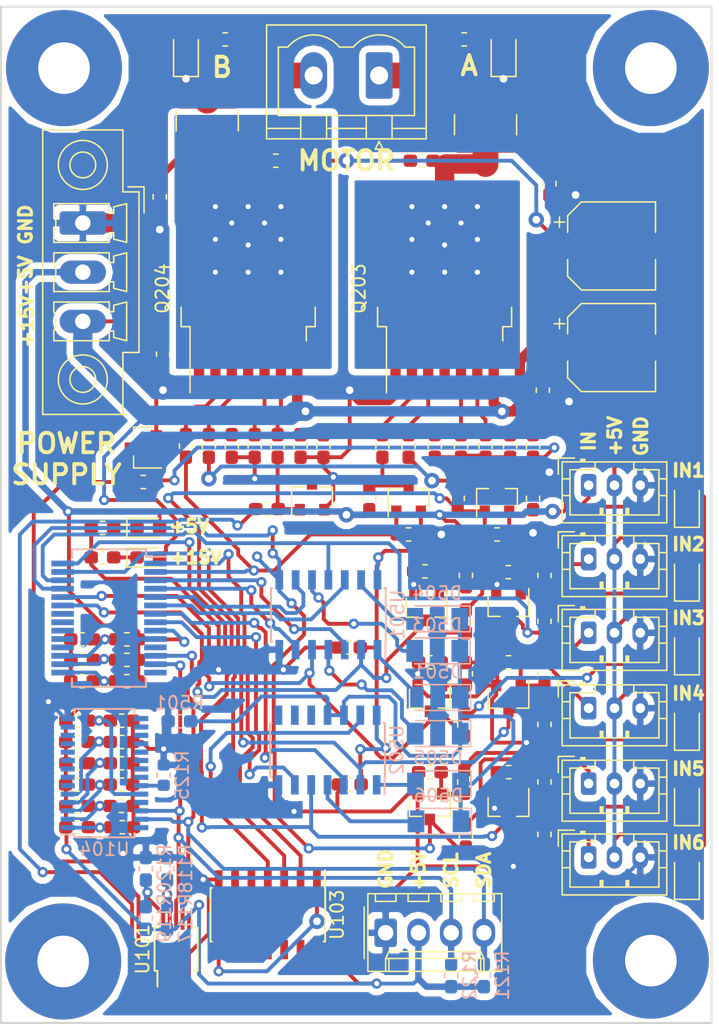
<source format=kicad_pcb>
(kicad_pcb (version 20171130) (host pcbnew 5.0.2+dfsg1-1~bpo9+1)
  (layers (0 F.Cu signal) (31 B.Cu signal) (34 B.Paste user) (35 F.Paste user) (36 B.SilkS user) (37 F.SilkS user) (38 B.Mask user) (39 F.Mask user) (44 Edge.Cuts user))
  (net 0 "")
  (net 1 GND)
  (net 2 +5VD)
  (net 3 "Net-(D202-Pad2)")
  (net 4 "Net-(D203-Pad2)")
  (net 5 "Net-(D401-Pad1)")
  (net 6 "Net-(D402-Pad1)")
  (net 7 "Net-(D403-Pad1)")
  (net 8 "Net-(D404-Pad1)")
  (net 9 "Net-(D405-Pad1)")
  (net 10 "Net-(D406-Pad1)")
  (net 11 "Net-(D501-Pad1)")
  (net 12 /Sheet5DBEC701/S0)
  (net 13 /Sheet5DBEC701/S1)
  (net 14 /Sheet5DBEC701/S2)
  (net 15 /Sheet5DBEC701/S3)
  (net 16 /Sheet5DBEC701/S4)
  (net 17 /Sheet5DBEC701/S5)
  (net 18 /Sheet5DC0EE77/PWM1)
  (net 19 "Net-(Q201-Pad3)")
  (net 20 /Sheet5DC0EE77/DIR1)
  (net 21 "Net-(Q202-Pad3)")
  (net 22 "Net-(C205-Pad2)")
  (net 23 +15V)
  (net 24 "Net-(C201-Pad1)")
  (net 25 "Net-(Q203-Pad3)")
  (net 26 "Net-(Q203-Pad2)")
  (net 27 "Net-(Q204-Pad2)")
  (net 28 "Net-(Q204-Pad3)")
  (net 29 "Net-(C207-Pad2)")
  (net 30 "Net-(C211-Pad1)")
  (net 31 "Net-(C212-Pad1)")
  (net 32 "Net-(Q401-Pad1)")
  (net 33 /IN0)
  (net 34 "Net-(Q402-Pad1)")
  (net 35 /IN3)
  (net 36 "Net-(Q403-Pad1)")
  (net 37 /IN1)
  (net 38 /IN4)
  (net 39 "Net-(Q404-Pad1)")
  (net 40 /IN2)
  (net 41 "Net-(Q405-Pad1)")
  (net 42 /IN5)
  (net 43 "Net-(Q406-Pad1)")
  (net 44 "Net-(R101-Pad2)")
  (net 45 "Net-(R103-Pad2)")
  (net 46 "Net-(R105-Pad2)")
  (net 47 "Net-(R107-Pad2)")
  (net 48 "Net-(R109-Pad2)")
  (net 49 "Net-(R111-Pad2)")
  (net 50 "Net-(R113-Pad2)")
  (net 51 "Net-(R115-Pad2)")
  (net 52 "Net-(R117-Pad2)")
  (net 53 "Net-(R119-Pad2)")
  (net 54 /SDA)
  (net 55 /SCL)
  (net 56 "Net-(D201-Pad1)")
  (net 57 /IS1)
  (net 58 "Net-(C202-Pad1)")
  (net 59 "Net-(D204-Pad1)")
  (net 60 /IS2)
  (net 61 /RSTIN5)
  (net 62 /RSTIN4)
  (net 63 /RSTIN3)
  (net 64 /RSTIN2)
  (net 65 /RSTIN1)
  (net 66 /RSTIN0)
  (net 67 "Net-(U103-Pad1)")
  (net 68 /STOPMOTOR)
  (net 69 "Net-(U103-Pad10)")
  (net 70 /M1A)
  (net 71 /M1B)
  (net 72 "Net-(R123-Pad2)")
  (net 73 "Net-(J401-Pad1)")
  (net 74 "Net-(J402-Pad1)")
  (net 75 "Net-(J403-Pad1)")
  (net 76 "Net-(J404-Pad1)")
  (net 77 "Net-(J405-Pad1)")
  (net 78 "Net-(J406-Pad1)")
  (net 79 "Net-(R125-Pad1)")
  (net 80 "Net-(U102-Pad1)")
  (net 81 "Net-(D101-Pad1)")
  (net 82 "Net-(D102-Pad1)")
  (module Capacitor_SMD:CP_Elec_6.3x5.4 (layer F.Cu) (at 219.964 36.068)
    (fp_text reference C204 hide)
    (fp_text value 1000µ)
    (pad 2 smd roundrect (at 2.8 0) (size 3.5 1.6) (layers F.Cu F.Paste F.Mask) (roundrect_rratio 0.15625) (net 1 GND))
    (pad 1 smd roundrect (at -2.8 0) (size 3.5 1.6) (layers F.Cu F.Paste F.Mask) (roundrect_rratio 0.15625) (net 23 +15V))
  )
  (module Resistor_SMD:R_0603_1608Metric_Pad1.05x0.95mm_HandSolder (layer F.Cu) (at 208.534 73.152 270)
    (fp_text reference R411 hide)
    (fp_text value 1k)
    (pad 1 smd roundrect (at -0.875 0 270) (size 1.05 0.95) (layers F.Cu F.Paste F.Mask) (net 7 "Net-(D403-Pad1)"))
    (pad 2 smd roundrect (at 0.875 0 270) (size 1.05 0.95) (layers F.Cu F.Paste F.Mask) (net 37 /IN1))
  )
  (module Package_SO:SOIC-14_3.9x8.7mm_P1.27mm (layer B.Cu) (at 197.9295 75.1205 90)
    (fp_text reference U502 (at 0 5.375 90) (layer B.SilkS) (effects (justify mirror)))
    (fp_text value 74HC02)
    (pad 14 smd rect (at 2.7 3.81 90) (size 1.5 0.6) (layers B.Cu B.Paste B.Mask) (net 2 +5VD))
    (pad 13 smd rect (at 2.7 2.54 90) (size 1.5 0.6) (layers B.Cu B.Paste B.Mask) (net 68 /STOPMOTOR))
    (pad 12 smd rect (at 2.7 1.27 90) (size 1.5 0.6) (layers B.Cu B.Paste B.Mask) (net 11 "Net-(D501-Pad1)"))
    (pad 11 smd rect (at 2.7 0 90) (size 1.5 0.6) (layers B.Cu B.Paste B.Mask) (net 11 "Net-(D501-Pad1)"))
    (pad 10 smd rect (at 2.7 -1.27 90) (size 1.5 0.6) (layers B.Cu B.Paste B.Mask))
    (pad 9 smd rect (at 2.7 -2.54 90) (size 1.5 0.6) (layers B.Cu B.Paste B.Mask))
    (pad 8 smd rect (at 2.7 -3.81 90) (size 1.5 0.6) (layers B.Cu B.Paste B.Mask))
    (pad 7 smd rect (at -2.7 -3.81 90) (size 1.5 0.6) (layers B.Cu B.Paste B.Mask) (net 1 GND))
    (pad 6 smd rect (at -2.7 -2.54 90) (size 1.5 0.6) (layers B.Cu B.Paste B.Mask) (net 61 /RSTIN5))
    (pad 5 smd rect (at -2.7 -1.27 90) (size 1.5 0.6) (layers B.Cu B.Paste B.Mask) (net 42 /IN5))
    (pad 4 smd rect (at -2.7 0 90) (size 1.5 0.6) (layers B.Cu B.Paste B.Mask) (net 17 /Sheet5DBEC701/S5))
    (pad 3 smd rect (at -2.7 1.27 90) (size 1.5 0.6) (layers B.Cu B.Paste B.Mask) (net 62 /RSTIN4))
    (pad 2 smd rect (at -2.7 2.54 90) (size 1.5 0.6) (layers B.Cu B.Paste B.Mask) (net 38 /IN4))
    (pad 1 smd rect (at -2.7 3.81 90) (size 1.5 0.6) (layers B.Cu B.Paste B.Mask) (net 16 /Sheet5DBEC701/S4))
  )
  (module Package_SO:MSOP-10_3x3mm_P0.5mm (layer F.Cu) (at 186.182 90.551 90)
    (fp_text reference U101 (at 0 -2.6 90) (layer F.SilkS))
    (fp_text value MCP3427-xUN)
    (pad 1 smd rect (at -2.2 -1 90) (size 1.4 0.3) (layers F.Cu F.Paste F.Mask) (net 57 /IS1))
    (pad 2 smd rect (at -2.2 -0.5 90) (size 1.4 0.3) (layers F.Cu F.Paste F.Mask) (net 1 GND))
    (pad 3 smd rect (at -2.2 0 90) (size 1.4 0.3) (layers F.Cu F.Paste F.Mask) (net 1 GND))
    (pad 4 smd rect (at -2.2 0.5 90) (size 1.4 0.3) (layers F.Cu F.Paste F.Mask) (net 60 /IS2))
    (pad 5 smd rect (at -2.2 1 90) (size 1.4 0.3) (layers F.Cu F.Paste F.Mask) (net 1 GND))
    (pad 6 smd rect (at 2.2 1 90) (size 1.4 0.3) (layers F.Cu F.Paste F.Mask) (net 2 +5VD))
    (pad 7 smd rect (at 2.2 0.5 90) (size 1.4 0.3) (layers F.Cu F.Paste F.Mask) (net 54 /SDA))
    (pad 8 smd rect (at 2.2 0 90) (size 1.4 0.3) (layers F.Cu F.Paste F.Mask) (net 55 /SCL))
    (pad 9 smd rect (at 2.2 -0.5 90) (size 1.4 0.3) (layers F.Cu F.Paste F.Mask) (net 52 "Net-(R117-Pad2)"))
    (pad 10 smd rect (at 2.2 -1 90) (size 1.4 0.3) (layers F.Cu F.Paste F.Mask) (net 53 "Net-(R119-Pad2)"))
  )
  (module Resistor_SMD:R_0603_1608Metric (layer B.Cu) (at 185.216706 77.065886 90)
    (fp_text reference R125 (at 0 1.43 90) (layer B.SilkS) (effects (justify mirror)))
    (fp_text value 0)
    (pad 2 smd roundrect (at 0.7875 0 90) (size 0.875 0.95) (layers B.Cu B.Paste B.Mask) (net 1 GND))
    (pad 1 smd roundrect (at -0.7875 0 90) (size 0.875 0.95) (layers B.Cu B.Paste B.Mask) (net 79 "Net-(R125-Pad1)"))
  )
  (module Resistor_SMD:R_0603_1608Metric_Pad1.05x0.95mm_HandSolder (layer F.Cu) (at 181.948611 72.847506)
    (fp_text reference R124 hide)
    (fp_text value 10k)
    (pad 2 smd roundrect (at 0.875 0) (size 1.05 0.95) (layers F.Cu F.Paste F.Mask) (net 1 GND))
    (pad 1 smd roundrect (at -0.875 0) (size 1.05 0.95) (layers F.Cu F.Paste F.Mask) (net 72 "Net-(R123-Pad2)"))
  )
  (module Diode_SMD:D_MiniMELF (layer B.Cu) (at 206.474 71.0565 180)
    (fp_text reference D501 (at 0 2 180) (layer B.SilkS) (effects (justify mirror)))
    (fp_text value B140-E3)
    (pad 2 smd rect (at 1.75 0 180) (size 1.3 1.7) (layers B.Cu B.Paste B.Mask) (net 12 /Sheet5DBEC701/S0))
    (pad 1 smd rect (at -1.75 0 180) (size 1.3 1.7) (layers B.Cu B.Paste B.Mask) (net 11 "Net-(D501-Pad1)"))
  )
  (module Resistor_SMD:R_0603_1608Metric_Pad1.05x0.95mm_HandSolder (layer B.Cu) (at 186.436 72.898 180)
    (fp_text reference R501 (at 0 1.43 180) (layer B.SilkS) (effects (justify mirror)))
    (fp_text value 10k)
    (pad 1 smd roundrect (at -0.875 0 180) (size 1.05 0.95) (layers B.Cu B.Paste B.Mask) (net 11 "Net-(D501-Pad1)"))
    (pad 2 smd roundrect (at 0.875 0 180) (size 1.05 0.95) (layers B.Cu B.Paste B.Mask) (net 1 GND))
  )
  (module Package_SO:SOIC-14_3.9x8.7mm_P1.27mm (layer B.Cu) (at 197.993 64.643 90)
    (fp_text reference U501 (at 0 5.375 90) (layer B.SilkS) (effects (justify mirror)))
    (fp_text value 74HC02)
    (pad 1 smd rect (at -2.7 3.81 90) (size 1.5 0.6) (layers B.Cu B.Paste B.Mask) (net 12 /Sheet5DBEC701/S0))
    (pad 2 smd rect (at -2.7 2.54 90) (size 1.5 0.6) (layers B.Cu B.Paste B.Mask) (net 33 /IN0))
    (pad 3 smd rect (at -2.7 1.27 90) (size 1.5 0.6) (layers B.Cu B.Paste B.Mask) (net 66 /RSTIN0))
    (pad 4 smd rect (at -2.7 0 90) (size 1.5 0.6) (layers B.Cu B.Paste B.Mask) (net 13 /Sheet5DBEC701/S1))
    (pad 5 smd rect (at -2.7 -1.27 90) (size 1.5 0.6) (layers B.Cu B.Paste B.Mask) (net 37 /IN1))
    (pad 6 smd rect (at -2.7 -2.54 90) (size 1.5 0.6) (layers B.Cu B.Paste B.Mask) (net 65 /RSTIN1))
    (pad 7 smd rect (at -2.7 -3.81 90) (size 1.5 0.6) (layers B.Cu B.Paste B.Mask) (net 1 GND))
    (pad 8 smd rect (at 2.7 -3.81 90) (size 1.5 0.6) (layers B.Cu B.Paste B.Mask) (net 40 /IN2))
    (pad 9 smd rect (at 2.7 -2.54 90) (size 1.5 0.6) (layers B.Cu B.Paste B.Mask) (net 64 /RSTIN2))
    (pad 10 smd rect (at 2.7 -1.27 90) (size 1.5 0.6) (layers B.Cu B.Paste B.Mask) (net 14 /Sheet5DBEC701/S2))
    (pad 11 smd rect (at 2.7 0 90) (size 1.5 0.6) (layers B.Cu B.Paste B.Mask) (net 35 /IN3))
    (pad 12 smd rect (at 2.7 1.27 90) (size 1.5 0.6) (layers B.Cu B.Paste B.Mask) (net 63 /RSTIN3))
    (pad 13 smd rect (at 2.7 2.54 90) (size 1.5 0.6) (layers B.Cu B.Paste B.Mask) (net 15 /Sheet5DBEC701/S3))
    (pad 14 smd rect (at 2.7 3.81 90) (size 1.5 0.6) (layers B.Cu B.Paste B.Mask) (net 2 +5VD))
  )
  (module Diode_SMD:D_MiniMELF (layer B.Cu) (at 206.4385 64.9605 180)
    (fp_text reference D504 (at 0 2 180) (layer B.SilkS) (effects (justify mirror)))
    (fp_text value B140-E3)
    (pad 2 smd rect (at 1.75 0 180) (size 1.3 1.7) (layers B.Cu B.Paste B.Mask) (net 15 /Sheet5DBEC701/S3))
    (pad 1 smd rect (at -1.75 0 180) (size 1.3 1.7) (layers B.Cu B.Paste B.Mask) (net 11 "Net-(D501-Pad1)"))
  )
  (module Diode_SMD:D_MiniMELF (layer B.Cu) (at 206.4385 67.437 180)
    (fp_text reference D503 (at 0 2 180) (layer B.SilkS) (effects (justify mirror)))
    (fp_text value B140-E3)
    (pad 2 smd rect (at 1.75 0 180) (size 1.3 1.7) (layers B.Cu B.Paste B.Mask) (net 14 /Sheet5DBEC701/S2))
    (pad 1 smd rect (at -1.75 0 180) (size 1.3 1.7) (layers B.Cu B.Paste B.Mask) (net 11 "Net-(D501-Pad1)"))
  )
  (module Diode_SMD:D_MiniMELF (layer B.Cu) (at 206.502 77.724 180)
    (fp_text reference D505 (at 0 2 180) (layer B.SilkS) (effects (justify mirror)))
    (fp_text value B140-E3)
    (pad 2 smd rect (at 1.75 0 180) (size 1.3 1.7) (layers B.Cu B.Paste B.Mask) (net 16 /Sheet5DBEC701/S4))
    (pad 1 smd rect (at -1.75 0 180) (size 1.3 1.7) (layers B.Cu B.Paste B.Mask) (net 11 "Net-(D501-Pad1)"))
  )
  (module Capacitor_SMD:C_0603_1608Metric_Pad1.05x0.95mm_HandSolder (layer F.Cu) (at 199.5945 67.183 180)
    (fp_text reference C502 hide)
    (fp_text value 100n)
    (pad 1 smd roundrect (at -0.875 0 180) (size 1.05 0.95) (layers F.Cu F.Paste F.Mask) (net 2 +5VD))
    (pad 2 smd roundrect (at 0.875 0 180) (size 1.05 0.95) (layers F.Cu F.Paste F.Mask) (net 1 GND))
  )
  (module Diode_SMD:D_MiniMELF (layer B.Cu) (at 206.5375 80.645 180)
    (fp_text reference D506 (at 0 2 180) (layer B.SilkS) (effects (justify mirror)))
    (fp_text value B140-E3)
    (pad 2 smd rect (at 1.75 0 180) (size 1.3 1.7) (layers B.Cu B.Paste B.Mask) (net 17 /Sheet5DBEC701/S5))
    (pad 1 smd rect (at -1.75 0 180) (size 1.3 1.7) (layers B.Cu B.Paste B.Mask) (net 11 "Net-(D501-Pad1)"))
  )
  (module Diode_SMD:D_MiniMELF (layer B.Cu) (at 206.474 73.8505 180)
    (fp_text reference D502 hide)
    (fp_text value B140-E3)
    (pad 2 smd rect (at 1.75 0 180) (size 1.3 1.7) (layers B.Cu B.Paste B.Mask) (net 13 /Sheet5DBEC701/S1))
    (pad 1 smd rect (at -1.75 0 180) (size 1.3 1.7) (layers B.Cu B.Paste B.Mask) (net 11 "Net-(D501-Pad1)"))
  )
  (module Capacitor_SMD:C_0603_1608Metric_Pad1.05x0.95mm_HandSolder (layer F.Cu) (at 199.658 77.7875 180)
    (fp_text reference C501 hide)
    (fp_text value 100n)
    (pad 2 smd roundrect (at 0.875 0 180) (size 1.05 0.95) (layers F.Cu F.Paste F.Mask) (net 1 GND))
    (pad 1 smd roundrect (at -0.875 0 180) (size 1.05 0.95) (layers F.Cu F.Paste F.Mask) (net 2 +5VD))
  )
  (module Connector_JST:JST_PH_B3B-PH-K_1x03_P2.00mm_Vertical (layer F.Cu) (at 218.186 77.724)
    (fp_text reference J405 hide)
    (fp_text value Conn_01x03_Male)
    (pad 3 thru_hole oval (at 4 0) (size 1.2 1.75) (drill 0.75) (layers *.Cu *.Mask) (net 1 GND))
    (pad 2 thru_hole oval (at 2 0) (size 1.2 1.75) (drill 0.75) (layers *.Cu *.Mask) (net 2 +5VD))
    (pad 1 thru_hole roundrect (at 0 0) (size 1.2 1.75) (drill 0.75) (layers *.Cu *.Mask) (roundrect_rratio 0.208333) (net 77 "Net-(J405-Pad1)"))
  )
  (module Resistor_SMD:R_0603_1608Metric_Pad1.05x0.95mm_HandSolder (layer F.Cu) (at 214.757 81.661 270)
    (fp_text reference R418 hide)
    (fp_text value 1k)
    (pad 1 smd roundrect (at -0.875 0 270) (size 1.05 0.95) (layers F.Cu F.Paste F.Mask) (net 10 "Net-(D406-Pad1)"))
    (pad 2 smd roundrect (at 0.875 0 270) (size 1.05 0.95) (layers F.Cu F.Paste F.Mask) (net 42 /IN5))
  )
  (module Resistor_SMD:R_0603_1608Metric_Pad1.05x0.95mm_HandSolder (layer F.Cu) (at 211.977 76.835 180)
    (fp_text reference R416 hide)
    (fp_text value 100k)
    (pad 2 smd roundrect (at 0.875 0 180) (size 1.05 0.95) (layers F.Cu F.Paste F.Mask) (net 1 GND))
    (pad 1 smd roundrect (at -0.875 0 180) (size 1.05 0.95) (layers F.Cu F.Paste F.Mask) (net 43 "Net-(Q406-Pad1)"))
  )
  (module Package_TO_SOT_SMD:SOT-23 (layer F.Cu) (at 205.867 79.502 270)
    (fp_text reference Q405 hide)
    (fp_text value 2N7002)
    (pad 1 smd rect (at -1 -0.95 270) (size 0.9 0.8) (layers F.Cu F.Paste F.Mask) (net 41 "Net-(Q405-Pad1)"))
    (pad 2 smd rect (at -1 0.95 270) (size 0.9 0.8) (layers F.Cu F.Paste F.Mask) (net 1 GND))
    (pad 3 smd rect (at 1 0 270) (size 0.9 0.8) (layers F.Cu F.Paste F.Mask) (net 40 /IN2))
  )
  (module Resistor_SMD:R_0603_1608Metric_Pad1.05x0.95mm_HandSolder (layer F.Cu) (at 208.534 77.597 90)
    (fp_text reference R413 hide)
    (fp_text value 100)
    (pad 2 smd roundrect (at 0.875 0 90) (size 1.05 0.95) (layers F.Cu F.Paste F.Mask) (net 77 "Net-(J405-Pad1)"))
    (pad 1 smd roundrect (at -0.875 0 90) (size 1.05 0.95) (layers F.Cu F.Paste F.Mask) (net 41 "Net-(Q405-Pad1)"))
  )
  (module Resistor_SMD:R_0603_1608Metric_Pad1.05x0.95mm_HandSolder (layer F.Cu) (at 214.757 77.597 90)
    (fp_text reference R414 hide)
    (fp_text value 100)
    (pad 1 smd roundrect (at -0.875 0 90) (size 1.05 0.95) (layers F.Cu F.Paste F.Mask) (net 43 "Net-(Q406-Pad1)"))
    (pad 2 smd roundrect (at 0.875 0 90) (size 1.05 0.95) (layers F.Cu F.Paste F.Mask) (net 78 "Net-(J406-Pad1)"))
  )
  (module Resistor_SMD:R_0603_1608Metric_Pad1.05x0.95mm_HandSolder (layer F.Cu) (at 208.661 81.774 270)
    (fp_text reference R417 hide)
    (fp_text value 1k)
    (pad 2 smd roundrect (at 0.875 0 270) (size 1.05 0.95) (layers F.Cu F.Paste F.Mask) (net 40 /IN2))
    (pad 1 smd roundrect (at -0.875 0 270) (size 1.05 0.95) (layers F.Cu F.Paste F.Mask) (net 9 "Net-(D405-Pad1)"))
  )
  (module Resistor_SMD:R_0603_1608Metric_Pad1.05x0.95mm_HandSolder (layer F.Cu) (at 205.867 76.835 180)
    (fp_text reference R415 hide)
    (fp_text value 100k)
    (pad 1 smd roundrect (at -0.875 0 180) (size 1.05 0.95) (layers F.Cu F.Paste F.Mask) (net 41 "Net-(Q405-Pad1)"))
    (pad 2 smd roundrect (at 0.875 0 180) (size 1.05 0.95) (layers F.Cu F.Paste F.Mask) (net 1 GND))
  )
  (module Package_TO_SOT_SMD:SOT-23 (layer F.Cu) (at 211.963 79.502 270)
    (fp_text reference Q406 hide)
    (fp_text value 2N7002)
    (pad 1 smd rect (at -1 -0.95 270) (size 0.9 0.8) (layers F.Cu F.Paste F.Mask) (net 43 "Net-(Q406-Pad1)"))
    (pad 2 smd rect (at -1 0.95 270) (size 0.9 0.8) (layers F.Cu F.Paste F.Mask) (net 1 GND))
    (pad 3 smd rect (at 1 0 270) (size 0.9 0.8) (layers F.Cu F.Paste F.Mask) (net 42 /IN5))
  )
  (module Package_TO_SOT_SMD:SOT-23 (layer F.Cu) (at 205.867 71.12 270)
    (fp_text reference Q403 hide)
    (fp_text value 2N7002)
    (pad 3 smd rect (at 1 0 270) (size 0.9 0.8) (layers F.Cu F.Paste F.Mask) (net 37 /IN1))
    (pad 2 smd rect (at -1 0.95 270) (size 0.9 0.8) (layers F.Cu F.Paste F.Mask) (net 1 GND))
    (pad 1 smd rect (at -1 -0.95 270) (size 0.9 0.8) (layers F.Cu F.Paste F.Mask) (net 36 "Net-(Q403-Pad1)"))
  )
  (module Resistor_SMD:R_0603_1608Metric_Pad1.05x0.95mm_HandSolder (layer F.Cu) (at 205.867 68.326 180)
    (fp_text reference R409 hide)
    (fp_text value 100k)
    (pad 2 smd roundrect (at 0.875 0 180) (size 1.05 0.95) (layers F.Cu F.Paste F.Mask) (net 1 GND))
    (pad 1 smd roundrect (at -0.875 0 180) (size 1.05 0.95) (layers F.Cu F.Paste F.Mask) (net 36 "Net-(Q403-Pad1)"))
  )
  (module Resistor_SMD:R_0603_1608Metric_Pad1.05x0.95mm_HandSolder (layer F.Cu) (at 208.661 69.215 90)
    (fp_text reference R407 hide)
    (fp_text value 100)
    (pad 1 smd roundrect (at -0.875 0 90) (size 1.05 0.95) (layers F.Cu F.Paste F.Mask) (net 36 "Net-(Q403-Pad1)"))
    (pad 2 smd roundrect (at 0.875 0 90) (size 1.05 0.95) (layers F.Cu F.Paste F.Mask) (net 75 "Net-(J403-Pad1)"))
  )
  (module Resistor_SMD:R_0603_1608Metric_Pad1.05x0.95mm_HandSolder (layer F.Cu) (at 214.757 65.151 270)
    (fp_text reference R406 hide)
    (fp_text value 1k)
    (pad 1 smd roundrect (at -0.875 0 270) (size 1.05 0.95) (layers F.Cu F.Paste F.Mask) (net 6 "Net-(D402-Pad1)"))
    (pad 2 smd roundrect (at 0.875 0 270) (size 1.05 0.95) (layers F.Cu F.Paste F.Mask) (net 35 /IN3))
  )
  (module Package_TO_SOT_SMD:SOT-23 (layer F.Cu) (at 183.642 51.689 180)
    (fp_text reference D201 hide)
    (fp_text value D_Zener_Small_ALT)
    (pad 1 smd rect (at -1 -0.95 180) (size 0.9 0.8) (layers F.Cu F.Paste F.Mask) (net 56 "Net-(D201-Pad1)"))
    (pad 2 smd rect (at -1 0.95 180) (size 0.9 0.8) (layers F.Cu F.Paste F.Mask) (net 1 GND))
    (pad 3 smd rect (at 1 0 180) (size 0.9 0.8) (layers F.Cu F.Paste F.Mask))
  )
  (module Connector_JST:JST_PH_B3B-PH-K_1x03_P2.00mm_Vertical (layer F.Cu) (at 218.186 54.61)
    (fp_text reference J401 hide)
    (fp_text value Conn_01x03_Male)
    (pad 3 thru_hole oval (at 4 0) (size 1.2 1.75) (drill 0.75) (layers *.Cu *.Mask) (net 1 GND))
    (pad 2 thru_hole oval (at 2 0) (size 1.2 1.75) (drill 0.75) (layers *.Cu *.Mask) (net 2 +5VD))
    (pad 1 thru_hole roundrect (at 0 0) (size 1.2 1.75) (drill 0.75) (layers *.Cu *.Mask) (roundrect_rratio 0.208333) (net 73 "Net-(J401-Pad1)"))
  )
  (module Connector_JST:JST_PH_B3B-PH-K_1x03_P2.00mm_Vertical (layer F.Cu) (at 218.186 60.325)
    (fp_text reference J402 hide)
    (fp_text value Conn_01x03_Male)
    (pad 3 thru_hole oval (at 4 0) (size 1.2 1.75) (drill 0.75) (layers *.Cu *.Mask) (net 1 GND))
    (pad 2 thru_hole oval (at 2 0) (size 1.2 1.75) (drill 0.75) (layers *.Cu *.Mask) (net 2 +5VD))
    (pad 1 thru_hole roundrect (at 0 0) (size 1.2 1.75) (drill 0.75) (layers *.Cu *.Mask) (roundrect_rratio 0.208333) (net 74 "Net-(J402-Pad1)"))
  )
  (module Connector_JST:JST_PH_B3B-PH-K_1x03_P2.00mm_Vertical (layer F.Cu) (at 218.186 66.04)
    (fp_text reference J403 hide)
    (fp_text value Conn_01x03_Male)
    (pad 3 thru_hole oval (at 4 0) (size 1.2 1.75) (drill 0.75) (layers *.Cu *.Mask) (net 1 GND))
    (pad 2 thru_hole oval (at 2 0) (size 1.2 1.75) (drill 0.75) (layers *.Cu *.Mask) (net 2 +5VD))
    (pad 1 thru_hole roundrect (at 0 0) (size 1.2 1.75) (drill 0.75) (layers *.Cu *.Mask) (roundrect_rratio 0.208333) (net 75 "Net-(J403-Pad1)"))
  )
  (module Connector_JST:JST_PH_B3B-PH-K_1x03_P2.00mm_Vertical (layer F.Cu) (at 218.186 71.882)
    (fp_text reference J404 hide)
    (fp_text value Conn_01x03_Male)
    (pad 3 thru_hole oval (at 4 0) (size 1.2 1.75) (drill 0.75) (layers *.Cu *.Mask) (net 1 GND))
    (pad 2 thru_hole oval (at 2 0) (size 1.2 1.75) (drill 0.75) (layers *.Cu *.Mask) (net 2 +5VD))
    (pad 1 thru_hole roundrect (at 0 0) (size 1.2 1.75) (drill 0.75) (layers *.Cu *.Mask) (roundrect_rratio 0.208333) (net 76 "Net-(J404-Pad1)"))
  )
  (module Connector_JST:JST_PH_B3B-PH-K_1x03_P2.00mm_Vertical (layer F.Cu) (at 218.186 83.439)
    (fp_text reference J406 hide)
    (fp_text value Conn_01x03_Male)
    (pad 3 thru_hole oval (at 4 0) (size 1.2 1.75) (drill 0.75) (layers *.Cu *.Mask) (net 1 GND))
    (pad 2 thru_hole oval (at 2 0) (size 1.2 1.75) (drill 0.75) (layers *.Cu *.Mask) (net 2 +5VD))
    (pad 1 thru_hole roundrect (at 0 0) (size 1.2 1.75) (drill 0.75) (layers *.Cu *.Mask) (roundrect_rratio 0.208333) (net 78 "Net-(J406-Pad1)"))
  )
  (module Resistor_SMD:R_0603_1608Metric_Pad1.05x0.95mm_HandSolder (layer F.Cu) (at 211.074 58.42)
    (fp_text reference R201 hide)
    (fp_text value 100k)
    (pad 2 smd roundrect (at 0.875 0) (size 1.05 0.95) (layers F.Cu F.Paste F.Mask) (net 1 GND))
    (pad 1 smd roundrect (at -0.875 0) (size 1.05 0.95) (layers F.Cu F.Paste F.Mask) (net 18 /Sheet5DC0EE77/PWM1))
  )
  (module Package_TO_SOT_SMD:SOT-23 (layer F.Cu) (at 211.074 55.626 90)
    (fp_text reference Q201 hide)
    (fp_text value 2N7002)
    (pad 1 smd rect (at -1 -0.95 90) (size 0.9 0.8) (layers F.Cu F.Paste F.Mask) (net 18 /Sheet5DC0EE77/PWM1))
    (pad 2 smd rect (at -1 0.95 90) (size 0.9 0.8) (layers F.Cu F.Paste F.Mask) (net 1 GND))
    (pad 3 smd rect (at 1 0 90) (size 0.9 0.8) (layers F.Cu F.Paste F.Mask) (net 19 "Net-(Q201-Pad3)"))
  )
  (module Resistor_SMD:R_0603_1608Metric_Pad1.05x0.95mm_HandSolder (layer F.Cu) (at 188.722 51.562 90)
    (fp_text reference R215 hide)
    (fp_text value 10k)
    (pad 2 smd roundrect (at 0.875 0 90) (size 1.05 0.95) (layers F.Cu F.Paste F.Mask) (net 28 "Net-(Q204-Pad3)"))
    (pad 1 smd roundrect (at -0.875 0 90) (size 1.05 0.95) (layers F.Cu F.Paste F.Mask) (net 19 "Net-(Q201-Pad3)"))
  )
  (module Resistor_SMD:R_0603_1608Metric_Pad1.05x0.95mm_HandSolder (layer F.Cu) (at 208.026 55.626 270)
    (fp_text reference R202 hide)
    (fp_text value NC-0)
    (pad 2 smd roundrect (at 0.875 0 270) (size 1.05 0.95) (layers F.Cu F.Paste F.Mask) (net 18 /Sheet5DC0EE77/PWM1))
    (pad 1 smd roundrect (at -0.875 0 270) (size 1.05 0.95) (layers F.Cu F.Paste F.Mask) (net 19 "Net-(Q201-Pad3)"))
  )
  (module Resistor_SMD:R_0603_1608Metric_Pad1.05x0.95mm_HandSolder (layer F.Cu) (at 213.868 55.626 90)
    (fp_text reference R203 hide)
    (fp_text value 10k)
    (pad 1 smd roundrect (at -0.875 0 90) (size 1.05 0.95) (layers F.Cu F.Paste F.Mask) (net 2 +5VD))
    (pad 2 smd roundrect (at 0.875 0 90) (size 1.05 0.95) (layers F.Cu F.Paste F.Mask) (net 19 "Net-(Q201-Pad3)"))
  )
  (module Capacitor_SMD:C_0603_1608Metric_Pad1.05x0.95mm_HandSolder (layer F.Cu) (at 206.248 51.562 270)
    (fp_text reference C202 hide)
    (fp_text value C)
    (pad 1 smd roundrect (at -0.875 0 270) (size 1.05 0.95) (layers F.Cu F.Paste F.Mask) (net 58 "Net-(C202-Pad1)"))
    (pad 2 smd roundrect (at 0.875 0 270) (size 1.05 0.95) (layers F.Cu F.Paste F.Mask) (net 1 GND))
  )
  (module LED_SMD:LED_0805_2012Metric_Pad1.15x1.40mm_HandSolder (layer F.Cu) (at 211.582 21.082 90)
    (fp_text reference D202 hide)
    (fp_text value LED)
    (pad 2 smd roundrect (at 1.025 0 90) (size 1.15 1.4) (layers F.Cu F.Paste F.Mask) (roundrect_rratio 0.217391) (net 3 "Net-(D202-Pad2)"))
    (pad 1 smd roundrect (at -1.025 0 90) (size 1.15 1.4) (layers F.Cu F.Paste F.Mask) (roundrect_rratio 0.217391) (net 1 GND))
  )
  (module LED_SMD:LED_0805_2012Metric_Pad1.15x1.40mm_HandSolder (layer F.Cu) (at 186.944 21.082 90)
    (fp_text reference D203 hide)
    (fp_text value LED)
    (pad 1 smd roundrect (at -1.025 0 90) (size 1.15 1.4) (layers F.Cu F.Paste F.Mask) (roundrect_rratio 0.217391) (net 1 GND))
    (pad 2 smd roundrect (at 1.025 0 90) (size 1.15 1.4) (layers F.Cu F.Paste F.Mask) (roundrect_rratio 0.217391) (net 4 "Net-(D203-Pad2)"))
  )
  (module LED_SMD:LED_0805_2012Metric_Pad1.15x1.40mm_HandSolder (layer F.Cu) (at 225.806 56.007 90)
    (fp_text reference D401 hide)
    (fp_text value LED)
    (pad 1 smd roundrect (at -1.025 0 90) (size 1.15 1.4) (layers F.Cu F.Paste F.Mask) (roundrect_rratio 0.217391) (net 5 "Net-(D401-Pad1)"))
    (pad 2 smd roundrect (at 1.025 0 90) (size 1.15 1.4) (layers F.Cu F.Paste F.Mask) (roundrect_rratio 0.217391) (net 2 +5VD))
  )
  (module LED_SMD:LED_0805_2012Metric_Pad1.15x1.40mm_HandSolder (layer F.Cu) (at 225.806 61.722 90)
    (fp_text reference D402 hide)
    (fp_text value LED)
    (pad 1 smd roundrect (at -1.025 0 90) (size 1.15 1.4) (layers F.Cu F.Paste F.Mask) (roundrect_rratio 0.217391) (net 6 "Net-(D402-Pad1)"))
    (pad 2 smd roundrect (at 1.025 0 90) (size 1.15 1.4) (layers F.Cu F.Paste F.Mask) (roundrect_rratio 0.217391) (net 2 +5VD))
  )
  (module LED_SMD:LED_0805_2012Metric_Pad1.15x1.40mm_HandSolder (layer F.Cu) (at 225.806 67.437 90)
    (fp_text reference D403 hide)
    (fp_text value LED)
    (pad 2 smd roundrect (at 1.025 0 90) (size 1.15 1.4) (layers F.Cu F.Paste F.Mask) (roundrect_rratio 0.217391) (net 2 +5VD))
    (pad 1 smd roundrect (at -1.025 0 90) (size 1.15 1.4) (layers F.Cu F.Paste F.Mask) (roundrect_rratio 0.217391) (net 7 "Net-(D403-Pad1)"))
  )
  (module LED_SMD:LED_0805_2012Metric_Pad1.15x1.40mm_HandSolder (layer F.Cu) (at 225.806 73.279 90)
    (fp_text reference D404 hide)
    (fp_text value LED)
    (pad 2 smd roundrect (at 1.025 0 90) (size 1.15 1.4) (layers F.Cu F.Paste F.Mask) (roundrect_rratio 0.217391) (net 2 +5VD))
    (pad 1 smd roundrect (at -1.025 0 90) (size 1.15 1.4) (layers F.Cu F.Paste F.Mask) (roundrect_rratio 0.217391) (net 8 "Net-(D404-Pad1)"))
  )
  (module LED_SMD:LED_0805_2012Metric_Pad1.15x1.40mm_HandSolder (layer F.Cu) (at 225.806 79.121 90)
    (fp_text reference D405 hide)
    (fp_text value LED)
    (pad 1 smd roundrect (at -1.025 0 90) (size 1.15 1.4) (layers F.Cu F.Paste F.Mask) (roundrect_rratio 0.217391) (net 9 "Net-(D405-Pad1)"))
    (pad 2 smd roundrect (at 1.025 0 90) (size 1.15 1.4) (layers F.Cu F.Paste F.Mask) (roundrect_rratio 0.217391) (net 2 +5VD))
  )
  (module LED_SMD:LED_0805_2012Metric_Pad1.15x1.40mm_HandSolder (layer F.Cu) (at 225.806 84.836 90)
    (fp_text reference D406 hide)
    (fp_text value LED)
    (pad 2 smd roundrect (at 1.025 0 90) (size 1.15 1.4) (layers F.Cu F.Paste F.Mask) (roundrect_rratio 0.217391) (net 2 +5VD))
    (pad 1 smd roundrect (at -1.025 0 90) (size 1.15 1.4) (layers F.Cu F.Paste F.Mask) (roundrect_rratio 0.217391) (net 10 "Net-(D406-Pad1)"))
  )
  (module Package_TO_SOT_SMD:SOT-23 (layer F.Cu) (at 204.216 55.626 90)
    (fp_text reference Q202 hide)
    (fp_text value 2N7002)
    (pad 1 smd rect (at -1 -0.95 90) (size 0.9 0.8) (layers F.Cu F.Paste F.Mask) (net 20 /Sheet5DC0EE77/DIR1))
    (pad 2 smd rect (at -1 0.95 90) (size 0.9 0.8) (layers F.Cu F.Paste F.Mask) (net 1 GND))
    (pad 3 smd rect (at 1 0 90) (size 0.9 0.8) (layers F.Cu F.Paste F.Mask) (net 21 "Net-(Q202-Pad3)"))
  )
  (module Resistor_SMD:R_0603_1608Metric_Pad1.05x0.95mm_HandSolder (layer F.Cu) (at 178.505611 81.102506)
    (fp_text reference R101 hide)
    (fp_text value 0)
    (pad 2 smd roundrect (at 0.875 0) (size 1.05 0.95) (layers F.Cu F.Paste F.Mask) (net 44 "Net-(R101-Pad2)"))
    (pad 1 smd roundrect (at -0.875 0) (size 1.05 0.95) (layers F.Cu F.Paste F.Mask) (net 2 +5VD))
  )
  (module Resistor_SMD:R_0603_1608Metric_Pad1.05x0.95mm_HandSolder (layer F.Cu) (at 181.998111 81.102506)
    (fp_text reference R102 hide)
    (fp_text value 10k)
    (pad 1 smd roundrect (at -0.875 0) (size 1.05 0.95) (layers F.Cu F.Paste F.Mask) (net 44 "Net-(R101-Pad2)"))
    (pad 2 smd roundrect (at 0.875 0) (size 1.05 0.95) (layers F.Cu F.Paste F.Mask) (net 1 GND))
  )
  (module Resistor_SMD:R_0603_1608Metric_Pad1.05x0.95mm_HandSolder (layer F.Cu) (at 182.372 66.548 180)
    (fp_text reference R103 hide)
    (fp_text value 0)
    (pad 2 smd roundrect (at 0.875 0 180) (size 1.05 0.95) (layers F.Cu F.Paste F.Mask) (net 45 "Net-(R103-Pad2)"))
    (pad 1 smd roundrect (at -0.875 0 180) (size 1.05 0.95) (layers F.Cu F.Paste F.Mask) (net 2 +5VD))
  )
  (module Resistor_SMD:R_0603_1608Metric_Pad1.05x0.95mm_HandSolder (layer F.Cu) (at 178.8795 66.548 180)
    (fp_text reference R104 hide)
    (fp_text value 10k)
    (pad 1 smd roundrect (at -0.875 0 180) (size 1.05 0.95) (layers F.Cu F.Paste F.Mask) (net 45 "Net-(R103-Pad2)"))
    (pad 2 smd roundrect (at 0.875 0 180) (size 1.05 0.95) (layers F.Cu F.Paste F.Mask) (net 1 GND))
  )
  (module Resistor_SMD:R_0603_1608Metric_Pad1.05x0.95mm_HandSolder (layer F.Cu) (at 178.505611 79.451506)
    (fp_text reference R105 hide)
    (fp_text value 0)
    (pad 1 smd roundrect (at -0.875 0) (size 1.05 0.95) (layers F.Cu F.Paste F.Mask) (net 2 +5VD))
    (pad 2 smd roundrect (at 0.875 0) (size 1.05 0.95) (layers F.Cu F.Paste F.Mask) (net 46 "Net-(R105-Pad2)"))
  )
  (module Resistor_SMD:R_0603_1608Metric_Pad1.05x0.95mm_HandSolder (layer F.Cu) (at 181.934611 79.451506)
    (fp_text reference R106 hide)
    (fp_text value 10k)
    (pad 2 smd roundrect (at 0.875 0) (size 1.05 0.95) (layers F.Cu F.Paste F.Mask) (net 1 GND))
    (pad 1 smd roundrect (at -0.875 0) (size 1.05 0.95) (layers F.Cu F.Paste F.Mask) (net 46 "Net-(R105-Pad2)"))
  )
  (module Resistor_SMD:R_0603_1608Metric_Pad1.05x0.95mm_HandSolder (layer F.Cu) (at 182.372 68.1355 180)
    (fp_text reference R107 hide)
    (fp_text value 0)
    (pad 2 smd roundrect (at 0.875 0 180) (size 1.05 0.95) (layers F.Cu F.Paste F.Mask) (net 47 "Net-(R107-Pad2)"))
    (pad 1 smd roundrect (at -0.875 0 180) (size 1.05 0.95) (layers F.Cu F.Paste F.Mask) (net 2 +5VD))
  )
  (module Resistor_SMD:R_0603_1608Metric_Pad1.05x0.95mm_HandSolder (layer F.Cu) (at 178.8935 68.1355 180)
    (fp_text reference R108 hide)
    (fp_text value 10k)
    (pad 1 smd roundrect (at -0.875 0 180) (size 1.05 0.95) (layers F.Cu F.Paste F.Mask) (net 47 "Net-(R107-Pad2)"))
    (pad 2 smd roundrect (at 0.875 0 180) (size 1.05 0.95) (layers F.Cu F.Paste F.Mask) (net 1 GND))
  )
  (module Resistor_SMD:R_0603_1608Metric_Pad1.05x0.95mm_HandSolder (layer F.Cu) (at 178.491611 77.800506)
    (fp_text reference R109 hide)
    (fp_text value 0)
    (pad 2 smd roundrect (at 0.875 0) (size 1.05 0.95) (layers F.Cu F.Paste F.Mask) (net 48 "Net-(R109-Pad2)"))
    (pad 1 smd roundrect (at -0.875 0) (size 1.05 0.95) (layers F.Cu F.Paste F.Mask) (net 2 +5VD))
  )
  (module Resistor_SMD:R_0603_1608Metric_Pad1.05x0.95mm_HandSolder (layer F.Cu) (at 181.934611 77.800506)
    (fp_text reference R110 hide)
    (fp_text value 10k)
    (pad 1 smd roundrect (at -0.875 0) (size 1.05 0.95) (layers F.Cu F.Paste F.Mask) (net 48 "Net-(R109-Pad2)"))
    (pad 2 smd roundrect (at 0.875 0) (size 1.05 0.95) (layers F.Cu F.Paste F.Mask) (net 1 GND))
  )
  (module Resistor_SMD:R_0603_1608Metric_Pad1.05x0.95mm_HandSolder (layer F.Cu) (at 182.358 69.7865 180)
    (fp_text reference R111 hide)
    (fp_text value 0)
    (pad 2 smd roundrect (at 0.875 0 180) (size 1.05 0.95) (layers F.Cu F.Paste F.Mask) (net 49 "Net-(R111-Pad2)"))
    (pad 1 smd roundrect (at -0.875 0 180) (size 1.05 0.95) (layers F.Cu F.Paste F.Mask) (net 2 +5VD))
  )
  (module Resistor_SMD:R_0603_1608Metric_Pad1.05x0.95mm_HandSolder (layer F.Cu) (at 178.8795 69.7865 180)
    (fp_text reference R112 hide)
    (fp_text value 10k)
    (pad 1 smd roundrect (at -0.875 0 180) (size 1.05 0.95) (layers F.Cu F.Paste F.Mask) (net 49 "Net-(R111-Pad2)"))
    (pad 2 smd roundrect (at 0.875 0 180) (size 1.05 0.95) (layers F.Cu F.Paste F.Mask) (net 1 GND))
  )
  (module Resistor_SMD:R_0603_1608Metric_Pad1.05x0.95mm_HandSolder (layer F.Cu) (at 178.505611 76.149506)
    (fp_text reference R113 hide)
    (fp_text value 0)
    (pad 2 smd roundrect (at 0.875 0) (size 1.05 0.95) (layers F.Cu F.Paste F.Mask) (net 50 "Net-(R113-Pad2)"))
    (pad 1 smd roundrect (at -0.875 0) (size 1.05 0.95) (layers F.Cu F.Paste F.Mask) (net 2 +5VD))
  )
  (module Resistor_SMD:R_0603_1608Metric_Pad1.05x0.95mm_HandSolder (layer F.Cu) (at 181.948611 76.149506)
    (fp_text reference R114 hide)
    (fp_text value 10k)
    (pad 2 smd roundrect (at 0.875 0) (size 1.05 0.95) (layers F.Cu F.Paste F.Mask) (net 1 GND))
    (pad 1 smd roundrect (at -0.875 0) (size 1.05 0.95) (layers F.Cu F.Paste F.Mask) (net 50 "Net-(R113-Pad2)"))
  )
  (module Resistor_SMD:R_0603_1608Metric_Pad1.05x0.95mm_HandSolder (layer F.Cu) (at 178.491611 74.498506)
    (fp_text reference R115 hide)
    (fp_text value 0)
    (pad 2 smd roundrect (at 0.875 0) (size 1.05 0.95) (layers F.Cu F.Paste F.Mask) (net 51 "Net-(R115-Pad2)"))
    (pad 1 smd roundrect (at -0.875 0) (size 1.05 0.95) (layers F.Cu F.Paste F.Mask) (net 2 +5VD))
  )
  (module Resistor_SMD:R_0603_1608Metric_Pad1.05x0.95mm_HandSolder (layer F.Cu) (at 181.948611 74.498506)
    (fp_text reference R116 hide)
    (fp_text value 10k)
    (pad 2 smd roundrect (at 0.875 0) (size 1.05 0.95) (layers F.Cu F.Paste F.Mask) (net 1 GND))
    (pad 1 smd roundrect (at -0.875 0) (size 1.05 0.95) (layers F.Cu F.Paste F.Mask) (net 51 "Net-(R115-Pad2)"))
  )
  (module Resistor_SMD:R_0603_1608Metric_Pad1.05x0.95mm_HandSolder (layer B.Cu) (at 185.4835 88.138 90)
    (fp_text reference R117 (at 0 1.43 90) (layer B.SilkS) (effects (justify mirror)))
    (fp_text value 0)
    (pad 1 smd roundrect (at -0.875 0 90) (size 1.05 0.95) (layers B.Cu B.Paste B.Mask) (net 2 +5VD))
    (pad 2 smd roundrect (at 0.875 0 90) (size 1.05 0.95) (layers B.Cu B.Paste B.Mask) (net 52 "Net-(R117-Pad2)"))
  )
  (module Resistor_SMD:R_0603_1608Metric_Pad1.05x0.95mm_HandSolder (layer B.Cu) (at 185.4835 84.328 90)
    (fp_text reference R118 (at 0 1.43 90) (layer B.SilkS) (effects (justify mirror)))
    (fp_text value 10k)
    (pad 1 smd roundrect (at -0.875 0 90) (size 1.05 0.95) (layers B.Cu B.Paste B.Mask) (net 52 "Net-(R117-Pad2)"))
    (pad 2 smd roundrect (at 0.875 0 90) (size 1.05 0.95) (layers B.Cu B.Paste B.Mask) (net 1 GND))
  )
  (module Resistor_SMD:R_0603_1608Metric_Pad1.05x0.95mm_HandSolder (layer B.Cu) (at 183.8325 88.138 90)
    (fp_text reference R119 (at 0 1.43 90) (layer B.SilkS) (effects (justify mirror)))
    (fp_text value 0)
    (pad 1 smd roundrect (at -0.875 0 90) (size 1.05 0.95) (layers B.Cu B.Paste B.Mask) (net 2 +5VD))
    (pad 2 smd roundrect (at 0.875 0 90) (size 1.05 0.95) (layers B.Cu B.Paste B.Mask) (net 53 "Net-(R119-Pad2)"))
  )
  (module Resistor_SMD:R_0603_1608Metric_Pad1.05x0.95mm_HandSolder (layer B.Cu) (at 183.8325 84.328 90)
    (fp_text reference R120 (at 0 1.43 90) (layer B.SilkS) (effects (justify mirror)))
    (fp_text value 10k)
    (pad 2 smd roundrect (at 0.875 0 90) (size 1.05 0.95) (layers B.Cu B.Paste B.Mask) (net 1 GND))
    (pad 1 smd roundrect (at -0.875 0 90) (size 1.05 0.95) (layers B.Cu B.Paste B.Mask) (net 53 "Net-(R119-Pad2)"))
  )
  (module Resistor_SMD:R_0603_1608Metric_Pad1.05x0.95mm_HandSolder (layer B.Cu) (at 210.058 92.583 90)
    (fp_text reference R121 (at 0 1.43 90) (layer B.SilkS) (effects (justify mirror)))
    (fp_text value 10k)
    (pad 1 smd roundrect (at -0.875 0 90) (size 1.05 0.95) (layers B.Cu B.Paste B.Mask) (net 2 +5VD))
    (pad 2 smd roundrect (at 0.875 0 90) (size 1.05 0.95) (layers B.Cu B.Paste B.Mask) (net 54 /SDA))
  )
  (module Resistor_SMD:R_0603_1608Metric_Pad1.05x0.95mm_HandSolder (layer B.Cu) (at 207.518 92.583 90)
    (fp_text reference R122 (at 0 1.43 90) (layer B.SilkS) (effects (justify mirror)))
    (fp_text value 10k)
    (pad 2 smd roundrect (at 0.875 0 90) (size 1.05 0.95) (layers B.Cu B.Paste B.Mask) (net 55 /SCL))
    (pad 1 smd roundrect (at -0.875 0 90) (size 1.05 0.95) (layers B.Cu B.Paste B.Mask) (net 2 +5VD))
  )
  (module Resistor_SMD:R_0603_1608Metric_Pad1.05x0.95mm_HandSolder (layer F.Cu) (at 204.216 58.42)
    (fp_text reference R204 hide)
    (fp_text value 100k)
    (pad 1 smd roundrect (at -0.875 0) (size 1.05 0.95) (layers F.Cu F.Paste F.Mask) (net 20 /Sheet5DC0EE77/DIR1))
    (pad 2 smd roundrect (at 0.875 0) (size 1.05 0.95) (layers F.Cu F.Paste F.Mask) (net 1 GND))
  )
  (module Resistor_SMD:R_0603_1608Metric_Pad1.05x0.95mm_HandSolder (layer F.Cu) (at 201.168 55.626 90)
    (fp_text reference R205 hide)
    (fp_text value 10k)
    (pad 1 smd roundrect (at -0.875 0 90) (size 1.05 0.95) (layers F.Cu F.Paste F.Mask) (net 2 +5VD))
    (pad 2 smd roundrect (at 0.875 0 90) (size 1.05 0.95) (layers F.Cu F.Paste F.Mask) (net 21 "Net-(Q202-Pad3)"))
  )
  (module Resistor_SMD:R_0603_1608Metric_Pad1.05x0.95mm_HandSolder (layer F.Cu) (at 183.642 54.356)
    (fp_text reference R206 hide)
    (fp_text value R)
    (pad 2 smd roundrect (at 0.875 0) (size 1.05 0.95) (layers F.Cu F.Paste F.Mask) (net 56 "Net-(D201-Pad1)"))
    (pad 1 smd roundrect (at -0.875 0) (size 1.05 0.95) (layers F.Cu F.Paste F.Mask) (net 57 /IS1))
  )
  (module Resistor_SMD:R_0603_1608Metric_Pad1.05x0.95mm_HandSolder (layer F.Cu) (at 213.868 51.562 90)
    (fp_text reference R207 hide)
    (fp_text value R)
    (pad 2 smd roundrect (at 0.875 0 90) (size 1.05 0.95) (layers F.Cu F.Paste F.Mask) (net 24 "Net-(C201-Pad1)"))
    (pad 1 smd roundrect (at -0.875 0 90) (size 1.05 0.95) (layers F.Cu F.Paste F.Mask) (net 56 "Net-(D201-Pad1)"))
  )
  (module Resistor_SMD:R_0603_1608Metric_Pad1.05x0.95mm_HandSolder (layer F.Cu) (at 210.185 51.562 270)
    (fp_text reference R208 hide)
    (fp_text value R)
    (pad 1 smd roundrect (at -0.875 0 270) (size 1.05 0.95) (layers F.Cu F.Paste F.Mask) (net 24 "Net-(C201-Pad1)"))
    (pad 2 smd roundrect (at 0.875 0 270) (size 1.05 0.95) (layers F.Cu F.Paste F.Mask) (net 1 GND))
  )
  (module Resistor_SMD:R_0603_1608Metric_Pad1.05x0.95mm_HandSolder (layer F.Cu) (at 204.216 51.562 270)
    (fp_text reference R209 hide)
    (fp_text value 10k)
    (pad 2 smd roundrect (at 0.875 0 270) (size 1.05 0.95) (layers F.Cu F.Paste F.Mask) (net 19 "Net-(Q201-Pad3)"))
    (pad 1 smd roundrect (at -0.875 0 270) (size 1.05 0.95) (layers F.Cu F.Paste F.Mask) (net 25 "Net-(Q203-Pad3)"))
  )
  (module Resistor_SMD:R_0603_1608Metric_Pad1.05x0.95mm_HandSolder (layer F.Cu) (at 202.184 51.562 270)
    (fp_text reference R210 hide)
    (fp_text value 10k)
    (pad 1 smd roundrect (at -0.875 0 270) (size 1.05 0.95) (layers F.Cu F.Paste F.Mask) (net 26 "Net-(Q203-Pad2)"))
    (pad 2 smd roundrect (at 0.875 0 270) (size 1.05 0.95) (layers F.Cu F.Paste F.Mask) (net 21 "Net-(Q202-Pad3)"))
  )
  (module Resistor_SMD:R_0603_1608Metric_Pad1.05x0.95mm_HandSolder (layer F.Cu) (at 208.28 51.562 270)
    (fp_text reference R211 hide)
    (fp_text value R)
    (pad 2 smd roundrect (at 0.875 0 270) (size 1.05 0.95) (layers F.Cu F.Paste F.Mask) (net 1 GND))
    (pad 1 smd roundrect (at -0.875 0 270) (size 1.05 0.95) (layers F.Cu F.Paste F.Mask) (net 58 "Net-(C202-Pad1)"))
  )
  (module Resistor_SMD:R_0603_1608Metric_Pad1.05x0.95mm_HandSolder (layer F.Cu) (at 190.5 51.562 270)
    (fp_text reference R214 hide)
    (fp_text value R)
    (pad 1 smd roundrect (at -0.875 0 270) (size 1.05 0.95) (layers F.Cu F.Paste F.Mask) (net 30 "Net-(C211-Pad1)"))
    (pad 2 smd roundrect (at 0.875 0 270) (size 1.05 0.95) (layers F.Cu F.Paste F.Mask) (net 1 GND))
  )
  (module Resistor_SMD:R_0603_1608Metric_Pad1.05x0.95mm_HandSolder (layer F.Cu) (at 186.944 51.562 90)
    (fp_text reference R216 hide)
    (fp_text value 10k)
    (pad 1 smd roundrect (at -0.875 0 90) (size 1.05 0.95) (layers F.Cu F.Paste F.Mask) (net 20 /Sheet5DC0EE77/DIR1))
    (pad 2 smd roundrect (at 0.875 0 90) (size 1.05 0.95) (layers F.Cu F.Paste F.Mask) (net 27 "Net-(Q204-Pad2)"))
  )
  (module Resistor_SMD:R_0603_1608Metric_Pad1.05x0.95mm_HandSolder (layer F.Cu) (at 195.834 51.562 270)
    (fp_text reference R217 hide)
    (fp_text value R)
    (pad 2 smd roundrect (at 0.875 0 270) (size 1.05 0.95) (layers F.Cu F.Paste F.Mask) (net 1 GND))
    (pad 1 smd roundrect (at -0.875 0 270) (size 1.05 0.95) (layers F.Cu F.Paste F.Mask) (net 31 "Net-(C212-Pad1)"))
  )
  (module Resistor_SMD:R_0603_1608Metric_Pad1.05x0.95mm_HandSolder (layer F.Cu) (at 194.056 51.562 90)
    (fp_text reference R218 hide)
    (fp_text value R)
    (pad 2 smd roundrect (at 0.875 0 90) (size 1.05 0.95) (layers F.Cu F.Paste F.Mask) (net 31 "Net-(C212-Pad1)"))
    (pad 1 smd roundrect (at -0.875 0 90) (size 1.05 0.95) (layers F.Cu F.Paste F.Mask) (net 59 "Net-(D204-Pad1)"))
  )
  (module Resistor_SMD:R_0603_1608Metric_Pad1.05x0.95mm_HandSolder (layer F.Cu) (at 193.2305 56.4515)
    (fp_text reference R219 hide)
    (fp_text value R)
    (pad 1 smd roundrect (at -0.875 0) (size 1.05 0.95) (layers F.Cu F.Paste F.Mask) (net 60 /IS2))
    (pad 2 smd roundrect (at 0.875 0) (size 1.05 0.95) (layers F.Cu F.Paste F.Mask) (net 59 "Net-(D204-Pad1)"))
  )
  (module Resistor_SMD:R_0603_1608Metric_Pad1.05x0.95mm_HandSolder (layer F.Cu) (at 208.661 61.595 90)
    (fp_text reference R401 hide)
    (fp_text value 100)
    (pad 1 smd roundrect (at -0.875 0 90) (size 1.05 0.95) (layers F.Cu F.Paste F.Mask) (net 32 "Net-(Q401-Pad1)"))
    (pad 2 smd roundrect (at 0.875 0 90) (size 1.05 0.95) (layers F.Cu F.Paste F.Mask) (net 73 "Net-(J401-Pad1)"))
  )
  (module Resistor_SMD:R_0603_1608Metric_Pad1.05x0.95mm_HandSolder (layer F.Cu) (at 214.757 61.595 90)
    (fp_text reference R402 hide)
    (fp_text value 100)
    (pad 1 smd roundrect (at -0.875 0 90) (size 1.05 0.95) (layers F.Cu F.Paste F.Mask) (net 34 "Net-(Q402-Pad1)"))
    (pad 2 smd roundrect (at 0.875 0 90) (size 1.05 0.95) (layers F.Cu F.Paste F.Mask) (net 74 "Net-(J402-Pad1)"))
  )
  (module Resistor_SMD:R_0603_1608Metric_Pad1.05x0.95mm_HandSolder (layer F.Cu) (at 205.486 61.2775 180)
    (fp_text reference R403 hide)
    (fp_text value 100k)
    (pad 1 smd roundrect (at -0.875 0 180) (size 1.05 0.95) (layers F.Cu F.Paste F.Mask) (net 32 "Net-(Q401-Pad1)"))
    (pad 2 smd roundrect (at 0.875 0 180) (size 1.05 0.95) (layers F.Cu F.Paste F.Mask) (net 1 GND))
  )
  (module Resistor_SMD:R_0603_1608Metric_Pad1.05x0.95mm_HandSolder (layer F.Cu) (at 211.949 61.341 180)
    (fp_text reference R404 hide)
    (fp_text value 100k)
    (pad 2 smd roundrect (at 0.875 0 180) (size 1.05 0.95) (layers F.Cu F.Paste F.Mask) (net 1 GND))
    (pad 1 smd roundrect (at -0.875 0 180) (size 1.05 0.95) (layers F.Cu F.Paste F.Mask) (net 34 "Net-(Q402-Pad1)"))
  )
  (module Resistor_SMD:R_0603_1608Metric_Pad1.05x0.95mm_HandSolder (layer F.Cu) (at 208.661 65.151 270)
    (fp_text reference R405 hide)
    (fp_text value 1k)
    (pad 2 smd roundrect (at 0.875 0 270) (size 1.05 0.95) (layers F.Cu F.Paste F.Mask) (net 33 /IN0))
    (pad 1 smd roundrect (at -0.875 0 270) (size 1.05 0.95) (layers F.Cu F.Paste F.Mask) (net 5 "Net-(D401-Pad1)"))
  )
  (module Resistor_SMD:R_0603_1608Metric_Pad1.05x0.95mm_HandSolder (layer F.Cu) (at 214.757 69.215 90)
    (fp_text reference R408 hide)
    (fp_text value 100)
    (pad 2 smd roundrect (at 0.875 0 90) (size 1.05 0.95) (layers F.Cu F.Paste F.Mask) (net 76 "Net-(J404-Pad1)"))
    (pad 1 smd roundrect (at -0.875 0 90) (size 1.05 0.95) (layers F.Cu F.Paste F.Mask) (net 39 "Net-(Q404-Pad1)"))
  )
  (module Resistor_SMD:R_0603_1608Metric_Pad1.05x0.95mm_HandSolder (layer F.Cu) (at 211.963 68.326 180)
    (fp_text reference R410 hide)
    (fp_text value 100k)
    (pad 1 smd roundrect (at -0.875 0 180) (size 1.05 0.95) (layers F.Cu F.Paste F.Mask) (net 39 "Net-(Q404-Pad1)"))
    (pad 2 smd roundrect (at 0.875 0 180) (size 1.05 0.95) (layers F.Cu F.Paste F.Mask) (net 1 GND))
  )
  (module Resistor_SMD:R_0603_1608Metric_Pad1.05x0.95mm_HandSolder (layer F.Cu) (at 214.757 73.138 270)
    (fp_text reference R412 hide)
    (fp_text value 1k)
    (pad 2 smd roundrect (at 0.875 0 270) (size 1.05 0.95) (layers F.Cu F.Paste F.Mask) (net 38 /IN4))
    (pad 1 smd roundrect (at -0.875 0 270) (size 1.05 0.95) (layers F.Cu F.Paste F.Mask) (net 8 "Net-(D404-Pad1)"))
  )
  (module Connector_Molex:Molex_KK-254_AE-6410-04A_1x04_P2.54mm_Vertical (layer F.Cu) (at 202.438 89.281)
    (fp_text reference J102 hide)
    (fp_text value Conn_01x04)
    (pad 1 thru_hole roundrect (at 0 0) (size 1.74 2.2) (drill 1.2) (layers *.Cu *.Mask) (roundrect_rratio 0.143678) (net 1 GND))
    (pad 2 thru_hole oval (at 2.54 0) (size 1.74 2.2) (drill 1.2) (layers *.Cu *.Mask) (net 2 +5VD))
    (pad 3 thru_hole oval (at 5.08 0) (size 1.74 2.2) (drill 1.2) (layers *.Cu *.Mask) (net 55 /SCL))
    (pad 4 thru_hole oval (at 7.62 0) (size 1.74 2.2) (drill 1.2) (layers *.Cu *.Mask) (net 54 /SDA))
  )
  (module Connector_Phoenix_MSTB:PhoenixContact_MSTBVA_2,5_2-G-5,08_1x02_P5.08mm_Vertical (layer F.Cu) (at 201.93 22.86 180)
    (fp_text reference J1 hide)
    (fp_text value Conn_01x02)
    (pad 1 thru_hole roundrect (at 0 0 180) (size 2.08 3.6) (drill 1.4) (layers *.Cu *.Mask) (roundrect_rratio 0.120192) (net 70 /M1A))
    (pad 2 thru_hole oval (at 5.08 0 180) (size 2.08 3.6) (drill 1.4) (layers *.Cu *.Mask) (net 71 /M1B))
  )
  (module Resistor_SMD:R_1218_3246Metric_Pad1.22x4.75mm_HandSolder (layer F.Cu) (at 210.185 26.67 270)
    (fp_text reference TH201 hide)
    (fp_text value Thermistor)
    (pad 1 smd roundrect (at -1.5625 0 270) (size 1.225 4.75) (layers F.Cu F.Paste F.Mask) (roundrect_rratio 0.204082) (net 70 /M1A))
    (pad 2 smd roundrect (at 1.5625 0 270) (size 1.225 4.75) (layers F.Cu F.Paste F.Mask) (roundrect_rratio 0.204082) (net 22 "Net-(C205-Pad2)"))
  )
  (module Resistor_SMD:R_1218_3246Metric_Pad1.22x4.75mm_HandSolder (layer F.Cu) (at 188.595 26.3775 270)
    (fp_text reference TH202 hide)
    (fp_text value Thermistor)
    (pad 2 smd roundrect (at 1.5625 0 270) (size 1.225 4.75) (layers F.Cu F.Paste F.Mask) (roundrect_rratio 0.204082) (net 29 "Net-(C207-Pad2)"))
    (pad 1 smd roundrect (at -1.5625 0 270) (size 1.225 4.75) (layers F.Cu F.Paste F.Mask) (roundrect_rratio 0.204082) (net 71 /M1B))
  )
  (module Capacitor_SMD:C_0603_1608Metric_Pad1.05x0.95mm_HandSolder (layer F.Cu) (at 214.63 47.244 270)
    (fp_text reference C203 hide)
    (fp_text value 100n)
    (pad 2 smd roundrect (at 0.875 0 270) (size 1.05 0.95) (layers F.Cu F.Paste F.Mask) (net 1 GND))
    (pad 1 smd roundrect (at -0.875 0 270) (size 1.05 0.95) (layers F.Cu F.Paste F.Mask) (net 23 +15V))
  )
  (module Capacitor_SMD:C_0603_1608Metric_Pad1.05x0.95mm_HandSolder (layer F.Cu) (at 205.232 29.464)
    (fp_text reference C205 hide)
    (fp_text value 220n)
    (pad 2 smd roundrect (at 0.875 0) (size 1.05 0.95) (layers F.Cu F.Paste F.Mask) (net 22 "Net-(C205-Pad2)"))
    (pad 1 smd roundrect (at -0.875 0) (size 1.05 0.95) (layers F.Cu F.Paste F.Mask) (net 23 +15V))
  )
  (module Capacitor_SMD:C_0603_1608Metric_Pad1.05x0.95mm_HandSolder (layer F.Cu) (at 215.138 31.242 270)
    (fp_text reference C206 hide)
    (fp_text value 220n)
    (pad 1 smd roundrect (at -0.875 0 270) (size 1.05 0.95) (layers F.Cu F.Paste F.Mask) (net 22 "Net-(C205-Pad2)"))
    (pad 2 smd roundrect (at 0.875 0 270) (size 1.05 0.95) (layers F.Cu F.Paste F.Mask) (net 1 GND))
  )
  (module Capacitor_SMD:C_0603_1608Metric_Pad1.05x0.95mm_HandSolder (layer F.Cu) (at 193.915 29.464 180)
    (fp_text reference C207 hide)
    (fp_text value 220n)
    (pad 1 smd roundrect (at -0.875 0 180) (size 1.05 0.95) (layers F.Cu F.Paste F.Mask) (net 23 +15V))
    (pad 2 smd roundrect (at 0.875 0 180) (size 1.05 0.95) (layers F.Cu F.Paste F.Mask) (net 29 "Net-(C207-Pad2)"))
  )
  (module Capacitor_SMD:C_0603_1608Metric_Pad1.05x0.95mm_HandSolder (layer F.Cu) (at 184.912 32.258 270)
    (fp_text reference C208 hide)
    (fp_text value 220n)
    (pad 1 smd roundrect (at -0.875 0 270) (size 1.05 0.95) (layers F.Cu F.Paste F.Mask) (net 29 "Net-(C207-Pad2)"))
    (pad 2 smd roundrect (at 0.875 0 270) (size 1.05 0.95) (layers F.Cu F.Paste F.Mask) (net 1 GND))
  )
  (module Capacitor_SMD:C_0603_1608Metric_Pad1.05x0.95mm_HandSolder (layer F.Cu) (at 185.166 44.45 270)
    (fp_text reference C210 hide)
    (fp_text value 100n)
    (pad 2 smd roundrect (at 0.875 0 270) (size 1.05 0.95) (layers F.Cu F.Paste F.Mask) (net 1 GND))
    (pad 1 smd roundrect (at -0.875 0 270) (size 1.05 0.95) (layers F.Cu F.Paste F.Mask) (net 23 +15V))
  )
  (module Capacitor_SMD:C_0603_1608Metric_Pad1.05x0.95mm_HandSolder (layer F.Cu) (at 212.09 51.562 270)
    (fp_text reference C201 hide)
    (fp_text value C)
    (pad 1 smd roundrect (at -0.875 0 270) (size 1.05 0.95) (layers F.Cu F.Paste F.Mask) (net 24 "Net-(C201-Pad1)"))
    (pad 2 smd roundrect (at 0.875 0 270) (size 1.05 0.95) (layers F.Cu F.Paste F.Mask) (net 1 GND))
  )
  (module Resistor_SMD:R_0603_1608Metric_Pad1.05x0.95mm_HandSolder (layer F.Cu) (at 208.534 20.066 180)
    (fp_text reference R212 hide)
    (fp_text value R)
    (pad 1 smd roundrect (at -0.875 0 180) (size 1.05 0.95) (layers F.Cu F.Paste F.Mask) (net 3 "Net-(D202-Pad2)"))
    (pad 2 smd roundrect (at 0.875 0 180) (size 1.05 0.95) (layers F.Cu F.Paste F.Mask) (net 70 /M1A))
  )
  (module Resistor_SMD:R_0603_1608Metric_Pad1.05x0.95mm_HandSolder (layer F.Cu) (at 189.992 20.066)
    (fp_text reference R213 hide)
    (fp_text value R)
    (pad 2 smd roundrect (at 0.875 0) (size 1.05 0.95) (layers F.Cu F.Paste F.Mask) (net 71 /M1B))
    (pad 1 smd roundrect (at -0.875 0) (size 1.05 0.95) (layers F.Cu F.Paste F.Mask) (net 4 "Net-(D203-Pad2)"))
  )
  (module Capacitor_SMD:C_0603_1608Metric_Pad1.05x0.95mm_HandSolder (layer F.Cu) (at 192.278 51.562 270)
    (fp_text reference C211 hide)
    (fp_text value C)
    (pad 1 smd roundrect (at -0.875 0 270) (size 1.05 0.95) (layers F.Cu F.Paste F.Mask) (net 30 "Net-(C211-Pad1)"))
    (pad 2 smd roundrect (at 0.875 0 270) (size 1.05 0.95) (layers F.Cu F.Paste F.Mask) (net 1 GND))
  )
  (module Capacitor_SMD:C_0603_1608Metric_Pad1.05x0.95mm_HandSolder (layer F.Cu) (at 197.612 51.562 270)
    (fp_text reference C212 hide)
    (fp_text value C)
    (pad 1 smd roundrect (at -0.875 0 270) (size 1.05 0.95) (layers F.Cu F.Paste F.Mask) (net 31 "Net-(C212-Pad1)"))
    (pad 2 smd roundrect (at 0.875 0 270) (size 1.05 0.95) (layers F.Cu F.Paste F.Mask) (net 1 GND))
  )
  (module Capacitor_SMD:CP_Elec_6.3x5.4 (layer F.Cu) (at 219.964 43.942)
    (fp_text reference C209 hide)
    (fp_text value 1000µ)
    (pad 1 smd roundrect (at -2.8 0) (size 3.5 1.6) (layers F.Cu F.Paste F.Mask) (roundrect_rratio 0.15625) (net 23 +15V))
    (pad 2 smd roundrect (at 2.8 0) (size 3.5 1.6) (layers F.Cu F.Paste F.Mask) (roundrect_rratio 0.15625) (net 1 GND))
  )
  (module Package_TO_SOT_SMD:SOT-23 (layer F.Cu) (at 196.723 55.499 90)
    (fp_text reference D204 hide)
    (fp_text value D_Zener_Small_ALT)
    (pad 3 smd rect (at 1 0 90) (size 0.9 0.8) (layers F.Cu F.Paste F.Mask))
    (pad 2 smd rect (at -1 0.95 90) (size 0.9 0.8) (layers F.Cu F.Paste F.Mask) (net 1 GND))
    (pad 1 smd rect (at -1 -0.95 90) (size 0.9 0.8) (layers F.Cu F.Paste F.Mask) (net 59 "Net-(D204-Pad1)"))
  )
  (module Package_SO:SOIC-14_3.9x8.7mm_P1.27mm (layer F.Cu) (at 193.294 87.884 270)
    (fp_text reference U103 (at 0 -5.375 270) (layer F.SilkS))
    (fp_text value 74HC00)
    (pad 1 smd rect (at -2.7 -3.81 270) (size 1.5 0.6) (layers F.Cu F.Paste F.Mask) (net 67 "Net-(U103-Pad1)"))
    (pad 2 smd rect (at -2.7 -2.54 270) (size 1.5 0.6) (layers F.Cu F.Paste F.Mask) (net 80 "Net-(U102-Pad1)"))
    (pad 3 smd rect (at -2.7 -1.27 270) (size 1.5 0.6) (layers F.Cu F.Paste F.Mask) (net 18 /Sheet5DC0EE77/PWM1))
    (pad 4 smd rect (at -2.7 0 270) (size 1.5 0.6) (layers F.Cu F.Paste F.Mask) (net 68 /STOPMOTOR))
    (pad 5 smd rect (at -2.7 1.27 270) (size 1.5 0.6) (layers F.Cu F.Paste F.Mask))
    (pad 6 smd rect (at -2.7 2.54 270) (size 1.5 0.6) (layers F.Cu F.Paste F.Mask) (net 69 "Net-(U103-Pad10)"))
    (pad 7 smd rect (at -2.7 3.81 270) (size 1.5 0.6) (layers F.Cu F.Paste F.Mask) (net 1 GND))
    (pad 8 smd rect (at 2.7 3.81 270) (size 1.5 0.6) (layers F.Cu F.Paste F.Mask) (net 67 "Net-(U103-Pad1)"))
    (pad 9 smd rect (at 2.7 2.54 270) (size 1.5 0.6) (layers F.Cu F.Paste F.Mask) (net 69 "Net-(U103-Pad10)"))
    (pad 10 smd rect (at 2.7 1.27 270) (size 1.5 0.6) (layers F.Cu F.Paste F.Mask) (net 69 "Net-(U103-Pad10)"))
    (pad 11 smd rect (at 2.7 0 270) (size 1.5 0.6) (layers F.Cu F.Paste F.Mask))
    (pad 12 smd rect (at 2.7 -1.27 270) (size 1.5 0.6) (layers F.Cu F.Paste F.Mask))
    (pad 13 smd rect (at 2.7 -2.54 270) (size 1.5 0.6) (layers F.Cu F.Paste F.Mask))
    (pad 14 smd rect (at 2.7 -3.81 270) (size 1.5 0.6) (layers F.Cu F.Paste F.Mask) (net 2 +5VD))
  )
  (module Package_TO_SOT_SMD:SOT-23 (layer F.Cu) (at 205.613 64.0715 270)
    (fp_text reference Q401 hide)
    (fp_text value 2N7002)
    (pad 1 smd rect (at -1 -0.95 270) (size 0.9 0.8) (layers F.Cu F.Paste F.Mask) (net 32 "Net-(Q401-Pad1)"))
    (pad 2 smd rect (at -1 0.95 270) (size 0.9 0.8) (layers F.Cu F.Paste F.Mask) (net 1 GND))
    (pad 3 smd rect (at 1 0 270) (size 0.9 0.8) (layers F.Cu F.Paste F.Mask) (net 33 /IN0))
  )
  (module Package_TO_SOT_SMD:SOT-23 (layer F.Cu) (at 211.963 64.008 270)
    (fp_text reference Q402 hide)
    (fp_text value 2N7002)
    (pad 3 smd rect (at 1 0 270) (size 0.9 0.8) (layers F.Cu F.Paste F.Mask) (net 35 /IN3))
    (pad 2 smd rect (at -1 0.95 270) (size 0.9 0.8) (layers F.Cu F.Paste F.Mask) (net 1 GND))
    (pad 1 smd rect (at -1 -0.95 270) (size 0.9 0.8) (layers F.Cu F.Paste F.Mask) (net 34 "Net-(Q402-Pad1)"))
  )
  (module Package_TO_SOT_SMD:SOT-23 (layer F.Cu) (at 211.963 71.12 270)
    (fp_text reference Q404 hide)
    (fp_text value 2N7002)
    (pad 3 smd rect (at 1 0 270) (size 0.9 0.8) (layers F.Cu F.Paste F.Mask) (net 38 /IN4))
    (pad 2 smd rect (at -1 0.95 270) (size 0.9 0.8) (layers F.Cu F.Paste F.Mask) (net 1 GND))
    (pad 1 smd rect (at -1 -0.95 270) (size 0.9 0.8) (layers F.Cu F.Paste F.Mask) (net 39 "Net-(Q404-Pad1)"))
  )
  (module Resistor_SMD:R_0603_1608Metric_Pad1.05x0.95mm_HandSolder (layer F.Cu) (at 178.505611 72.847506)
    (fp_text reference R123 hide)
    (fp_text value 0)
    (pad 1 smd roundrect (at -0.875 0) (size 1.05 0.95) (layers F.Cu F.Paste F.Mask) (net 2 +5VD))
    (pad 2 smd roundrect (at 0.875 0) (size 1.05 0.95) (layers F.Cu F.Paste F.Mask) (net 72 "Net-(R123-Pad2)"))
  )
  (module Package_SO:SSOP-28_5.3x10.2mm_P0.65mm (layer B.Cu) (at 180.975 64.897 180)
    (fp_text reference U102 hide)
    (fp_text value MCP23017_SS)
    (pad 1 smd rect (at -3.6 4.225 180) (size 1.75 0.45) (layers B.Cu B.Paste B.Mask) (net 80 "Net-(U102-Pad1)"))
    (pad 2 smd rect (at -3.6 3.575 180) (size 1.75 0.45) (layers B.Cu B.Paste B.Mask) (net 20 /Sheet5DC0EE77/DIR1))
    (pad 3 smd rect (at -3.6 2.925 180) (size 1.75 0.45) (layers B.Cu B.Paste B.Mask) (net 66 /RSTIN0))
    (pad 4 smd rect (at -3.6 2.275 180) (size 1.75 0.45) (layers B.Cu B.Paste B.Mask) (net 65 /RSTIN1))
    (pad 5 smd rect (at -3.6 1.625 180) (size 1.75 0.45) (layers B.Cu B.Paste B.Mask) (net 64 /RSTIN2))
    (pad 6 smd rect (at -3.6 0.975 180) (size 1.75 0.45) (layers B.Cu B.Paste B.Mask) (net 63 /RSTIN3))
    (pad 7 smd rect (at -3.6 0.325 180) (size 1.75 0.45) (layers B.Cu B.Paste B.Mask) (net 62 /RSTIN4))
    (pad 8 smd rect (at -3.6 -0.325 180) (size 1.75 0.45) (layers B.Cu B.Paste B.Mask) (net 61 /RSTIN5))
    (pad 9 smd rect (at -3.6 -0.975 180) (size 1.75 0.45) (layers B.Cu B.Paste B.Mask) (net 2 +5VD))
    (pad 10 smd rect (at -3.6 -1.625 180) (size 1.75 0.45) (layers B.Cu B.Paste B.Mask) (net 1 GND))
    (pad 11 smd rect (at -3.6 -2.275 180) (size 1.75 0.45) (layers B.Cu B.Paste B.Mask))
    (pad 12 smd rect (at -3.6 -2.925 180) (size 1.75 0.45) (layers B.Cu B.Paste B.Mask) (net 54 /SDA))
    (pad 13 smd rect (at -3.6 -3.575 180) (size 1.75 0.45) (layers B.Cu B.Paste B.Mask) (net 55 /SCL))
    (pad 14 smd rect (at -3.6 -4.225 180) (size 1.75 0.45) (layers B.Cu B.Paste B.Mask))
    (pad 15 smd rect (at 3.6 -4.225 180) (size 1.75 0.45) (layers B.Cu B.Paste B.Mask) (net 49 "Net-(R111-Pad2)"))
    (pad 16 smd rect (at 3.6 -3.575 180) (size 1.75 0.45) (layers B.Cu B.Paste B.Mask) (net 47 "Net-(R107-Pad2)"))
    (pad 17 smd rect (at 3.6 -2.925 180) (size 1.75 0.45) (layers B.Cu B.Paste B.Mask) (net 45 "Net-(R103-Pad2)"))
    (pad 18 smd rect (at 3.6 -2.275 180) (size 1.75 0.45) (layers B.Cu B.Paste B.Mask))
    (pad 19 smd rect (at 3.6 -1.625 180) (size 1.75 0.45) (layers B.Cu B.Paste B.Mask))
    (pad 20 smd rect (at 3.6 -0.975 180) (size 1.75 0.45) (layers B.Cu B.Paste B.Mask))
    (pad 21 smd rect (at 3.6 -0.325 180) (size 1.75 0.45) (layers B.Cu B.Paste B.Mask))
    (pad 22 smd rect (at 3.6 0.325 180) (size 1.75 0.45) (layers B.Cu B.Paste B.Mask))
    (pad 23 smd rect (at 3.6 0.975 180) (size 1.75 0.45) (layers B.Cu B.Paste B.Mask) (net 33 /IN0))
    (pad 24 smd rect (at 3.6 1.625 180) (size 1.75 0.45) (layers B.Cu B.Paste B.Mask) (net 37 /IN1))
    (pad 25 smd rect (at 3.6 2.275 180) (size 1.75 0.45) (layers B.Cu B.Paste B.Mask) (net 40 /IN2))
    (pad 26 smd rect (at 3.6 2.925 180) (size 1.75 0.45) (layers B.Cu B.Paste B.Mask) (net 35 /IN3))
    (pad 27 smd rect (at 3.6 3.575 180) (size 1.75 0.45) (layers B.Cu B.Paste B.Mask) (net 38 /IN4))
    (pad 28 smd rect (at 3.6 4.225 180) (size 1.75 0.45) (layers B.Cu B.Paste B.Mask) (net 42 /IN5))
  )
  (module Package_SO:TSSOP-28_4.4x9.7mm_P0.65mm (layer B.Cu) (at 180.624799 76.911506)
    (fp_text reference U104 (at 0 5.9) (layer B.SilkS) (effects (justify mirror)))
    (fp_text value PCA9685PW)
    (pad 1 smd rect (at -2.85 4.225) (size 1.1 0.4) (layers B.Cu B.Paste B.Mask) (net 44 "Net-(R101-Pad2)"))
    (pad 2 smd rect (at -2.85 3.575) (size 1.1 0.4) (layers B.Cu B.Paste B.Mask) (net 46 "Net-(R105-Pad2)"))
    (pad 3 smd rect (at -2.85 2.925) (size 1.1 0.4) (layers B.Cu B.Paste B.Mask) (net 48 "Net-(R109-Pad2)"))
    (pad 4 smd rect (at -2.85 2.275) (size 1.1 0.4) (layers B.Cu B.Paste B.Mask) (net 50 "Net-(R113-Pad2)"))
    (pad 5 smd rect (at -2.85 1.625) (size 1.1 0.4) (layers B.Cu B.Paste B.Mask) (net 51 "Net-(R115-Pad2)"))
    (pad 6 smd rect (at -2.85 0.975) (size 1.1 0.4) (layers B.Cu B.Paste B.Mask))
    (pad 7 smd rect (at -2.85 0.325) (size 1.1 0.4) (layers B.Cu B.Paste B.Mask))
    (pad 8 smd rect (at -2.85 -0.325) (size 1.1 0.4) (layers B.Cu B.Paste B.Mask))
    (pad 9 smd rect (at -2.85 -0.975) (size 1.1 0.4) (layers B.Cu B.Paste B.Mask))
    (pad 10 smd rect (at -2.85 -1.625) (size 1.1 0.4) (layers B.Cu B.Paste B.Mask))
    (pad 11 smd rect (at -2.85 -2.275) (size 1.1 0.4) (layers B.Cu B.Paste B.Mask))
    (pad 12 smd rect (at -2.85 -2.925) (size 1.1 0.4) (layers B.Cu B.Paste B.Mask))
    (pad 13 smd rect (at -2.85 -3.575) (size 1.1 0.4) (layers B.Cu B.Paste B.Mask))
    (pad 14 smd rect (at -2.85 -4.225) (size 1.1 0.4) (layers B.Cu B.Paste B.Mask) (net 1 GND))
    (pad 15 smd rect (at 2.85 -4.225) (size 1.1 0.4) (layers B.Cu B.Paste B.Mask))
    (pad 16 smd rect (at 2.85 -3.575) (size 1.1 0.4) (layers B.Cu B.Paste B.Mask))
    (pad 17 smd rect (at 2.85 -2.925) (size 1.1 0.4) (layers B.Cu B.Paste B.Mask))
    (pad 18 smd rect (at 2.85 -2.275) (size 1.1 0.4) (layers B.Cu B.Paste B.Mask))
    (pad 19 smd rect (at 2.85 -1.625) (size 1.1 0.4) (layers B.Cu B.Paste B.Mask))
    (pad 20 smd rect (at 2.85 -0.975) (size 1.1 0.4) (layers B.Cu B.Paste B.Mask))
    (pad 21 smd rect (at 2.85 -0.325) (size 1.1 0.4) (layers B.Cu B.Paste B.Mask))
    (pad 22 smd rect (at 2.85 0.325) (size 1.1 0.4) (layers B.Cu B.Paste B.Mask))
    (pad 23 smd rect (at 2.85 0.975) (size 1.1 0.4) (layers B.Cu B.Paste B.Mask) (net 79 "Net-(R125-Pad1)"))
    (pad 24 smd rect (at 2.85 1.625) (size 1.1 0.4) (layers B.Cu B.Paste B.Mask) (net 72 "Net-(R123-Pad2)"))
    (pad 25 smd rect (at 2.85 2.275) (size 1.1 0.4) (layers B.Cu B.Paste B.Mask))
    (pad 26 smd rect (at 2.85 2.925) (size 1.1 0.4) (layers B.Cu B.Paste B.Mask) (net 55 /SCL))
    (pad 27 smd rect (at 2.85 3.575) (size 1.1 0.4) (layers B.Cu B.Paste B.Mask) (net 54 /SDA))
    (pad 28 smd rect (at 2.85 4.225) (size 1.1 0.4) (layers B.Cu B.Paste B.Mask))
  )
  (module Connector_Phoenix_MC:PhoenixContact_MCV_1,5_3-GF-3.81_1x03_P3.81mm_Vertical_ThreadedFlange (layer F.Cu) (at 178.943 34.29 270)
    (fp_text reference J101 hide)
    (fp_text value Conn_01x03)
    (pad 1 thru_hole roundrect (at 0 0 270) (size 1.8 3.6) (drill 1.2) (layers *.Cu *.Mask) (roundrect_rratio 0.138889) (net 1 GND))
    (pad 2 thru_hole oval (at 3.81 0 270) (size 1.8 3.6) (drill 1.2) (layers *.Cu *.Mask) (net 2 +5VD))
    (pad 3 thru_hole oval (at 7.62 0 270) (size 1.8 3.6) (drill 1.2) (layers *.Cu *.Mask) (net 23 +15V))
  )
  (module LED_SMD:LED_0603_1608Metric_Pad1.05x0.95mm_HandSolder (layer F.Cu) (at 184.023 57.912)
    (fp_text reference D101 hide)
    (fp_text value Vert)
    (pad 2 smd roundrect (at 0.875 0) (size 1.05 0.95) (layers F.Cu F.Paste F.Mask) (net 2 +5VD))
    (pad 1 smd roundrect (at -0.875 0) (size 1.05 0.95) (layers F.Cu F.Paste F.Mask) (net 81 "Net-(D101-Pad1)"))
  )
  (module LED_SMD:LED_0603_1608Metric_Pad1.05x0.95mm_HandSolder (layer F.Cu) (at 184.023 60.198)
    (fp_text reference D102 hide)
    (fp_text value Vert)
    (pad 1 smd roundrect (at -0.875 0) (size 1.05 0.95) (layers F.Cu F.Paste F.Mask) (net 82 "Net-(D102-Pad1)"))
    (pad 2 smd roundrect (at 0.875 0) (size 1.05 0.95) (layers F.Cu F.Paste F.Mask) (net 23 +15V))
  )
  (module Resistor_SMD:R_0603_1608Metric_Pad1.05x0.95mm_HandSolder (layer F.Cu) (at 180.467 57.912 180)
    (fp_text reference R126 hide)
    (fp_text value 1k)
    (pad 2 smd roundrect (at 0.875 0 180) (size 1.05 0.95) (layers F.Cu F.Paste F.Mask) (net 1 GND))
    (pad 1 smd roundrect (at -0.875 0 180) (size 1.05 0.95) (layers F.Cu F.Paste F.Mask) (net 81 "Net-(D101-Pad1)"))
  )
  (module Resistor_SMD:R_0603_1608Metric_Pad1.05x0.95mm_HandSolder (layer F.Cu) (at 180.467 60.198 180)
    (fp_text reference R127 hide)
    (fp_text value 3.3k)
    (pad 1 smd roundrect (at -0.875 0 180) (size 1.05 0.95) (layers F.Cu F.Paste F.Mask) (net 82 "Net-(D102-Pad1)"))
    (pad 2 smd roundrect (at 0.875 0 180) (size 1.05 0.95) (layers F.Cu F.Paste F.Mask) (net 1 GND))
  )
  (module Package_TO_SOT_SMD:TO-263-7_TabPin8 (layer F.Cu) (at 207.01 39.37 90)
    (fp_text reference Q203 (at 0 -6.65 90) (layer F.SilkS))
    (fp_text value BTN8982TA)
    (pad 8 smd rect (at 3.375 0 90) (size 9.4 10.8) (layers F.Cu F.Mask) (net 22 "Net-(C205-Pad2)"))
    (pad 7 smd rect (at -5.775 3.81 90) (size 4.6 0.8) (layers F.Cu F.Paste F.Mask) (net 23 +15V))
    (pad 6 smd rect (at -5.775 2.54 90) (size 4.6 0.8) (layers F.Cu F.Paste F.Mask) (net 24 "Net-(C201-Pad1)"))
    (pad 5 smd rect (at -5.775 1.27 90) (size 4.6 0.8) (layers F.Cu F.Paste F.Mask) (net 58 "Net-(C202-Pad1)"))
    (pad 4 smd rect (at -5.775 0 90) (size 4.6 0.8) (layers F.Cu F.Paste F.Mask) (net 22 "Net-(C205-Pad2)"))
    (pad 3 smd rect (at -5.775 -1.27 90) (size 4.6 0.8) (layers F.Cu F.Paste F.Mask) (net 25 "Net-(Q203-Pad3)"))
    (pad 2 smd rect (at -5.775 -2.54 90) (size 4.6 0.8) (layers F.Cu F.Paste F.Mask) (net 26 "Net-(Q203-Pad2)"))
    (pad 1 smd rect (at -5.775 -3.81 90) (size 4.6 0.8) (layers F.Cu F.Paste F.Mask) (net 1 GND))
  )
  (module Package_TO_SOT_SMD:TO-263-7_TabPin8 (layer F.Cu) (at 191.77 39.37 90)
    (fp_text reference Q204 (at 0 -6.65 90) (layer F.SilkS))
    (fp_text value BTN8982TA)
    (pad 1 smd rect (at -5.775 -3.81 90) (size 4.6 0.8) (layers F.Cu F.Paste F.Mask) (net 1 GND))
    (pad 2 smd rect (at -5.775 -2.54 90) (size 4.6 0.8) (layers F.Cu F.Paste F.Mask) (net 27 "Net-(Q204-Pad2)"))
    (pad 3 smd rect (at -5.775 -1.27 90) (size 4.6 0.8) (layers F.Cu F.Paste F.Mask) (net 28 "Net-(Q204-Pad3)"))
    (pad 4 smd rect (at -5.775 0 90) (size 4.6 0.8) (layers F.Cu F.Paste F.Mask) (net 29 "Net-(C207-Pad2)"))
    (pad 5 smd rect (at -5.775 1.27 90) (size 4.6 0.8) (layers F.Cu F.Paste F.Mask) (net 30 "Net-(C211-Pad1)"))
    (pad 6 smd rect (at -5.775 2.54 90) (size 4.6 0.8) (layers F.Cu F.Paste F.Mask) (net 31 "Net-(C212-Pad1)"))
    (pad 7 smd rect (at -5.775 3.81 90) (size 4.6 0.8) (layers F.Cu F.Paste F.Mask) (net 23 +15V))
    (pad 8 smd rect (at 3.375 0 90) (size 9.4 10.8) (layers F.Cu F.Mask) (net 29 "Net-(C207-Pad2)"))
  )
  (gr_text +15V (at 187.706 60.198) (layer F.SilkS) (effects (font (size 1 1) (thickness 0.25))))
  (gr_text +5V (at 187.198 57.785) (layer F.SilkS) (effects (font (size 1 1) (thickness 0.25))))
  (gr_text GND (at 174.498 34.417 90) (layer F.SilkS) (effects (font (size 1 1) (thickness 0.25))))
  (gr_text +5V (at 174.498 38.354 90) (layer F.SilkS) (effects (font (size 1 1) (thickness 0.25))))
  (gr_text +15V (at 174.625 41.91 90) (layer F.SilkS) (effects (font (size 1 1) (thickness 0.25))))
  (gr_text "POWER\nSUPPLY" (at 177.673 52.578) (layer F.SilkS) (effects (font (size 1.5 1.5) (thickness 0.3))))
  (gr_text B (at 189.738 22.225) (layer F.SilkS) (effects (font (size 1.5 1.5) (thickness 0.3))))
  (gr_text A (at 208.915 22.098) (layer F.SilkS) (effects (font (size 1.5 1.5) (thickness 0.3))))
  (gr_text GND (at 222.25 50.8 90) (layer F.SilkS) (effects (font (size 1 1) (thickness 0.25))))
  (gr_text +5V (at 220.218 50.8 90) (layer F.SilkS) (effects (font (size 1 1) (thickness 0.25))))
  (gr_text IN (at 218.186 51.181 90) (layer F.SilkS) (effects (font (size 1 1) (thickness 0.25))))
  (gr_text IN6 (at 225.933 82.296) (layer F.SilkS) (effects (font (size 1 1) (thickness 0.25))))
  (gr_text IN5 (at 225.933 76.581) (layer F.SilkS) (effects (font (size 1 1) (thickness 0.25))))
  (gr_text "IN4\n" (at 225.933 70.739) (layer F.SilkS) (effects (font (size 1 1) (thickness 0.25))))
  (gr_text IN3 (at 225.933 64.897) (layer F.SilkS) (effects (font (size 1 1) (thickness 0.25))))
  (gr_text IN2 (at 225.933 59.182) (layer F.SilkS) (effects (font (size 1 1) (thickness 0.25))))
  (gr_text IN1 (at 225.933 53.467) (layer F.SilkS) (effects (font (size 1 1) (thickness 0.25))))
  (gr_text MOTOR (at 199.39 29.464) (layer F.SilkS) (effects (font (size 1.5 1.5) (thickness 0.3))))
  (gr_text SDA (at 210.058 84.455 90) (layer F.SilkS) (effects (font (size 1 1) (thickness 0.25))))
  (gr_text SCL (at 207.518 84.455 90) (layer F.SilkS) (effects (font (size 1 1) (thickness 0.25))))
  (gr_text +5V (at 204.978 84.455 90) (layer F.SilkS) (effects (font (size 1 1) (thickness 0.25))))
  (gr_text GND (at 202.438 84.328 90) (layer F.SilkS) (effects (font (size 1 1) (thickness 0.25))))
  (gr_line (start 172.593 17.526) (end 172.72 17.526) (layer Edge.Cuts) (width 0.15))
  (gr_line (start 172.593 96.266) (end 172.593 17.526) (layer Edge.Cuts) (width 0.15))
  (gr_line (start 227.711 96.266) (end 172.593 96.266) (layer Edge.Cuts) (width 0.15))
  (gr_line (start 227.711 17.526) (end 227.711 96.266) (layer Edge.Cuts) (width 0.15))
  (gr_line (start 172.72 17.526) (end 227.711 17.526) (layer Edge.Cuts) (width 0.15))
  (via (at 177.4825 22.2885) (size 9) (drill 4) (layers F.Cu B.Cu) (net 0))
  (via (at 177.419 91.5035) (size 9) (drill 4) (layers F.Cu B.Cu) (net 0))
  (via (at 223.012 91.44) (size 9) (drill 4) (layers F.Cu B.Cu) (net 0))
  (via (at 223.012 22.2885) (size 9) (drill 4) (layers F.Cu B.Cu) (net 0))
  (via (at 204.47 38.1) (size 0.8) (drill 0.4) (layers F.Cu B.Cu) (net 22))
  (via (at 209.55 38.1) (size 0.8) (drill 0.4) (layers F.Cu B.Cu) (net 22))
  (via (at 209.55 35.56) (size 0.8) (drill 0.4) (layers F.Cu B.Cu) (net 22))
  (via (at 204.47 35.56) (size 0.8) (drill 0.4) (layers F.Cu B.Cu) (net 22))
  (via (at 205.74 34.29) (size 0.8) (drill 0.4) (layers F.Cu B.Cu) (net 22))
  (via (at 208.28 34.29) (size 0.8) (drill 0.4) (layers F.Cu B.Cu) (net 22))
  (via (at 209.55 33.02) (size 0.8) (drill 0.4) (layers F.Cu B.Cu) (net 22))
  (via (at 204.47 33.02) (size 0.8) (drill 0.4) (layers F.Cu B.Cu) (net 22))
  (via (at 207.01 33.02) (size 0.8) (drill 0.4) (layers F.Cu B.Cu) (net 22))
  (segment (start 208.28 52.31) (end 210.185 52.31) (width 0.3) (layer F.Cu) (net 1))
  (segment (start 212.09 52.437) (end 210.185 52.437) (width 0.3) (layer F.Cu) (net 1))
  (segment (start 206.248 52.437) (end 208.28 52.437) (width 0.3) (layer F.Cu) (net 1))
  (segment (start 205.166 58.345) (end 205.091 58.42) (width 0.3) (layer F.Cu) (net 1))
  (segment (start 205.166 56.626) (end 205.166 58.345) (width 0.3) (layer F.Cu) (net 1))
  (segment (start 212.024 58.345) (end 211.949 58.42) (width 0.3) (layer F.Cu) (net 1))
  (segment (start 212.024 56.626) (end 212.024 58.345) (width 0.3) (layer F.Cu) (net 1))
  (via (at 206.756 58.42) (size 1.2) (drill 0.6) (layers F.Cu B.Cu) (net 1))
  (segment (start 205.091 58.42) (end 206.756 58.42) (width 0.3) (layer F.Cu) (net 1))
  (segment (start 212.09 52.437) (end 212.09 53.086) (width 0.3) (layer F.Cu) (net 1))
  (via (at 215.138 53.594) (size 1.2) (drill 0.6) (layers F.Cu B.Cu) (net 1))
  (segment (start 212.598 53.594) (end 215.138 53.594) (width 0.3) (layer F.Cu) (net 1))
  (segment (start 212.09 53.086) (end 212.598 53.594) (width 0.3) (layer F.Cu) (net 1))
  (segment (start 203.2 45.145) (end 203.2 47.498) (width 0.8) (layer F.Cu) (net 1))
  (segment (start 203.2 47.498) (end 202.692 48.006) (width 0.8) (layer F.Cu) (net 1))
  (segment (start 202.692 48.006) (end 200.406 48.006) (width 0.8) (layer F.Cu) (net 1))
  (via (at 199.644 47.244) (size 1.2) (drill 0.6) (layers F.Cu B.Cu) (net 1))
  (segment (start 200.406 48.006) (end 199.644 47.244) (width 0.8) (layer F.Cu) (net 1))
  (via (at 185.166 47.244) (size 1.2) (drill 0.6) (layers F.Cu B.Cu) (net 1))
  (segment (start 199.644 47.244) (end 185.166 47.244) (width 0.8) (layer B.Cu) (net 1))
  (segment (start 185.166 47.244) (end 185.166 45.325) (width 0.8) (layer F.Cu) (net 1))
  (segment (start 185.166 47.244) (end 187.198 47.244) (width 0.8) (layer F.Cu) (net 1))
  (segment (start 187.96 46.482) (end 187.198 47.244) (width 0.8) (layer F.Cu) (net 1))
  (segment (start 187.96 45.145) (end 187.96 46.482) (width 0.8) (layer F.Cu) (net 1))
  (segment (start 222.764 33.534) (end 222.764 36.068) (width 0.3) (layer F.Cu) (net 1))
  (segment (start 221.347 32.117) (end 222.764 33.534) (width 0.3) (layer F.Cu) (net 1))
  (segment (start 195.834 52.437) (end 197.612 52.437) (width 0.3) (layer F.Cu) (net 1))
  (segment (start 190.5 52.437) (end 192.278 52.437) (width 0.3) (layer F.Cu) (net 1))
  (via (at 211.582 23.114) (size 1.2) (drill 0.6) (layers F.Cu B.Cu) (net 1))
  (segment (start 211.582 22.107) (end 211.582 23.114) (width 0.3) (layer F.Cu) (net 1))
  (via (at 217.17 32.117) (size 1.2) (drill 0.6) (layers F.Cu B.Cu) (net 1))
  (segment (start 215.138 32.117) (end 217.17 32.117) (width 0.3) (layer F.Cu) (net 1))
  (segment (start 217.17 32.117) (end 221.347 32.117) (width 0.3) (layer F.Cu) (net 1))
  (segment (start 211.582 23.114) (end 211.582 26.529) (width 0.3) (layer B.Cu) (net 1))
  (segment (start 211.582 26.529) (end 217.17 32.117) (width 0.3) (layer B.Cu) (net 1))
  (via (at 186.944 23.114) (size 1.2) (drill 0.6) (layers F.Cu B.Cu) (net 1))
  (segment (start 186.944 22.107) (end 186.944 23.114) (width 0.3) (layer F.Cu) (net 1))
  (via (at 184.912 34.798) (size 1.2) (drill 0.6) (layers F.Cu B.Cu) (net 1))
  (segment (start 184.912 34.798) (end 184.912 33.133) (width 0.3) (layer F.Cu) (net 1))
  (segment (start 184.404 34.29) (end 184.912 34.798) (width 1.5) (layer F.Cu) (net 1))
  (segment (start 179.07 34.29) (end 184.404 34.29) (width 1.5) (layer F.Cu) (net 1))
  (segment (start 216.662 54.102) (end 216.662 57.540004) (width 0.5) (layer B.Cu) (net 1))
  (segment (start 215.138 53.594) (end 216.154 53.594) (width 0.5) (layer B.Cu) (net 1))
  (segment (start 216.154 53.594) (end 216.662 54.102) (width 0.5) (layer B.Cu) (net 1))
  (segment (start 216.662 57.540004) (end 216.544004 57.658) (width 0.3) (layer B.Cu) (net 1))
  (segment (start 197.612 52.437) (end 198.995 52.437) (width 0.3) (layer F.Cu) (net 1))
  (segment (start 198.995 52.437) (end 199.644 51.788) (width 0.3) (layer F.Cu) (net 1))
  (segment (start 199.644 51.788) (end 199.644 47.244) (width 0.3) (layer F.Cu) (net 1))
  (segment (start 184.912 46.99) (end 185.166 47.244) (width 1.5) (layer B.Cu) (net 1))
  (segment (start 184.912 34.798) (end 184.912 46.99) (width 1.5) (layer B.Cu) (net 1))
  (via (at 216.662 48.119) (size 1.2) (drill 0.6) (layers F.Cu B.Cu) (net 1))
  (segment (start 204.611 63.0195) (end 204.663 63.0715) (width 0.3) (layer F.Cu) (net 1))
  (segment (start 211.074 62.947) (end 211.013 63.008) (width 0.3) (layer F.Cu) (net 1))
  (segment (start 211.074 61.341) (end 211.074 62.947) (width 0.3) (layer F.Cu) (net 1))
  (segment (start 204.917 68.401) (end 204.992 68.326) (width 0.3) (layer F.Cu) (net 1))
  (segment (start 211.088 70.045) (end 211.013 70.12) (width 0.3) (layer F.Cu) (net 1))
  (segment (start 211.088 68.326) (end 211.088 70.045) (width 0.3) (layer F.Cu) (net 1))
  (segment (start 211.102 78.413) (end 211.013 78.502) (width 0.3) (layer F.Cu) (net 1))
  (segment (start 211.102 76.835) (end 211.102 78.413) (width 0.3) (layer F.Cu) (net 1))
  (segment (start 204.992 78.427) (end 204.917 78.502) (width 0.3) (layer F.Cu) (net 1))
  (segment (start 204.992 76.835) (end 204.992 78.427) (width 0.3) (layer F.Cu) (net 1))
  (segment (start 197.673 56.449) (end 198.374 55.748) (width 0.3) (layer F.Cu) (net 1))
  (segment (start 197.673 56.499) (end 197.673 56.449) (width 0.3) (layer F.Cu) (net 1))
  (segment (start 198.374 55.748) (end 198.374 53.975) (width 0.3) (layer F.Cu) (net 1))
  (segment (start 197.612 53.213) (end 197.612 52.437) (width 0.3) (layer F.Cu) (net 1))
  (segment (start 198.374 53.975) (end 197.612 53.213) (width 0.3) (layer F.Cu) (net 1))
  (via (at 192.278 54.102) (size 0.8) (drill 0.4) (layers F.Cu B.Cu) (net 1))
  (segment (start 192.278 52.437) (end 192.278 54.102) (width 0.3) (layer F.Cu) (net 1))
  (via (at 198.374 53.975) (size 0.8) (drill 0.4) (layers F.Cu B.Cu) (net 1))
  (segment (start 198.247 54.102) (end 198.374 53.975) (width 0.3) (layer B.Cu) (net 1))
  (segment (start 192.278 54.102) (end 198.247 54.102) (width 0.3) (layer B.Cu) (net 1))
  (segment (start 216.662 48.119) (end 214.63 48.119) (width 0.5) (layer F.Cu) (net 1))
  (via (at 216.662 48.119) (size 0.8) (drill 0.4) (layers F.Cu B.Cu) (net 1))
  (segment (start 184.912 34.798) (end 184.912 25.146) (width 0.3) (layer B.Cu) (net 1))
  (segment (start 184.912 25.146) (end 186.944 23.114) (width 0.3) (layer B.Cu) (net 1))
  (via (at 185.216706 75.033886) (size 0.8) (drill 0.4) (layers F.Cu B.Cu) (net 1))
  (segment (start 185.216706 76.278386) (end 185.216706 75.033886) (width 0.3) (layer B.Cu) (net 1))
  (segment (start 182.873111 79.515006) (end 182.809611 79.451506) (width 0.3) (layer F.Cu) (net 1))
  (segment (start 182.873111 81.102506) (end 182.873111 79.515006) (width 0.3) (layer F.Cu) (net 1))
  (segment (start 182.809611 79.451506) (end 182.809611 77.800506) (width 0.3) (layer F.Cu) (net 1))
  (segment (start 182.809611 76.163506) (end 182.823611 76.149506) (width 0.3) (layer F.Cu) (net 1))
  (segment (start 182.809611 77.800506) (end 182.809611 76.163506) (width 0.3) (layer F.Cu) (net 1))
  (segment (start 182.823611 76.149506) (end 182.823611 74.498506) (width 0.3) (layer F.Cu) (net 1))
  (segment (start 182.823611 74.498506) (end 182.823611 72.847506) (width 0.3) (layer F.Cu) (net 1))
  (segment (start 185.216706 75.033886) (end 184.073706 75.033886) (width 0.3) (layer F.Cu) (net 1))
  (segment (start 183.538326 74.498506) (end 182.823611 74.498506) (width 0.3) (layer F.Cu) (net 1))
  (segment (start 184.073706 75.033886) (end 183.538326 74.498506) (width 0.3) (layer F.Cu) (net 1))
  (via (at 204.611 62.2935) (size 0.8) (drill 0.4) (layers F.Cu B.Cu) (net 1))
  (segment (start 204.611 61.2775) (end 204.611 62.2935) (width 0.3) (layer F.Cu) (net 1))
  (segment (start 204.611 62.2935) (end 204.611 63.0195) (width 0.3) (layer F.Cu) (net 1))
  (segment (start 204.611 62.2935) (end 211.074 62.2935) (width 0.3) (layer B.Cu) (net 1))
  (segment (start 222.186 55.785) (end 222.186 60.325) (width 0.3) (layer B.Cu) (net 1))
  (segment (start 222.186 54.61) (end 222.186 55.785) (width 0.3) (layer B.Cu) (net 1))
  (segment (start 222.186 60.325) (end 222.186 66.04) (width 0.3) (layer B.Cu) (net 1))
  (segment (start 222.186 66.04) (end 222.186 67.215) (width 0.3) (layer B.Cu) (net 1))
  (segment (start 222.186 71.882) (end 222.186 77.724) (width 0.3) (layer B.Cu) (net 1))
  (segment (start 222.186 78.899) (end 222.186 83.439) (width 0.3) (layer B.Cu) (net 1))
  (segment (start 222.186 77.724) (end 222.186 78.899) (width 0.3) (layer B.Cu) (net 1))
  (via (at 204.917 69.215) (size 0.8) (drill 0.4) (layers F.Cu B.Cu) (net 1))
  (segment (start 204.917 70.12) (end 204.917 69.215) (width 0.3) (layer F.Cu) (net 1))
  (segment (start 204.917 69.215) (end 204.917 68.401) (width 0.3) (layer F.Cu) (net 1))
  (segment (start 222.186 69.215) (end 222.186 71.882) (width 0.3) (layer B.Cu) (net 1))
  (segment (start 222.186 67.215) (end 222.186 69.215) (width 0.3) (layer B.Cu) (net 1))
  (segment (start 216.544004 57.658) (end 215.906514 58.29549) (width 0.5) (layer B.Cu) (net 1))
  (segment (start 215.906514 58.29549) (end 214.716528 58.29549) (width 0.5) (layer B.Cu) (net 1))
  (segment (start 213.74349 58.42) (end 213.868 58.29549) (width 0.3) (layer B.Cu) (net 1))
  (via (at 213.868 58.29549) (size 1.2) (drill 0.6) (layers F.Cu B.Cu) (net 1))
  (segment (start 213.74349 58.42) (end 213.868 58.29549) (width 0.3) (layer F.Cu) (net 1))
  (segment (start 214.716528 58.29549) (end 213.868 58.29549) (width 0.5) (layer B.Cu) (net 1))
  (segment (start 206.756 58.42) (end 213.74349 58.42) (width 0.3) (layer B.Cu) (net 1))
  (segment (start 211.949 58.42) (end 213.74349 58.42) (width 0.3) (layer F.Cu) (net 1))
  (segment (start 183.8325 83.453) (end 185.4835 83.453) (width 0.3) (layer B.Cu) (net 1))
  (via (at 188.2775 85.1535) (size 0.8) (drill 0.4) (layers F.Cu B.Cu) (net 1))
  (segment (start 186.577 83.453) (end 188.2775 85.1535) (width 0.3) (layer B.Cu) (net 1))
  (segment (start 185.4835 83.453) (end 186.577 83.453) (width 0.3) (layer B.Cu) (net 1))
  (segment (start 189.4535 85.1535) (end 189.484 85.184) (width 0.3) (layer F.Cu) (net 1))
  (segment (start 188.2775 85.1535) (end 189.4535 85.1535) (width 0.3) (layer F.Cu) (net 1))
  (segment (start 185.682 92.751) (end 185.682 91.178) (width 0.3) (layer F.Cu) (net 1))
  (segment (start 185.682 91.178) (end 186.1185 90.7415) (width 0.3) (layer F.Cu) (net 1))
  (segment (start 187.182 92.751) (end 187.182 90.7575) (width 0.3) (layer F.Cu) (net 1))
  (segment (start 187.182 90.7575) (end 187.198 90.7415) (width 0.3) (layer F.Cu) (net 1))
  (segment (start 186.182 91.751) (end 186.182 90.7415) (width 0.3) (layer F.Cu) (net 1))
  (segment (start 186.182 92.751) (end 186.182 91.751) (width 0.3) (layer F.Cu) (net 1))
  (segment (start 186.182 90.7415) (end 187.198 90.7415) (width 0.3) (layer F.Cu) (net 1))
  (segment (start 186.1185 90.7415) (end 186.182 90.7415) (width 0.3) (layer F.Cu) (net 1))
  (segment (start 178.0045 68.1495) (end 178.0185 68.1355) (width 0.3) (layer F.Cu) (net 1))
  (segment (start 178.0045 69.7865) (end 178.0045 68.1495) (width 0.3) (layer F.Cu) (net 1))
  (segment (start 178.0185 66.562) (end 178.0045 66.548) (width 0.3) (layer F.Cu) (net 1))
  (segment (start 178.0185 68.1355) (end 178.0185 66.562) (width 0.3) (layer F.Cu) (net 1))
  (segment (start 185.216706 73.242294) (end 185.561 72.898) (width 0.3) (layer B.Cu) (net 1))
  (segment (start 185.216706 75.033886) (end 185.216706 73.242294) (width 0.3) (layer B.Cu) (net 1))
  (segment (start 183.4 66.522) (end 184.575 66.522) (width 0.3) (layer B.Cu) (net 1))
  (segment (start 183.0705 66.8515) (end 183.4 66.522) (width 0.3) (layer B.Cu) (net 1))
  (segment (start 183.0705 70.231) (end 183.0705 66.8515) (width 0.3) (layer B.Cu) (net 1))
  (segment (start 185.561 72.898) (end 185.561 71.896) (width 0.3) (layer B.Cu) (net 1))
  (segment (start 185.561 71.896) (end 184.531 70.866) (width 0.3) (layer B.Cu) (net 1))
  (segment (start 184.531 70.866) (end 183.7055 70.866) (width 0.3) (layer B.Cu) (net 1))
  (segment (start 183.7055 70.866) (end 183.0705 70.231) (width 0.3) (layer B.Cu) (net 1))
  (segment (start 222.186 53.3395) (end 222.186 54.61) (width 0.3) (layer B.Cu) (net 1))
  (segment (start 221.840501 52.994001) (end 222.186 53.3395) (width 0.3) (layer B.Cu) (net 1))
  (segment (start 188.677499 85.553499) (end 188.2775 85.1535) (width 0.3) (layer F.Cu) (net 1))
  (segment (start 188.710001 89.356499) (end 188.710001 85.586001) (width 0.3) (layer F.Cu) (net 1))
  (segment (start 187.198 90.7415) (end 187.325 90.7415) (width 0.3) (layer F.Cu) (net 1))
  (segment (start 188.710001 85.586001) (end 188.677499 85.553499) (width 0.3) (layer F.Cu) (net 1))
  (segment (start 187.325 90.7415) (end 188.710001 89.356499) (width 0.3) (layer F.Cu) (net 1))
  (segment (start 210.313 70.12) (end 211.013 70.12) (width 0.3) (layer F.Cu) (net 1))
  (segment (start 205.71201 70.96501) (end 209.46799 70.96501) (width 0.3) (layer F.Cu) (net 1))
  (segment (start 204.917 70.17) (end 205.71201 70.96501) (width 0.3) (layer F.Cu) (net 1))
  (segment (start 209.46799 70.96501) (end 210.313 70.12) (width 0.3) (layer F.Cu) (net 1))
  (segment (start 204.917 70.12) (end 204.917 70.17) (width 0.3) (layer F.Cu) (net 1))
  (segment (start 188.569005 77.8205) (end 193.5195 77.8205) (width 0.3) (layer B.Cu) (net 1))
  (segment (start 185.782391 75.033886) (end 188.569005 77.8205) (width 0.3) (layer B.Cu) (net 1))
  (segment (start 193.5195 77.8205) (end 194.1195 77.8205) (width 0.3) (layer B.Cu) (net 1))
  (segment (start 185.216706 75.033886) (end 185.782391 75.033886) (width 0.3) (layer B.Cu) (net 1))
  (segment (start 204.917 78.502) (end 204.917 84.135) (width 0.3) (layer F.Cu) (net 1))
  (segment (start 204.917 84.135) (end 202.438 86.614) (width 0.3) (layer F.Cu) (net 1))
  (segment (start 202.438 86.614) (end 202.438 89.281) (width 0.3) (layer F.Cu) (net 1))
  (segment (start 212.3415 84.135) (end 212.344 84.1375) (width 0.3) (layer F.Cu) (net 1))
  (via (at 212.344 84.1375) (size 0.8) (drill 0.4) (layers F.Cu B.Cu) (net 1))
  (segment (start 204.917 84.135) (end 212.3415 84.135) (width 0.3) (layer F.Cu) (net 1))
  (segment (start 212.344 84.1375) (end 213.487 85.2805) (width 0.3) (layer B.Cu) (net 1))
  (segment (start 222.186 83.714) (end 222.186 83.439) (width 0.3) (layer B.Cu) (net 1))
  (segment (start 220.6195 85.2805) (end 222.186 83.714) (width 0.3) (layer B.Cu) (net 1))
  (segment (start 213.487 85.2805) (end 220.6195 85.2805) (width 0.3) (layer B.Cu) (net 1))
  (via (at 210.8835 79.629) (size 0.8) (drill 0.4) (layers F.Cu B.Cu) (net 1))
  (segment (start 212.344 81.0895) (end 210.8835 79.629) (width 0.3) (layer B.Cu) (net 1))
  (segment (start 212.344 84.1375) (end 212.344 81.0895) (width 0.3) (layer B.Cu) (net 1))
  (segment (start 210.8835 78.6315) (end 211.013 78.502) (width 0.3) (layer F.Cu) (net 1))
  (segment (start 210.8835 79.629) (end 210.8835 78.6315) (width 0.3) (layer F.Cu) (net 1))
  (via (at 176.276 71.374) (size 0.8) (drill 0.4) (layers F.Cu B.Cu) (net 1))
  (segment (start 177.588506 72.686506) (end 176.276 71.374) (width 0.3) (layer B.Cu) (net 1))
  (segment (start 177.774799 72.686506) (end 177.588506 72.686506) (width 0.3) (layer B.Cu) (net 1))
  (segment (start 176.417 71.374) (end 178.0045 69.7865) (width 0.3) (layer F.Cu) (net 1))
  (segment (start 176.276 71.374) (end 176.417 71.374) (width 0.3) (layer F.Cu) (net 1))
  (segment (start 183.1975 71.374) (end 183.7055 70.866) (width 0.3) (layer B.Cu) (net 1))
  (segment (start 176.276 71.374) (end 183.1975 71.374) (width 0.3) (layer B.Cu) (net 1))
  (via (at 182.0545 83.1215) (size 0.8) (drill 0.4) (layers F.Cu B.Cu) (net 1))
  (segment (start 182.386 83.453) (end 182.0545 83.1215) (width 0.3) (layer B.Cu) (net 1))
  (segment (start 183.8325 83.453) (end 182.386 83.453) (width 0.3) (layer B.Cu) (net 1))
  (segment (start 182.0545 83.1215) (end 182.88 82.296) (width 0.3) (layer F.Cu) (net 1))
  (segment (start 182.873111 81.677506) (end 182.873111 81.102506) (width 0.3) (layer F.Cu) (net 1))
  (segment (start 182.873111 82.289111) (end 182.873111 81.677506) (width 0.3) (layer F.Cu) (net 1))
  (segment (start 182.88 82.296) (end 182.873111 82.289111) (width 0.3) (layer F.Cu) (net 1))
  (via (at 194.5005 68.8975) (size 0.8) (drill 0.4) (layers F.Cu B.Cu) (net 1))
  (segment (start 196.215 67.183) (end 194.5005 68.8975) (width 0.3) (layer F.Cu) (net 1))
  (segment (start 198.7195 67.183) (end 196.215 67.183) (width 0.3) (layer F.Cu) (net 1))
  (segment (start 194.183 68.58) (end 194.5005 68.8975) (width 0.3) (layer B.Cu) (net 1))
  (segment (start 194.183 67.343) (end 194.183 68.58) (width 0.3) (layer B.Cu) (net 1))
  (segment (start 194.5005 68.8975) (end 193.934815 68.8975) (width 0.3) (layer B.Cu) (net 1))
  (segment (start 185.561 72.323) (end 185.561 72.898) (width 0.3) (layer B.Cu) (net 1))
  (segment (start 188.456322 68.8975) (end 185.561 71.792822) (width 0.3) (layer B.Cu) (net 1))
  (segment (start 185.561 71.792822) (end 185.561 72.323) (width 0.3) (layer B.Cu) (net 1))
  (segment (start 193.934815 68.8975) (end 188.456322 68.8975) (width 0.3) (layer B.Cu) (net 1))
  (via (at 195.326 79.883) (size 0.8) (drill 0.4) (layers F.Cu B.Cu) (net 1))
  (segment (start 204.217 78.502) (end 202.836 79.883) (width 0.3) (layer F.Cu) (net 1))
  (segment (start 204.917 78.502) (end 204.217 78.502) (width 0.3) (layer F.Cu) (net 1))
  (segment (start 194.1195 78.6765) (end 194.1195 77.8205) (width 0.3) (layer B.Cu) (net 1))
  (segment (start 195.326 79.883) (end 194.1195 78.6765) (width 0.3) (layer B.Cu) (net 1))
  (segment (start 198.6915 78.454) (end 198.6915 79.883) (width 0.3) (layer F.Cu) (net 1))
  (segment (start 198.783 78.3625) (end 198.6915 78.454) (width 0.3) (layer F.Cu) (net 1))
  (segment (start 198.783 77.7875) (end 198.783 78.3625) (width 0.3) (layer F.Cu) (net 1))
  (segment (start 202.836 79.883) (end 198.6915 79.883) (width 0.3) (layer F.Cu) (net 1))
  (segment (start 198.6915 79.883) (end 195.326 79.883) (width 0.3) (layer F.Cu) (net 1))
  (segment (start 211.013 70.87) (end 210.693 71.19) (width 0.3) (layer F.Cu) (net 1))
  (segment (start 211.013 70.12) (end 211.013 70.87) (width 0.3) (layer F.Cu) (net 1))
  (segment (start 210.693 71.19) (end 210.693 74.295) (width 0.3) (layer F.Cu) (net 1))
  (segment (start 210.693 74.295) (end 210.947 74.549) (width 0.3) (layer F.Cu) (net 1))
  (via (at 213.36 74.549) (size 0.8) (drill 0.4) (layers F.Cu B.Cu) (net 1))
  (segment (start 210.947 74.549) (end 213.36 74.549) (width 0.3) (layer F.Cu) (net 1))
  (segment (start 213.36 77.1525) (end 210.8835 79.629) (width 0.3) (layer B.Cu) (net 1))
  (segment (start 213.36 74.549) (end 213.36 77.1525) (width 0.3) (layer B.Cu) (net 1))
  (segment (start 184.642 47.768) (end 185.166 47.244) (width 0.3) (layer F.Cu) (net 1))
  (segment (start 184.642 50.739) (end 184.642 47.768) (width 0.3) (layer F.Cu) (net 1))
  (segment (start 216.789 49.094528) (end 216.789 52.994001) (width 0.3) (layer B.Cu) (net 1))
  (segment (start 216.662 48.119) (end 216.662 48.967528) (width 0.3) (layer B.Cu) (net 1))
  (segment (start 216.662 48.967528) (end 216.789 49.094528) (width 0.3) (layer B.Cu) (net 1))
  (segment (start 216.789 52.994001) (end 221.840501 52.994001) (width 0.3) (layer B.Cu) (net 1))
  (segment (start 218.587 48.119) (end 222.764 43.942) (width 0.8) (layer F.Cu) (net 1))
  (segment (start 216.662 48.119) (end 218.587 48.119) (width 0.8) (layer F.Cu) (net 1))
  (segment (start 213.219 48.119) (end 212.344 47.244) (width 0.8) (layer B.Cu) (net 1))
  (segment (start 216.662 48.119) (end 213.219 48.119) (width 0.8) (layer B.Cu) (net 1))
  (segment (start 212.344 47.244) (end 199.644 47.244) (width 0.8) (layer B.Cu) (net 1))
  (segment (start 206.756 60.1485) (end 206.756 58.42) (width 0.3) (layer B.Cu) (net 1))
  (segment (start 204.611 62.2935) (end 206.756 60.1485) (width 0.3) (layer B.Cu) (net 1))
  (via (at 211.074 62.2935) (size 0.8) (drill 0.4) (layers F.Cu B.Cu) (net 1))
  (segment (start 211.074 62.357) (end 211.074 62.2935) (width 0.3) (layer B.Cu) (net 1))
  (segment (start 216.753999 52.994001) (end 216.154 53.594) (width 0.3) (layer B.Cu) (net 1))
  (segment (start 216.789 52.994001) (end 216.753999 52.994001) (width 0.3) (layer B.Cu) (net 1))
  (segment (start 179.592 60.198) (end 179.592 57.912) (width 0.3) (layer F.Cu) (net 1))
  (segment (start 179.592 60.773) (end 180.668 61.849) (width 0.3) (layer F.Cu) (net 1))
  (segment (start 179.592 60.198) (end 179.592 60.773) (width 0.3) (layer F.Cu) (net 1))
  (segment (start 180.668 61.849) (end 185.801 61.849) (width 0.3) (layer F.Cu) (net 1))
  (via (at 189.484 68.8975) (size 0.8) (drill 0.4) (layers F.Cu B.Cu) (net 1))
  (segment (start 189.484 65.532) (end 189.484 68.8975) (width 0.3) (layer F.Cu) (net 1))
  (segment (start 185.801 61.849) (end 189.484 65.532) (width 0.3) (layer F.Cu) (net 1))
  (segment (start 222.764 43.942) (end 222.764 36.068) (width 0.5) (layer F.Cu) (net 1))
  (via (at 199.39 56.896) (size 1.2) (drill 0.6) (layers F.Cu B.Cu) (net 2))
  (segment (start 200.773 56.896) (end 201.168 56.501) (width 0.5) (layer F.Cu) (net 2))
  (segment (start 199.39 56.896) (end 200.773 56.896) (width 0.5) (layer F.Cu) (net 2))
  (segment (start 214.009 56.642) (end 213.868 56.501) (width 0.5) (layer F.Cu) (net 2))
  (via (at 215.392 56.642) (size 1.2) (drill 0.6) (layers F.Cu B.Cu) (net 2))
  (segment (start 215.392 56.642) (end 214.009 56.642) (width 0.5) (layer F.Cu) (net 2))
  (segment (start 213.36 56.642) (end 215.392 56.642) (width 0.5) (layer B.Cu) (net 2))
  (segment (start 213.106 56.896) (end 213.36 56.642) (width 0.5) (layer B.Cu) (net 2))
  (segment (start 177.8 56.642) (end 199.136 56.642) (width 0.5) (layer B.Cu) (net 2))
  (segment (start 199.136 56.642) (end 199.39 56.896) (width 0.5) (layer B.Cu) (net 2))
  (segment (start 179.07 38.1) (end 175.26 38.1) (width 0.5) (layer B.Cu) (net 2))
  (segment (start 175.26 38.1) (end 174.498 38.862) (width 0.5) (layer B.Cu) (net 2))
  (segment (start 174.498 38.862) (end 174.498 53.34) (width 0.5) (layer B.Cu) (net 2))
  (segment (start 174.498 53.34) (end 177.8 56.642) (width 0.5) (layer B.Cu) (net 2))
  (segment (start 210.058 93.458) (end 207.518 93.458) (width 0.5) (layer B.Cu) (net 2))
  (segment (start 207.518 93.458) (end 205.599 93.458) (width 0.5) (layer B.Cu) (net 2))
  (segment (start 204.978 92.837) (end 204.978 89.281) (width 0.5) (layer B.Cu) (net 2))
  (segment (start 205.599 93.458) (end 204.978 92.837) (width 0.5) (layer B.Cu) (net 2))
  (segment (start 177.630611 81.102506) (end 177.630611 79.451506) (width 0.3) (layer F.Cu) (net 2))
  (segment (start 177.630611 77.814506) (end 177.616611 77.800506) (width 0.3) (layer F.Cu) (net 2))
  (segment (start 177.630611 79.451506) (end 177.630611 77.814506) (width 0.3) (layer F.Cu) (net 2))
  (segment (start 177.616611 76.163506) (end 177.630611 76.149506) (width 0.3) (layer F.Cu) (net 2))
  (segment (start 177.616611 77.800506) (end 177.616611 76.163506) (width 0.3) (layer F.Cu) (net 2))
  (segment (start 177.630611 74.512506) (end 177.616611 74.498506) (width 0.3) (layer F.Cu) (net 2))
  (segment (start 177.630611 76.149506) (end 177.630611 74.512506) (width 0.3) (layer F.Cu) (net 2))
  (segment (start 177.616611 72.861506) (end 177.630611 72.847506) (width 0.3) (layer F.Cu) (net 2))
  (segment (start 177.616611 74.498506) (end 177.616611 72.861506) (width 0.3) (layer F.Cu) (net 2))
  (segment (start 225.806 53.4035) (end 225.806 53.545) (width 0.3) (layer F.Cu) (net 2))
  (segment (start 220.186 65.765) (end 221.6255 64.3255) (width 0.3) (layer F.Cu) (net 2))
  (segment (start 220.186 66.04) (end 220.186 65.765) (width 0.3) (layer F.Cu) (net 2))
  (segment (start 220.186 55.785) (end 220.186 60.325) (width 0.3) (layer B.Cu) (net 2))
  (segment (start 220.186 54.61) (end 220.186 55.785) (width 0.3) (layer B.Cu) (net 2))
  (segment (start 220.186 61.5) (end 220.186 66.04) (width 0.3) (layer B.Cu) (net 2))
  (segment (start 220.186 60.325) (end 220.186 61.5) (width 0.3) (layer B.Cu) (net 2))
  (segment (start 220.186 66.04) (end 220.186 71.882) (width 0.3) (layer B.Cu) (net 2))
  (segment (start 220.186 73.057) (end 220.186 77.724) (width 0.3) (layer B.Cu) (net 2))
  (segment (start 220.186 71.882) (end 220.186 73.057) (width 0.3) (layer B.Cu) (net 2))
  (segment (start 220.186 77.724) (end 220.186 83.439) (width 0.3) (layer B.Cu) (net 2))
  (segment (start 183.247 66.548) (end 183.247 68.1355) (width 0.3) (layer F.Cu) (net 2))
  (segment (start 183.247 69.7725) (end 183.233 69.7865) (width 0.3) (layer F.Cu) (net 2))
  (segment (start 183.247 68.1355) (end 183.247 69.7725) (width 0.3) (layer F.Cu) (net 2))
  (segment (start 183.233 70.3615) (end 182.284 71.3105) (width 0.3) (layer F.Cu) (net 2))
  (segment (start 183.233 69.7865) (end 183.233 70.3615) (width 0.3) (layer F.Cu) (net 2))
  (segment (start 179.167617 71.3105) (end 177.630611 72.847506) (width 0.3) (layer F.Cu) (net 2))
  (segment (start 182.284 71.3105) (end 179.167617 71.3105) (width 0.3) (layer F.Cu) (net 2))
  (via (at 186.817 66.7385) (size 0.8) (drill 0.4) (layers F.Cu B.Cu) (net 2))
  (segment (start 186.6265 66.548) (end 186.817 66.7385) (width 0.3) (layer F.Cu) (net 2))
  (segment (start 183.247 66.548) (end 186.6265 66.548) (width 0.3) (layer F.Cu) (net 2))
  (segment (start 185.9505 65.872) (end 184.575 65.872) (width 0.3) (layer B.Cu) (net 2))
  (segment (start 186.817 66.7385) (end 185.9505 65.872) (width 0.3) (layer B.Cu) (net 2))
  (segment (start 183.247 65.973) (end 182.7425 65.4685) (width 0.3) (layer F.Cu) (net 2))
  (segment (start 183.247 66.548) (end 183.247 65.973) (width 0.3) (layer F.Cu) (net 2))
  (segment (start 182.7425 65.4685) (end 180.5305 65.4685) (width 0.3) (layer F.Cu) (net 2))
  (segment (start 180.5305 65.4685) (end 177.8635 62.8015) (width 0.3) (layer F.Cu) (net 2))
  (via (at 177.8 56.642) (size 0.8) (drill 0.4) (layers F.Cu B.Cu) (net 2))
  (segment (start 177.8635 56.7055) (end 177.8 56.642) (width 0.3) (layer F.Cu) (net 2))
  (segment (start 177.8635 62.8015) (end 177.8635 56.7055) (width 0.3) (layer F.Cu) (net 2))
  (segment (start 227.1395 59.817) (end 227.1395 55.5535) (width 0.3) (layer F.Cu) (net 2))
  (via (at 201.8665 60.198) (size 0.8) (drill 0.4) (layers F.Cu B.Cu) (net 2))
  (segment (start 201.803 60.2615) (end 201.8665 60.198) (width 0.3) (layer B.Cu) (net 2))
  (segment (start 201.803 61.943) (end 201.803 60.2615) (width 0.3) (layer B.Cu) (net 2))
  (segment (start 213.106 56.896) (end 206.629 56.896) (width 0.5) (layer B.Cu) (net 2))
  (segment (start 206.629 56.896) (end 199.39 56.896) (width 0.5) (layer B.Cu) (net 2))
  (via (at 206.629 56.896) (size 0.8) (drill 0.4) (layers F.Cu B.Cu) (net 2))
  (segment (start 207.5815 59.69) (end 202.3745 59.69) (width 0.3) (layer F.Cu) (net 2))
  (segment (start 202.3745 59.69) (end 201.8665 60.198) (width 0.3) (layer F.Cu) (net 2))
  (segment (start 208.28 58.9915) (end 207.5815 59.69) (width 0.3) (layer F.Cu) (net 2))
  (segment (start 208.28 57.8485) (end 208.28 58.9915) (width 0.3) (layer F.Cu) (net 2))
  (segment (start 207.80751 57.37601) (end 208.28 57.8485) (width 0.3) (layer F.Cu) (net 2))
  (segment (start 207.10901 57.37601) (end 207.80751 57.37601) (width 0.3) (layer F.Cu) (net 2))
  (segment (start 206.629 56.896) (end 207.10901 57.37601) (width 0.3) (layer F.Cu) (net 2))
  (segment (start 183.8325 89.013) (end 185.4835 89.013) (width 0.3) (layer B.Cu) (net 2))
  (segment (start 177.673 82.8535) (end 177.673 82.804) (width 0.3) (layer B.Cu) (net 2))
  (via (at 177.673 82.804) (size 0.8) (drill 0.4) (layers F.Cu B.Cu) (net 2))
  (segment (start 183.8325 89.013) (end 177.673 82.8535) (width 0.3) (layer B.Cu) (net 2))
  (segment (start 177.673 81.144895) (end 177.630611 81.102506) (width 0.3) (layer F.Cu) (net 2))
  (segment (start 177.673 82.804) (end 177.673 81.144895) (width 0.3) (layer F.Cu) (net 2))
  (via (at 201.7395 93.218) (size 0.8) (drill 0.4) (layers F.Cu B.Cu) (net 2))
  (segment (start 200.338 93.218) (end 201.7395 93.218) (width 0.3) (layer F.Cu) (net 2))
  (segment (start 197.704 90.584) (end 200.338 93.218) (width 0.3) (layer F.Cu) (net 2))
  (segment (start 197.104 90.584) (end 197.704 90.584) (width 0.3) (layer F.Cu) (net 2))
  (segment (start 204.597 93.218) (end 204.978 92.837) (width 0.3) (layer B.Cu) (net 2))
  (segment (start 201.7395 93.218) (end 204.597 93.218) (width 0.3) (layer B.Cu) (net 2))
  (via (at 187.96 87.122) (size 0.8) (drill 0.4) (layers F.Cu B.Cu) (net 2))
  (segment (start 185.4835 89.013) (end 186.069 89.013) (width 0.3) (layer B.Cu) (net 2))
  (segment (start 186.069 89.013) (end 187.96 87.122) (width 0.3) (layer B.Cu) (net 2))
  (segment (start 187.182 87.9) (end 187.96 87.122) (width 0.3) (layer F.Cu) (net 2))
  (segment (start 187.182 88.351) (end 187.182 87.9) (width 0.3) (layer F.Cu) (net 2))
  (segment (start 187.96 87.122) (end 187.96 92.5195) (width 0.3) (layer B.Cu) (net 2))
  (segment (start 188.6585 93.218) (end 201.7395 93.218) (width 0.3) (layer B.Cu) (net 2))
  (segment (start 187.96 92.5195) (end 188.6585 93.218) (width 0.3) (layer B.Cu) (net 2))
  (segment (start 201.8665 60.198) (end 201.8665 60.763685) (width 0.3) (layer F.Cu) (net 2))
  (segment (start 201.8665 60.763685) (end 201.7395 60.890685) (width 0.3) (layer F.Cu) (net 2))
  (segment (start 200.4695 67.183) (end 201.0945 67.183) (width 0.3) (layer F.Cu) (net 2))
  (segment (start 201.0945 67.183) (end 201.7395 67.183) (width 0.3) (layer F.Cu) (net 2))
  (segment (start 201.7395 60.890685) (end 201.7395 67.183) (width 0.3) (layer F.Cu) (net 2))
  (segment (start 200.533 77.7875) (end 200.533 76.708) (width 0.3) (layer F.Cu) (net 2))
  (via (at 200.4695 75.057) (size 0.8) (drill 0.4) (layers F.Cu B.Cu) (net 2))
  (segment (start 200.4695 76.6445) (end 200.4695 75.057) (width 0.3) (layer F.Cu) (net 2))
  (segment (start 200.533 76.708) (end 200.4695 76.6445) (width 0.3) (layer F.Cu) (net 2))
  (segment (start 216.240528 56.642) (end 216.408 56.474528) (width 0.3) (layer F.Cu) (net 2))
  (segment (start 215.392 56.642) (end 216.240528 56.642) (width 0.3) (layer F.Cu) (net 2))
  (segment (start 216.408 56.474528) (end 216.408 53.721) (width 0.3) (layer F.Cu) (net 2))
  (segment (start 216.408 53.721) (end 217.043 53.086) (width 0.3) (layer F.Cu) (net 2))
  (segment (start 224.672 53.086) (end 225.4885 53.086) (width 0.3) (layer F.Cu) (net 2))
  (segment (start 220.218 53.086) (end 224.672 53.086) (width 0.3) (layer F.Cu) (net 2))
  (segment (start 225.4885 53.086) (end 225.806 53.4035) (width 0.3) (layer F.Cu) (net 2))
  (segment (start 220.186 53.181) (end 220.091 53.086) (width 0.3) (layer F.Cu) (net 2))
  (segment (start 220.091 53.086) (end 220.218 53.086) (width 0.3) (layer F.Cu) (net 2))
  (segment (start 217.043 53.086) (end 220.091 53.086) (width 0.3) (layer F.Cu) (net 2))
  (segment (start 220.186 54.61) (end 220.186 53.181) (width 0.3) (layer F.Cu) (net 2))
  (segment (start 220.186 54.61) (end 220.186 53.245) (width 0.3) (layer F.Cu) (net 2))
  (segment (start 220.186 53.245) (end 220.345 53.086) (width 0.3) (layer F.Cu) (net 2))
  (segment (start 220.218 53.086) (end 220.345 53.086) (width 0.3) (layer F.Cu) (net 2))
  (segment (start 201.7395 67.183) (end 201.7395 74.255799) (width 0.3) (layer F.Cu) (net 2))
  (segment (start 201.7395 74.255799) (end 202.050914 74.567213) (width 0.3) (layer F.Cu) (net 2))
  (segment (start 201.7395 72.4205) (end 201.7395 74.255799) (width 0.3) (layer B.Cu) (net 2))
  (segment (start 202.050914 74.567213) (end 202.450913 74.967212) (width 0.3) (layer F.Cu) (net 2))
  (segment (start 202.050914 74.567213) (end 202.450913 74.967212) (width 0.3) (layer B.Cu) (net 2))
  (segment (start 202.361125 75.057) (end 202.450913 74.967212) (width 0.3) (layer B.Cu) (net 2))
  (segment (start 201.7395 74.255799) (end 202.050914 74.567213) (width 0.3) (layer B.Cu) (net 2))
  (segment (start 200.4695 75.057) (end 202.361125 75.057) (width 0.3) (layer B.Cu) (net 2))
  (via (at 202.450913 74.967212) (size 0.8) (drill 0.4) (layers F.Cu B.Cu) (net 2))
  (segment (start 227.1395 55.5155) (end 227.1395 55.5535) (width 0.3) (layer F.Cu) (net 2))
  (segment (start 226.606 54.982) (end 227.1395 55.5155) (width 0.3) (layer F.Cu) (net 2))
  (segment (start 225.806 54.982) (end 226.606 54.982) (width 0.3) (layer F.Cu) (net 2))
  (segment (start 225.806 54.982) (end 225.806 53.721) (width 0.3) (layer F.Cu) (net 2))
  (segment (start 225.806 53.545) (end 225.806 53.721) (width 0.3) (layer F.Cu) (net 2))
  (segment (start 226.615 60.706) (end 227.1395 60.706) (width 0.3) (layer F.Cu) (net 2))
  (segment (start 226.606 60.697) (end 226.615 60.706) (width 0.3) (layer F.Cu) (net 2))
  (segment (start 225.806 60.697) (end 226.606 60.697) (width 0.3) (layer F.Cu) (net 2))
  (segment (start 227.1395 65.659) (end 227.1395 60.706) (width 0.3) (layer F.Cu) (net 2))
  (segment (start 227.1395 60.706) (end 227.1395 59.817) (width 0.3) (layer F.Cu) (net 2))
  (segment (start 220.186 59.15) (end 220.186 60.325) (width 0.3) (layer F.Cu) (net 2))
  (segment (start 225.806 60.697) (end 225.806 59.808) (width 0.3) (layer F.Cu) (net 2))
  (segment (start 225.806 59.808) (end 224.672 58.674) (width 0.3) (layer F.Cu) (net 2))
  (segment (start 224.672 58.674) (end 220.662 58.674) (width 0.3) (layer F.Cu) (net 2))
  (segment (start 220.662 58.674) (end 220.186 59.15) (width 0.3) (layer F.Cu) (net 2))
  (segment (start 220.186 83.439) (end 220.186 82.074) (width 0.3) (layer F.Cu) (net 2))
  (segment (start 220.186 82.074) (end 220.599 81.661) (width 0.3) (layer F.Cu) (net 2))
  (segment (start 223.656 81.661) (end 225.806 83.811) (width 0.3) (layer F.Cu) (net 2))
  (segment (start 220.599 81.661) (end 223.656 81.661) (width 0.3) (layer F.Cu) (net 2))
  (segment (start 227.1395 82.4775) (end 227.1395 81.915) (width 0.3) (layer F.Cu) (net 2))
  (segment (start 225.806 83.811) (end 227.1395 82.4775) (width 0.3) (layer F.Cu) (net 2))
  (segment (start 226.615 78.105) (end 227.1395 78.105) (width 0.3) (layer F.Cu) (net 2))
  (segment (start 226.606 78.096) (end 226.615 78.105) (width 0.3) (layer F.Cu) (net 2))
  (segment (start 225.806 78.096) (end 226.606 78.096) (width 0.3) (layer F.Cu) (net 2))
  (segment (start 227.1395 81.915) (end 227.1395 78.105) (width 0.3) (layer F.Cu) (net 2))
  (segment (start 227.1395 78.105) (end 227.1395 77.47) (width 0.3) (layer F.Cu) (net 2))
  (segment (start 226.606 72.254) (end 226.615 72.263) (width 0.3) (layer F.Cu) (net 2))
  (segment (start 226.615 72.263) (end 227.1395 72.263) (width 0.3) (layer F.Cu) (net 2))
  (segment (start 225.806 72.254) (end 226.606 72.254) (width 0.3) (layer F.Cu) (net 2))
  (segment (start 227.1395 77.47) (end 227.1395 72.263) (width 0.3) (layer F.Cu) (net 2))
  (segment (start 227.1395 72.263) (end 227.1395 71.374) (width 0.3) (layer F.Cu) (net 2))
  (segment (start 225.806 71.579) (end 224.585 70.358) (width 0.3) (layer F.Cu) (net 2))
  (segment (start 225.806 72.254) (end 225.806 71.579) (width 0.3) (layer F.Cu) (net 2))
  (segment (start 220.186 71.607) (end 220.186 71.882) (width 0.3) (layer F.Cu) (net 2))
  (segment (start 221.435 70.358) (end 220.186 71.607) (width 0.3) (layer F.Cu) (net 2))
  (segment (start 224.585 70.358) (end 221.435 70.358) (width 0.3) (layer F.Cu) (net 2))
  (segment (start 223.647 64.3255) (end 223.7195 64.3255) (width 0.3) (layer F.Cu) (net 2))
  (segment (start 221.6255 64.3255) (end 223.647 64.3255) (width 0.3) (layer F.Cu) (net 2))
  (segment (start 223.7195 64.3255) (end 225.806 66.412) (width 0.3) (layer F.Cu) (net 2))
  (segment (start 226.606 66.412) (end 226.615 66.421) (width 0.3) (layer F.Cu) (net 2))
  (segment (start 226.615 66.421) (end 227.1395 66.421) (width 0.3) (layer F.Cu) (net 2))
  (segment (start 227.1395 71.374) (end 227.1395 66.421) (width 0.3) (layer F.Cu) (net 2))
  (segment (start 225.806 66.412) (end 226.606 66.412) (width 0.3) (layer F.Cu) (net 2))
  (segment (start 227.1395 66.421) (end 227.1395 65.659) (width 0.3) (layer F.Cu) (net 2))
  (segment (start 184.898 57.912) (end 184.898 56.783) (width 0.3) (layer F.Cu) (net 2))
  (segment (start 184.757 56.642) (end 177.8 56.642) (width 0.3) (layer F.Cu) (net 2))
  (segment (start 184.898 56.783) (end 184.757 56.642) (width 0.3) (layer F.Cu) (net 2))
  (segment (start 211.573 20.066) (end 211.582 20.057) (width 0.3) (layer F.Cu) (net 3))
  (segment (start 209.409 20.066) (end 211.573 20.066) (width 0.3) (layer F.Cu) (net 3))
  (segment (start 189.108 20.057) (end 189.117 20.066) (width 0.3) (layer F.Cu) (net 4))
  (segment (start 186.944 20.057) (end 189.108 20.057) (width 0.3) (layer F.Cu) (net 4))
  (segment (start 209.931 63.006) (end 209.931 60.579) (width 0.3) (layer F.Cu) (net 5))
  (segment (start 209.931 60.579) (end 210.06599 60.44401) (width 0.3) (layer F.Cu) (net 5))
  (segment (start 212.424112 60.44401) (end 213.059111 59.809011) (width 0.3) (layer F.Cu) (net 5))
  (segment (start 210.06599 60.44401) (end 212.424112 60.44401) (width 0.3) (layer F.Cu) (net 5))
  (segment (start 208.661 64.276) (end 209.931 63.006) (width 0.3) (layer F.Cu) (net 5))
  (segment (start 215.408611 59.809011) (end 218.947622 56.27) (width 0.3) (layer F.Cu) (net 5))
  (segment (start 213.059111 59.809011) (end 215.408611 59.809011) (width 0.3) (layer F.Cu) (net 5))
  (segment (start 225.044 56.27) (end 225.806 57.032) (width 0.3) (layer F.Cu) (net 5))
  (segment (start 222.758 56.27) (end 225.044 56.27) (width 0.3) (layer F.Cu) (net 5))
  (segment (start 218.947622 56.27) (end 222.758 56.27) (width 0.3) (layer F.Cu) (net 5))
  (segment (start 215.332 64.276) (end 216.616 62.992) (width 0.3) (layer F.Cu) (net 6))
  (segment (start 214.757 64.276) (end 215.332 64.276) (width 0.3) (layer F.Cu) (net 6))
  (segment (start 224.155 62.992) (end 224.4 62.747) (width 0.3) (layer F.Cu) (net 6))
  (segment (start 224.4 62.747) (end 225.806 62.747) (width 0.3) (layer F.Cu) (net 6))
  (segment (start 216.616 62.992) (end 224.155 62.992) (width 0.3) (layer F.Cu) (net 6))
  (via (at 218.059 69.5325) (size 0.8) (drill 0.4) (layers F.Cu B.Cu) (net 7))
  (via (at 209.677 71.71502) (size 0.8) (drill 0.4) (layers F.Cu B.Cu) (net 7))
  (segment (start 211.85952 69.5325) (end 209.677 71.71502) (width 0.3) (layer B.Cu) (net 7))
  (segment (start 209.11502 72.277) (end 209.277001 72.115019) (width 0.3) (layer F.Cu) (net 7))
  (segment (start 209.277001 72.115019) (end 209.677 71.71502) (width 0.3) (layer F.Cu) (net 7))
  (segment (start 218.059 69.5325) (end 211.85952 69.5325) (width 0.3) (layer B.Cu) (net 7))
  (segment (start 208.534 72.277) (end 209.11502 72.277) (width 0.3) (layer F.Cu) (net 7))
  (segment (start 219.1295 68.462) (end 218.059 69.5325) (width 0.3) (layer F.Cu) (net 7))
  (segment (start 225.806 68.462) (end 219.1295 68.462) (width 0.3) (layer F.Cu) (net 7))
  (segment (start 225.806 74.304) (end 217.687 74.304) (width 0.3) (layer F.Cu) (net 8))
  (segment (start 215.646 72.263) (end 214.757 72.263) (width 0.3) (layer F.Cu) (net 8))
  (segment (start 217.687 74.304) (end 215.646 72.263) (width 0.3) (layer F.Cu) (net 8))
  (segment (start 216.535 76.636134) (end 216.535 78.867) (width 0.3) (layer F.Cu) (net 9))
  (segment (start 216.535 78.867) (end 217.179 79.511) (width 0.3) (layer F.Cu) (net 9))
  (segment (start 209.804 79.756) (end 209.804 76.145122) (width 0.3) (layer F.Cu) (net 9))
  (segment (start 215.745853 75.846987) (end 216.535 76.636134) (width 0.3) (layer F.Cu) (net 9))
  (segment (start 209.804 76.145122) (end 210.102135 75.846987) (width 0.3) (layer F.Cu) (net 9))
  (segment (start 208.661 80.899) (end 209.804 79.756) (width 0.3) (layer F.Cu) (net 9))
  (segment (start 210.102135 75.846987) (end 215.745853 75.846987) (width 0.3) (layer F.Cu) (net 9))
  (segment (start 225.006 80.146) (end 224.371 79.511) (width 0.3) (layer F.Cu) (net 9))
  (segment (start 224.371 79.511) (end 218.821 79.511) (width 0.3) (layer F.Cu) (net 9))
  (segment (start 225.806 80.146) (end 225.006 80.146) (width 0.3) (layer F.Cu) (net 9))
  (segment (start 217.179 79.511) (end 218.821 79.511) (width 0.3) (layer F.Cu) (net 9))
  (segment (start 217.179 84.972) (end 216.154 83.947) (width 0.3) (layer F.Cu) (net 10))
  (segment (start 216.154 83.947) (end 216.154 81.407) (width 0.3) (layer F.Cu) (net 10))
  (segment (start 215.332 80.786) (end 214.757 80.786) (width 0.3) (layer F.Cu) (net 10))
  (segment (start 215.533 80.786) (end 215.332 80.786) (width 0.3) (layer F.Cu) (net 10))
  (segment (start 216.154 81.407) (end 215.533 80.786) (width 0.3) (layer F.Cu) (net 10))
  (segment (start 225.006 85.861) (end 224.997 85.852) (width 0.3) (layer F.Cu) (net 10))
  (segment (start 225.806 85.861) (end 225.006 85.861) (width 0.3) (layer F.Cu) (net 10))
  (segment (start 222.749 85.852) (end 221.869 84.972) (width 0.3) (layer F.Cu) (net 10))
  (segment (start 224.997 85.852) (end 222.749 85.852) (width 0.3) (layer F.Cu) (net 10))
  (segment (start 221.869 84.972) (end 217.179 84.972) (width 0.3) (layer F.Cu) (net 10))
  (segment (start 199.1995 72.4205) (end 197.9295 72.4205) (width 0.3) (layer B.Cu) (net 11))
  (segment (start 208.1885 64.9605) (end 208.1885 67.437) (width 0.3) (layer B.Cu) (net 11))
  (segment (start 208.1885 71.021) (end 208.224 71.0565) (width 0.3) (layer B.Cu) (net 11))
  (segment (start 208.1885 67.437) (end 208.1885 71.021) (width 0.3) (layer B.Cu) (net 11))
  (segment (start 208.252 80.6095) (end 208.2875 80.645) (width 0.3) (layer B.Cu) (net 11))
  (segment (start 208.252 77.724) (end 208.252 80.6095) (width 0.3) (layer B.Cu) (net 11))
  (segment (start 208.224 72.517) (end 208.224 73.8505) (width 0.3) (layer B.Cu) (net 11))
  (segment (start 208.224 71.0565) (end 208.224 72.517) (width 0.3) (layer B.Cu) (net 11))
  (segment (start 187.311 72.898) (end 190.881 72.898) (width 0.3) (layer B.Cu) (net 11))
  (segment (start 197.798113 70.973011) (end 197.9295 71.104398) (width 0.3) (layer B.Cu) (net 11))
  (segment (start 192.805985 70.973015) (end 197.798113 70.973011) (width 0.3) (layer B.Cu) (net 11))
  (segment (start 197.9295 71.3705) (end 197.9295 72.4205) (width 0.3) (layer B.Cu) (net 11))
  (segment (start 197.9295 71.104398) (end 197.9295 71.3705) (width 0.3) (layer B.Cu) (net 11))
  (segment (start 190.881 72.898) (end 192.805985 70.973015) (width 0.3) (layer B.Cu) (net 11))
  (segment (start 202.692 70.993) (end 199.577 70.993) (width 0.3) (layer B.Cu) (net 11))
  (segment (start 203.2 71.501) (end 202.692 70.993) (width 0.3) (layer B.Cu) (net 11))
  (segment (start 203.2 74.456502) (end 203.2 71.501) (width 0.3) (layer B.Cu) (net 11))
  (segment (start 204.308498 75.565) (end 203.2 74.456502) (width 0.3) (layer B.Cu) (net 11))
  (segment (start 199.1995 71.3705) (end 199.1995 72.4205) (width 0.3) (layer B.Cu) (net 11))
  (segment (start 207.6595 75.565) (end 204.308498 75.565) (width 0.3) (layer B.Cu) (net 11))
  (segment (start 199.577 70.993) (end 199.1995 71.3705) (width 0.3) (layer B.Cu) (net 11))
  (segment (start 208.224 75.0005) (end 207.6595 75.565) (width 0.3) (layer B.Cu) (net 11))
  (segment (start 208.224 73.8505) (end 208.224 75.0005) (width 0.3) (layer B.Cu) (net 11))
  (segment (start 211.963 72.517) (end 208.224 72.517) (width 0.3) (layer B.Cu) (net 11))
  (segment (start 212.344 72.898) (end 211.963 72.517) (width 0.3) (layer B.Cu) (net 11))
  (segment (start 212.344 74.582) (end 212.344 72.898) (width 0.3) (layer B.Cu) (net 11))
  (segment (start 209.202 77.724) (end 212.344 74.582) (width 0.3) (layer B.Cu) (net 11))
  (segment (start 208.252 77.724) (end 209.202 77.724) (width 0.3) (layer B.Cu) (net 11))
  (segment (start 201.803 67.793) (end 204.724 70.714) (width 0.3) (layer B.Cu) (net 12))
  (segment (start 201.803 67.343) (end 201.803 67.793) (width 0.3) (layer B.Cu) (net 12))
  (segment (start 204.724 70.714) (end 204.724 71.0565) (width 0.3) (layer B.Cu) (net 12))
  (via (at 200.571568 70.047892) (size 0.8) (drill 0.4) (layers F.Cu B.Cu) (net 13))
  (segment (start 197.993 67.343) (end 197.993 68.896163) (width 0.3) (layer B.Cu) (net 13))
  (via (at 198.068509 68.971672) (size 0.8) (drill 0.4) (layers F.Cu B.Cu) (net 13))
  (segment (start 200.571568 70.047892) (end 199.144729 70.047892) (width 0.3) (layer F.Cu) (net 13))
  (segment (start 198.468508 69.371671) (end 198.068509 68.971672) (width 0.3) (layer F.Cu) (net 13))
  (segment (start 197.993 68.896163) (end 198.068509 68.971672) (width 0.3) (layer B.Cu) (net 13))
  (segment (start 199.144729 70.047892) (end 198.468508 69.371671) (width 0.3) (layer F.Cu) (net 13))
  (segment (start 201.016665 70.492989) (end 200.971567 70.447891) (width 0.3) (layer B.Cu) (net 13))
  (segment (start 200.971567 70.447891) (end 200.571568 70.047892) (width 0.3) (layer B.Cu) (net 13))
  (segment (start 204.724 73.8505) (end 204.724 73.6505) (width 0.3) (layer B.Cu) (net 13))
  (segment (start 203.700011 71.293889) (end 202.899111 70.492989) (width 0.3) (layer B.Cu) (net 13))
  (segment (start 204.724 73.6505) (end 203.700011 72.626511) (width 0.3) (layer B.Cu) (net 13))
  (segment (start 202.899111 70.492989) (end 201.016665 70.492989) (width 0.3) (layer B.Cu) (net 13))
  (segment (start 203.700011 72.626511) (end 203.700011 71.293889) (width 0.3) (layer B.Cu) (net 13))
  (segment (start 203.7385 67.437) (end 204.6885 67.437) (width 0.3) (layer B.Cu) (net 14))
  (segment (start 203.327 67.0255) (end 203.7385 67.437) (width 0.3) (layer B.Cu) (net 14))
  (via (at 197.231 63.3095) (size 0.8) (drill 0.4) (layers F.Cu B.Cu) (net 14))
  (segment (start 196.723 62.8015) (end 197.231 63.3095) (width 0.3) (layer B.Cu) (net 14))
  (segment (start 196.723 61.943) (end 196.723 62.8015) (width 0.3) (layer B.Cu) (net 14))
  (segment (start 197.630999 63.709499) (end 197.630999 64.979499) (width 0.3) (layer F.Cu) (net 14))
  (segment (start 197.231 63.3095) (end 197.630999 63.709499) (width 0.3) (layer F.Cu) (net 14))
  (via (at 199.9615 65.3415) (size 0.8) (drill 0.4) (layers F.Cu B.Cu) (net 14))
  (segment (start 197.993 65.3415) (end 199.9615 65.3415) (width 0.3) (layer F.Cu) (net 14))
  (segment (start 197.630999 64.979499) (end 197.993 65.3415) (width 0.3) (layer F.Cu) (net 14))
  (segment (start 199.9615 65.3415) (end 202.1205 65.3415) (width 0.3) (layer B.Cu) (net 14))
  (segment (start 203.327 66.548) (end 203.327 67.0255) (width 0.3) (layer B.Cu) (net 14))
  (segment (start 202.1205 65.3415) (end 203.327 66.548) (width 0.3) (layer B.Cu) (net 14))
  (segment (start 200.533 62.393) (end 203.1005 64.9605) (width 0.3) (layer B.Cu) (net 15))
  (segment (start 200.533 61.943) (end 200.533 62.393) (width 0.3) (layer B.Cu) (net 15))
  (segment (start 203.1005 64.9605) (end 204.6885 64.9605) (width 0.3) (layer B.Cu) (net 15))
  (segment (start 204.6555 77.8205) (end 204.752 77.724) (width 0.3) (layer B.Cu) (net 16))
  (segment (start 201.7395 77.8205) (end 204.6555 77.8205) (width 0.3) (layer B.Cu) (net 16))
  (segment (start 203.8375 80.645) (end 204.7875 80.645) (width 0.3) (layer B.Cu) (net 17))
  (segment (start 199.704 80.645) (end 203.8375 80.645) (width 0.3) (layer B.Cu) (net 17))
  (segment (start 197.9295 78.8705) (end 199.704 80.645) (width 0.3) (layer B.Cu) (net 17))
  (segment (start 197.9295 77.8205) (end 197.9295 78.8705) (width 0.3) (layer B.Cu) (net 17))
  (segment (start 210.124 58.345) (end 210.199 58.42) (width 0.3) (layer F.Cu) (net 18))
  (segment (start 210.124 56.626) (end 210.124 58.345) (width 0.3) (layer F.Cu) (net 18))
  (segment (start 208.151 56.626) (end 208.026 56.501) (width 0.3) (layer F.Cu) (net 18))
  (segment (start 210.124 56.626) (end 208.151 56.626) (width 0.3) (layer F.Cu) (net 18))
  (via (at 206.629 55.626) (size 0.8) (drill 0.4) (layers F.Cu B.Cu) (net 18))
  (segment (start 207.151 55.626) (end 208.026 56.501) (width 0.3) (layer F.Cu) (net 18))
  (segment (start 206.629 55.626) (end 207.151 55.626) (width 0.3) (layer F.Cu) (net 18))
  (segment (start 206.229001 55.226001) (end 185.946999 55.226001) (width 0.3) (layer B.Cu) (net 18))
  (via (at 185.569338 55.603662) (size 0.8) (drill 0.4) (layers F.Cu B.Cu) (net 18))
  (segment (start 206.629 55.626) (end 206.229001 55.226001) (width 0.3) (layer B.Cu) (net 18))
  (segment (start 185.946999 55.226001) (end 185.569338 55.603662) (width 0.3) (layer B.Cu) (net 18))
  (segment (start 194.564 83.312) (end 190.607021 79.355021) (width 0.3) (layer F.Cu) (net 18))
  (segment (start 194.564 85.184) (end 194.564 83.312) (width 0.3) (layer F.Cu) (net 18))
  (segment (start 187.96 62.593756) (end 187.96 57.994324) (width 0.3) (layer F.Cu) (net 18))
  (segment (start 190.484022 68.080396) (end 190.484021 65.117777) (width 0.3) (layer F.Cu) (net 18))
  (segment (start 190.484021 65.117777) (end 187.96 62.593756) (width 0.3) (layer F.Cu) (net 18))
  (segment (start 187.96 57.994324) (end 185.969337 56.003661) (width 0.3) (layer F.Cu) (net 18))
  (segment (start 190.607014 69.591612) (end 190.734013 69.464613) (width 0.3) (layer F.Cu) (net 18))
  (segment (start 190.734012 68.330386) (end 190.484022 68.080396) (width 0.3) (layer F.Cu) (net 18))
  (segment (start 185.969337 56.003661) (end 185.569338 55.603662) (width 0.3) (layer F.Cu) (net 18))
  (segment (start 190.607021 79.355021) (end 190.607014 69.591612) (width 0.3) (layer F.Cu) (net 18))
  (segment (start 190.734013 69.464613) (end 190.734012 68.330386) (width 0.3) (layer F.Cu) (net 18))
  (segment (start 211.199 54.751) (end 211.074 54.626) (width 0.3) (layer F.Cu) (net 19))
  (segment (start 213.868 54.751) (end 211.199 54.751) (width 0.3) (layer F.Cu) (net 19))
  (segment (start 208.151 54.626) (end 208.026 54.751) (width 0.3) (layer F.Cu) (net 19))
  (segment (start 211.074 54.626) (end 208.151 54.626) (width 0.3) (layer F.Cu) (net 19))
  (segment (start 206.030928 54.251928) (end 204.216 52.437) (width 0.3) (layer F.Cu) (net 19))
  (segment (start 207.526928 54.251928) (end 206.030928 54.251928) (width 0.3) (layer F.Cu) (net 19))
  (segment (start 208.026 54.751) (end 207.526928 54.251928) (width 0.3) (layer F.Cu) (net 19))
  (segment (start 188.722 52.437) (end 188.722 53.062) (width 0.3) (layer F.Cu) (net 19))
  (via (at 188.722 54.102) (size 1.2) (drill 0.6) (layers F.Cu B.Cu) (net 19))
  (segment (start 188.722 53.062) (end 188.722 54.102) (width 0.3) (layer F.Cu) (net 19))
  (via (at 206.030928 54.251928) (size 1.2) (drill 0.6) (layers F.Cu B.Cu) (net 19))
  (segment (start 204.930999 53.151999) (end 205.430929 53.651929) (width 0.3) (layer B.Cu) (net 19))
  (segment (start 189.672001 53.151999) (end 204.930999 53.151999) (width 0.3) (layer B.Cu) (net 19))
  (segment (start 188.722 54.102) (end 189.672001 53.151999) (width 0.3) (layer B.Cu) (net 19))
  (segment (start 205.430929 53.651929) (end 206.030928 54.251928) (width 0.3) (layer B.Cu) (net 19))
  (segment (start 203.266 58.345) (end 203.341 58.42) (width 0.3) (layer F.Cu) (net 20))
  (segment (start 203.266 56.626) (end 203.266 58.345) (width 0.3) (layer F.Cu) (net 20))
  (via (at 192.2145 61.214) (size 0.8) (drill 0.4) (layers F.Cu B.Cu) (net 20))
  (segment (start 185.75 61.322) (end 184.575 61.322) (width 0.3) (layer B.Cu) (net 20))
  (segment (start 191.648815 61.214) (end 191.540815 61.322) (width 0.3) (layer B.Cu) (net 20))
  (segment (start 191.540815 61.322) (end 185.75 61.322) (width 0.3) (layer B.Cu) (net 20))
  (segment (start 192.2145 61.214) (end 191.648815 61.214) (width 0.3) (layer B.Cu) (net 20))
  (segment (start 202.716 58.42) (end 203.341 58.42) (width 0.3) (layer F.Cu) (net 20))
  (segment (start 196.595998 58.42) (end 202.716 58.42) (width 0.3) (layer F.Cu) (net 20))
  (segment (start 193.801998 61.214) (end 196.595998 58.42) (width 0.3) (layer F.Cu) (net 20))
  (segment (start 192.2145 61.214) (end 193.801998 61.214) (width 0.3) (layer F.Cu) (net 20))
  (segment (start 186.944 55.531998) (end 190.996001 59.583999) (width 0.3) (layer F.Cu) (net 20))
  (segment (start 186.944 52.437) (end 186.944 55.531998) (width 0.3) (layer F.Cu) (net 20))
  (segment (start 190.996001 59.583999) (end 190.996001 59.995501) (width 0.3) (layer F.Cu) (net 20))
  (segment (start 190.996001 59.995501) (end 191.814501 60.814001) (width 0.3) (layer F.Cu) (net 20))
  (segment (start 191.814501 60.814001) (end 192.2145 61.214) (width 0.3) (layer F.Cu) (net 20))
  (segment (start 201.293 54.626) (end 201.168 54.751) (width 0.3) (layer F.Cu) (net 21))
  (segment (start 202.184 52.437) (end 202.184 54.626) (width 0.3) (layer F.Cu) (net 21))
  (segment (start 202.184 54.626) (end 201.293 54.626) (width 0.3) (layer F.Cu) (net 21))
  (segment (start 204.216 54.626) (end 202.184 54.626) (width 0.3) (layer F.Cu) (net 21))
  (segment (start 210.185 28.2325) (end 210.185 29.718) (width 2) (layer F.Cu) (net 22))
  (segment (start 213.0035 28.2325) (end 210.185 28.2325) (width 0.3) (layer F.Cu) (net 22))
  (segment (start 215.138 30.367) (end 213.0035 28.2325) (width 0.3) (layer F.Cu) (net 22))
  (segment (start 206.986 29.718) (end 210.185 29.718) (width 0.3) (layer F.Cu) (net 22))
  (segment (start 206.732 29.464) (end 206.986 29.718) (width 0.3) (layer F.Cu) (net 22))
  (segment (start 206.107 29.464) (end 206.732 29.464) (width 0.3) (layer F.Cu) (net 22))
  (segment (start 207.01 29.795) (end 207.01 33.02) (width 1.5) (layer F.Cu) (net 22))
  (segment (start 207.087 29.718) (end 207.01 29.795) (width 1.5) (layer F.Cu) (net 22))
  (segment (start 210.185 29.718) (end 207.087 29.718) (width 1.5) (layer F.Cu) (net 22))
  (segment (start 207.01 45.145) (end 207.01 38.1) (width 0.5) (layer F.Cu) (net 22))
  (segment (start 207.01 38.1) (end 207.01 35.995) (width 0.5) (layer F.Cu) (net 22))
  (segment (start 207.01 35.995) (end 207.01 35.995) (width 1.5) (layer F.Cu) (net 22))
  (segment (start 207.01 33.02) (end 207.01 35.995) (width 1.5) (layer F.Cu) (net 22))
  (segment (start 207.01 35.995) (end 207.01 35.995) (width 0.5) (layer F.Cu) (net 22))
  (via (at 207.01 35.995) (size 0.8) (drill 0.4) (layers F.Cu B.Cu) (net 22))
  (segment (start 207.01 38.1) (end 207.01 38.1) (width 0.5) (layer F.Cu) (net 22))
  (via (at 207.01 38.1) (size 0.8) (drill 0.4) (layers F.Cu B.Cu) (net 22))
  (segment (start 195.58 48.245) (end 196.215 48.88) (width 0.8) (layer F.Cu) (net 23))
  (segment (start 195.58 45.145) (end 195.58 48.245) (width 0.8) (layer F.Cu) (net 23))
  (via (at 196.215 48.88) (size 1.2) (drill 0.6) (layers F.Cu B.Cu) (net 23))
  (via (at 211.455 48.895) (size 1.2) (drill 0.6) (layers F.Cu B.Cu) (net 23))
  (segment (start 211.44 48.88) (end 211.455 48.895) (width 0.8) (layer B.Cu) (net 23))
  (segment (start 196.215 48.88) (end 211.44 48.88) (width 0.8) (layer B.Cu) (net 23))
  (segment (start 210.82 48.26) (end 211.455 48.895) (width 0.8) (layer F.Cu) (net 23))
  (segment (start 210.82 45.145) (end 210.82 48.26) (width 0.8) (layer F.Cu) (net 23))
  (via (at 199.39 29.464) (size 1.2) (drill 0.6) (layers F.Cu B.Cu) (net 23))
  (via (at 214.122 34.036) (size 1.2) (drill 0.6) (layers F.Cu B.Cu) (net 23))
  (segment (start 216.154 36.068) (end 217.164 36.068) (width 0.3) (layer F.Cu) (net 23))
  (segment (start 214.122 34.036) (end 216.154 36.068) (width 0.3) (layer F.Cu) (net 23))
  (segment (start 217.164 36.068) (end 217.164 43.942) (width 0.8) (layer F.Cu) (net 23))
  (segment (start 212.303528 48.895) (end 212.852 48.346528) (width 0.8) (layer F.Cu) (net 23))
  (segment (start 211.455 48.895) (end 212.303528 48.895) (width 0.8) (layer F.Cu) (net 23))
  (segment (start 213.868 43.942) (end 217.164 43.942) (width 0.8) (layer F.Cu) (net 23))
  (segment (start 212.852 44.958) (end 213.868 43.942) (width 0.8) (layer F.Cu) (net 23))
  (segment (start 212.965 46.369) (end 212.852 46.482) (width 0.3) (layer F.Cu) (net 23))
  (segment (start 214.63 46.369) (end 212.965 46.369) (width 0.3) (layer F.Cu) (net 23))
  (segment (start 212.852 46.482) (end 212.852 44.958) (width 0.8) (layer F.Cu) (net 23))
  (segment (start 212.852 48.346528) (end 212.852 46.482) (width 0.8) (layer F.Cu) (net 23))
  (segment (start 195.366472 48.88) (end 196.215 48.88) (width 1.5) (layer B.Cu) (net 23))
  (segment (start 195.052462 49.19401) (end 195.366472 48.88) (width 1.5) (layer B.Cu) (net 23))
  (segment (start 199.39 29.464) (end 212.217 29.464) (width 0.3) (layer B.Cu) (net 23))
  (segment (start 214.122 31.369) (end 214.122 34.036) (width 0.3) (layer B.Cu) (net 23))
  (segment (start 212.217 29.464) (end 214.122 31.369) (width 0.3) (layer B.Cu) (net 23))
  (segment (start 194.79 29.464) (end 195.453 29.464) (width 0.3) (layer F.Cu) (net 23))
  (segment (start 195.453 29.464) (end 199.39 29.464) (width 0.3) (layer F.Cu) (net 23))
  (segment (start 195.439 29.464) (end 195.453 29.464) (width 0.3) (layer F.Cu) (net 23))
  (segment (start 203.708 29.464) (end 204.357 29.464) (width 0.3) (layer F.Cu) (net 23))
  (segment (start 199.39 29.464) (end 203.708 29.464) (width 0.3) (layer F.Cu) (net 23))
  (segment (start 183.501 41.91) (end 185.166 43.575) (width 0.3) (layer F.Cu) (net 23))
  (segment (start 178.943 41.91) (end 183.501 41.91) (width 0.3) (layer F.Cu) (net 23))
  (segment (start 183.82701 49.19401) (end 184.785 49.19401) (width 1.5) (layer B.Cu) (net 23))
  (segment (start 178.943 44.31) (end 183.82701 49.19401) (width 1.5) (layer B.Cu) (net 23))
  (segment (start 178.943 41.91) (end 178.943 44.31) (width 1.5) (layer B.Cu) (net 23))
  (segment (start 184.785 49.19401) (end 195.052462 49.19401) (width 1.5) (layer B.Cu) (net 23))
  (segment (start 185.397072 59.698928) (end 185.397072 59.331928) (width 0.3) (layer F.Cu) (net 23))
  (segment (start 184.898 60.198) (end 185.397072 59.698928) (width 0.3) (layer F.Cu) (net 23))
  (segment (start 185.397072 59.331928) (end 186.182 58.547) (width 0.3) (layer F.Cu) (net 23))
  (segment (start 186.182 58.547) (end 186.182 57.840134) (width 0.3) (layer F.Cu) (net 23))
  (segment (start 186.182 57.840134) (end 186.182 57.277) (width 0.3) (layer F.Cu) (net 23))
  (segment (start 184.658 55.753) (end 180.594 55.753) (width 0.3) (layer F.Cu) (net 23))
  (segment (start 186.182 57.277) (end 184.658 55.753) (width 0.3) (layer F.Cu) (net 23))
  (via (at 180.594 55.753) (size 0.8) (drill 0.4) (layers F.Cu B.Cu) (net 23))
  (segment (start 180.594 52.42702) (end 183.82701 49.19401) (width 0.3) (layer B.Cu) (net 23))
  (segment (start 180.594 55.753) (end 180.594 52.42702) (width 0.3) (layer B.Cu) (net 23))
  (segment (start 209.55 45.145) (end 209.55 48.895) (width 0.3) (layer F.Cu) (net 24))
  (segment (start 209.55 48.895) (end 210.185 49.53) (width 0.3) (layer F.Cu) (net 24))
  (segment (start 210.185 49.53) (end 210.185 50.56) (width 0.3) (layer F.Cu) (net 24))
  (segment (start 210.185 50.687) (end 212.09 50.687) (width 0.3) (layer F.Cu) (net 24))
  (segment (start 212.09 50.687) (end 213.868 50.687) (width 0.3) (layer F.Cu) (net 24))
  (segment (start 205.74 45.145) (end 205.74 48.514) (width 0.3) (layer F.Cu) (net 25))
  (segment (start 204.216 50.038) (end 204.216 50.687) (width 0.3) (layer F.Cu) (net 25))
  (segment (start 205.74 48.514) (end 204.216 50.038) (width 0.3) (layer F.Cu) (net 25))
  (segment (start 204.47 47.745) (end 203.2 49.015) (width 0.3) (layer F.Cu) (net 26))
  (segment (start 204.47 45.145) (end 204.47 47.745) (width 0.3) (layer F.Cu) (net 26))
  (segment (start 203.2 49.015) (end 203.2 49.022) (width 0.3) (layer F.Cu) (net 26))
  (segment (start 202.184 50.038) (end 202.184 50.687) (width 0.3) (layer F.Cu) (net 26))
  (segment (start 203.2 49.022) (end 202.184 50.038) (width 0.3) (layer F.Cu) (net 26))
  (segment (start 189.23 47.745) (end 188.461 48.514) (width 0.3) (layer F.Cu) (net 27))
  (segment (start 189.23 45.145) (end 189.23 47.745) (width 0.3) (layer F.Cu) (net 27))
  (segment (start 188.461 48.514) (end 187.706 48.514) (width 0.3) (layer F.Cu) (net 27))
  (segment (start 186.944 49.276) (end 186.944 50.687) (width 0.3) (layer F.Cu) (net 27))
  (segment (start 187.706 48.514) (end 186.944 49.276) (width 0.3) (layer F.Cu) (net 27))
  (segment (start 190.5 47.745) (end 190.5 45.145) (width 0.3) (layer F.Cu) (net 28))
  (segment (start 188.722 49.523) (end 190.5 47.745) (width 0.3) (layer F.Cu) (net 28))
  (segment (start 188.722 50.687) (end 188.722 49.523) (width 0.3) (layer F.Cu) (net 28))
  (via (at 189.23 38.1) (size 0.8) (drill 0.4) (layers F.Cu B.Cu) (net 29))
  (via (at 194.31 38.1) (size 0.8) (drill 0.4) (layers F.Cu B.Cu) (net 29))
  (via (at 194.31 35.56) (size 0.8) (drill 0.4) (layers F.Cu B.Cu) (net 29))
  (via (at 189.23 35.56) (size 0.8) (drill 0.4) (layers F.Cu B.Cu) (net 29))
  (via (at 193.04 34.29) (size 0.8) (drill 0.4) (layers F.Cu B.Cu) (net 29))
  (via (at 190.5 34.29) (size 0.8) (drill 0.4) (layers F.Cu B.Cu) (net 29))
  (via (at 189.23 33.02) (size 0.8) (drill 0.4) (layers F.Cu B.Cu) (net 29))
  (via (at 194.31 33.02) (size 0.8) (drill 0.4) (layers F.Cu B.Cu) (net 29))
  (segment (start 188.849 29.464) (end 188.595 29.21) (width 0.3) (layer F.Cu) (net 29))
  (segment (start 188.595 27.94) (end 188.595 29.21) (width 2) (layer F.Cu) (net 29))
  (segment (start 189.865 29.464) (end 193.04 29.464) (width 0.3) (layer F.Cu) (net 29))
  (segment (start 189.865 29.464) (end 188.849 29.464) (width 0.3) (layer F.Cu) (net 29))
  (segment (start 191.77 29.795) (end 191.77 33.02) (width 1.5) (layer F.Cu) (net 29))
  (segment (start 191.185 29.21) (end 191.77 29.795) (width 1.5) (layer F.Cu) (net 29))
  (segment (start 188.595 29.21) (end 191.185 29.21) (width 1.5) (layer F.Cu) (net 29))
  (segment (start 186.46 29.21) (end 188.595 29.21) (width 0.5) (layer F.Cu) (net 29))
  (segment (start 184.912 30.758) (end 186.46 29.21) (width 0.5) (layer F.Cu) (net 29))
  (segment (start 184.912 31.383) (end 184.912 30.758) (width 0.5) (layer F.Cu) (net 29))
  (segment (start 191.77 45.145) (end 191.77 38.1) (width 0.5) (layer F.Cu) (net 29))
  (segment (start 191.77 33.782) (end 191.77 35.995) (width 1.5) (layer F.Cu) (net 29))
  (segment (start 191.77 33.02) (end 191.77 33.782) (width 1.5) (layer F.Cu) (net 29))
  (via (at 191.77 33.02) (size 0.8) (drill 0.4) (layers F.Cu B.Cu) (net 29))
  (segment (start 191.77 35.995) (end 191.77 35.995) (width 0.5) (layer F.Cu) (net 29))
  (via (at 191.77 35.995) (size 0.8) (drill 0.4) (layers F.Cu B.Cu) (net 29))
  (segment (start 191.77 38.1) (end 191.77 35.995) (width 0.5) (layer F.Cu) (net 29))
  (via (at 191.77 38.1) (size 0.8) (drill 0.4) (layers F.Cu B.Cu) (net 29))
  (segment (start 190.5 50.687) (end 192.278 50.687) (width 0.3) (layer F.Cu) (net 30))
  (segment (start 192.278 49.53) (end 192.278 50.687) (width 0.3) (layer F.Cu) (net 30))
  (segment (start 193.04 48.768) (end 192.278 49.53) (width 0.3) (layer F.Cu) (net 30))
  (segment (start 193.04 45.145) (end 193.04 48.768) (width 0.3) (layer F.Cu) (net 30))
  (segment (start 194.31 45.145) (end 194.31 49.53) (width 0.3) (layer F.Cu) (net 31))
  (segment (start 194.056 50.062) (end 194.056 50.687) (width 0.3) (layer F.Cu) (net 31))
  (segment (start 194.056 49.784) (end 194.056 50.062) (width 0.3) (layer F.Cu) (net 31))
  (segment (start 194.31 49.53) (end 194.056 49.784) (width 0.3) (layer F.Cu) (net 31))
  (segment (start 194.056 50.687) (end 195.834 50.687) (width 0.3) (layer F.Cu) (net 31))
  (segment (start 195.834 50.687) (end 197.612 50.687) (width 0.3) (layer F.Cu) (net 31))
  (segment (start 207.1645 62.47) (end 206.563 63.0715) (width 0.3) (layer F.Cu) (net 32))
  (segment (start 208.661 62.47) (end 207.1645 62.47) (width 0.3) (layer F.Cu) (net 32))
  (segment (start 206.361 62.8695) (end 206.563 63.0715) (width 0.3) (layer F.Cu) (net 32))
  (segment (start 206.361 61.2775) (end 206.361 62.8695) (width 0.3) (layer F.Cu) (net 32))
  (segment (start 205.613 65.1215) (end 205.613 65.0715) (width 0.3) (layer F.Cu) (net 33))
  (segment (start 206.5175 66.026) (end 205.613 65.1215) (width 0.3) (layer F.Cu) (net 33))
  (segment (start 208.661 66.026) (end 206.5175 66.026) (width 0.3) (layer F.Cu) (net 33))
  (via (at 180.584588 64.461912) (size 0.8) (drill 0.4) (layers F.Cu B.Cu) (net 33))
  (segment (start 177.375 63.922) (end 180.044676 63.922) (width 0.3) (layer B.Cu) (net 33))
  (segment (start 180.184589 64.061913) (end 180.584588 64.461912) (width 0.3) (layer B.Cu) (net 33))
  (segment (start 180.044676 63.922) (end 180.184589 64.061913) (width 0.3) (layer B.Cu) (net 33))
  (segment (start 200.533 68.5165) (end 200.533 67.343) (width 0.3) (layer B.Cu) (net 33))
  (segment (start 200.533 67.343) (end 200.533 68.199) (width 0.3) (layer B.Cu) (net 33))
  (segment (start 200.533 68.5165) (end 201.558072 69.541572) (width 0.3) (layer B.Cu) (net 33))
  (via (at 202.48951 69.541572) (size 0.8) (drill 0.4) (layers F.Cu B.Cu) (net 33))
  (segment (start 202.48951 68.24499) (end 202.48951 68.975887) (width 0.3) (layer F.Cu) (net 33))
  (segment (start 202.48951 68.975887) (end 202.48951 69.541572) (width 0.3) (layer F.Cu) (net 33))
  (segment (start 201.558072 69.541572) (end 201.923825 69.541572) (width 0.3) (layer B.Cu) (net 33))
  (segment (start 205.613 65.1215) (end 202.48951 68.24499) (width 0.3) (layer F.Cu) (net 33))
  (segment (start 201.923825 69.541572) (end 202.48951 69.541572) (width 0.3) (layer B.Cu) (net 33))
  (segment (start 189.15858 71.010585) (end 188.240514 71.010585) (width 0.3) (layer B.Cu) (net 33))
  (segment (start 189.696164 70.473001) (end 189.15858 71.010585) (width 0.3) (layer B.Cu) (net 33))
  (segment (start 198.576499 70.473001) (end 189.696164 70.473001) (width 0.3) (layer B.Cu) (net 33))
  (segment (start 188.240514 71.010585) (end 187.840515 70.610586) (width 0.3) (layer B.Cu) (net 33))
  (via (at 187.840515 70.610586) (size 0.8) (drill 0.4) (layers F.Cu B.Cu) (net 33))
  (segment (start 200.533 68.5165) (end 198.576499 70.473001) (width 0.3) (layer B.Cu) (net 33))
  (segment (start 187.979987 68.330387) (end 187.979989 69.967162) (width 0.3) (layer F.Cu) (net 33))
  (segment (start 180.584588 64.461912) (end 186.508912 64.461912) (width 0.3) (layer F.Cu) (net 33))
  (segment (start 186.508912 64.461912) (end 188.174401 66.127401) (width 0.3) (layer F.Cu) (net 33))
  (segment (start 187.979989 69.967162) (end 187.840515 70.106636) (width 0.3) (layer F.Cu) (net 33))
  (segment (start 188.174401 66.127401) (end 188.174401 68.135973) (width 0.3) (layer F.Cu) (net 33))
  (segment (start 187.840515 70.106636) (end 187.840515 70.610586) (width 0.3) (layer F.Cu) (net 33))
  (segment (start 188.174401 68.135973) (end 187.979987 68.330387) (width 0.3) (layer F.Cu) (net 33))
  (segment (start 212.913 61.43) (end 212.824 61.341) (width 0.3) (layer F.Cu) (net 34))
  (segment (start 212.913 63.008) (end 212.913 61.43) (width 0.3) (layer F.Cu) (net 34))
  (segment (start 213.451 62.47) (end 212.913 63.008) (width 0.3) (layer F.Cu) (net 34))
  (segment (start 214.757 62.47) (end 213.451 62.47) (width 0.3) (layer F.Cu) (net 34))
  (segment (start 214.757 66.026) (end 213.440002 66.026) (width 0.3) (layer F.Cu) (net 35))
  (segment (start 213.085001 65.430001) (end 212.663 65.008) (width 0.3) (layer F.Cu) (net 35))
  (segment (start 213.085001 65.670999) (end 213.085001 65.430001) (width 0.3) (layer F.Cu) (net 35))
  (segment (start 212.663 65.008) (end 211.963 65.008) (width 0.3) (layer F.Cu) (net 35))
  (segment (start 213.440002 66.026) (end 213.085001 65.670999) (width 0.3) (layer F.Cu) (net 35))
  (via (at 213.440002 66.026) (size 0.8) (drill 0.4) (layers F.Cu B.Cu) (net 35))
  (segment (start 213.440002 64.151502) (end 213.440002 66.026) (width 0.3) (layer B.Cu) (net 35))
  (segment (start 212.6615 63.373) (end 213.440002 64.151502) (width 0.3) (layer B.Cu) (net 35))
  (segment (start 203.8985 63.373) (end 212.6615 63.373) (width 0.3) (layer B.Cu) (net 35))
  (segment (start 203.5175 62.992) (end 203.8985 63.373) (width 0.3) (layer B.Cu) (net 35))
  (segment (start 203.5175 59.944) (end 203.5175 62.992) (width 0.3) (layer B.Cu) (net 35))
  (segment (start 197.993 60.893) (end 197.993 59.096976) (width 0.3) (layer B.Cu) (net 35))
  (segment (start 197.993 61.943) (end 197.993 60.893) (width 0.3) (layer B.Cu) (net 35))
  (segment (start 202.670476 59.096976) (end 203.5175 59.944) (width 0.3) (layer B.Cu) (net 35))
  (segment (start 197.993 59.096976) (end 202.670476 59.096976) (width 0.3) (layer B.Cu) (net 35))
  (segment (start 187.682775 58.274496) (end 188.505255 59.096976) (width 0.3) (layer B.Cu) (net 35))
  (segment (start 188.505255 59.096976) (end 197.993 59.096976) (width 0.3) (layer B.Cu) (net 35))
  (segment (start 175.8315 59.317622) (end 176.726418 58.422704) (width 0.3) (layer B.Cu) (net 35))
  (segment (start 176.2 61.972) (end 175.8315 61.6035) (width 0.3) (layer B.Cu) (net 35))
  (segment (start 186.906044 58.274496) (end 187.682775 58.274496) (width 0.3) (layer B.Cu) (net 35))
  (segment (start 175.8315 61.6035) (end 175.8315 59.317622) (width 0.3) (layer B.Cu) (net 35))
  (segment (start 177.375 61.972) (end 176.2 61.972) (width 0.3) (layer B.Cu) (net 35))
  (segment (start 186.757836 58.422704) (end 186.906044 58.274496) (width 0.3) (layer B.Cu) (net 35))
  (segment (start 176.726418 58.422704) (end 186.757836 58.422704) (width 0.3) (layer B.Cu) (net 35))
  (segment (start 206.742 70.045) (end 206.817 70.12) (width 0.3) (layer F.Cu) (net 36))
  (segment (start 206.742 68.326) (end 206.742 70.045) (width 0.3) (layer F.Cu) (net 36))
  (segment (start 208.631 70.12) (end 208.661 70.09) (width 0.3) (layer F.Cu) (net 36))
  (segment (start 206.817 70.12) (end 208.631 70.12) (width 0.3) (layer F.Cu) (net 36))
  (segment (start 206.627 72.12) (end 205.867 72.12) (width 0.3) (layer F.Cu) (net 37))
  (segment (start 208.534 74.027) (end 206.627 72.12) (width 0.3) (layer F.Cu) (net 37))
  (via (at 180.4035 63.1825) (size 0.8) (drill 0.4) (layers F.Cu B.Cu) (net 37))
  (segment (start 180.314 63.272) (end 180.4035 63.1825) (width 0.3) (layer B.Cu) (net 37))
  (segment (start 177.375 63.272) (end 180.314 63.272) (width 0.3) (layer B.Cu) (net 37))
  (segment (start 196.723 68.393) (end 196.723 67.343) (width 0.3) (layer B.Cu) (net 37))
  (segment (start 196.723 68.961) (end 196.723 68.393) (width 0.3) (layer B.Cu) (net 37))
  (segment (start 196.5325 69.1515) (end 196.723 68.961) (width 0.3) (layer B.Cu) (net 37))
  (via (at 196.5325 69.1515) (size 0.8) (drill 0.4) (layers F.Cu B.Cu) (net 37))
  (via (at 188.749968 70.194751) (size 0.8) (drill 0.4) (layers F.Cu B.Cu) (net 37))
  (segment (start 196.5325 69.1515) (end 195.74996 69.93404) (width 0.3) (layer B.Cu) (net 37))
  (segment (start 189.010679 69.93404) (end 188.749968 70.194751) (width 0.3) (layer B.Cu) (net 37))
  (segment (start 195.74996 69.93404) (end 189.010679 69.93404) (width 0.3) (layer B.Cu) (net 37))
  (segment (start 201.700911 75.327214) (end 201.700911 75.191743) (width 0.3) (layer F.Cu) (net 37))
  (segment (start 196.5325 69.717185) (end 196.5325 69.1515) (width 0.3) (layer F.Cu) (net 37))
  (segment (start 196.5325 70.023332) (end 196.5325 69.717185) (width 0.3) (layer F.Cu) (net 37))
  (segment (start 205.867 72.12) (end 205.867 72.87) (width 0.3) (layer F.Cu) (net 37))
  (segment (start 203.019786 75.717214) (end 202.090911 75.717214) (width 0.3) (layer F.Cu) (net 37))
  (segment (start 205.867 72.87) (end 203.019786 75.717214) (width 0.3) (layer F.Cu) (net 37))
  (segment (start 202.090911 75.717214) (end 201.700911 75.327214) (width 0.3) (layer F.Cu) (net 37))
  (segment (start 201.700911 75.191743) (end 196.5325 70.023332) (width 0.3) (layer F.Cu) (net 37))
  (segment (start 188.749968 69.527472) (end 188.749968 69.629066) (width 0.3) (layer F.Cu) (net 37))
  (segment (start 188.479998 68.537498) (end 188.479998 69.257502) (width 0.3) (layer F.Cu) (net 37))
  (segment (start 188.749968 69.629066) (end 188.749968 70.194751) (width 0.3) (layer F.Cu) (net 37))
  (segment (start 180.4035 63.1825) (end 186.2455 63.1825) (width 0.3) (layer F.Cu) (net 37))
  (segment (start 188.479998 69.257502) (end 188.749968 69.527472) (width 0.3) (layer F.Cu) (net 37))
  (segment (start 188.729989 68.287507) (end 188.479998 68.537498) (width 0.3) (layer F.Cu) (net 37))
  (segment (start 186.2455 63.1825) (end 188.729989 65.666989) (width 0.3) (layer F.Cu) (net 37))
  (segment (start 188.729989 65.666989) (end 188.729989 68.287507) (width 0.3) (layer F.Cu) (net 37))
  (segment (start 212.864 72.12) (end 211.963 72.12) (width 0.3) (layer F.Cu) (net 38))
  (segment (start 214.757 74.013) (end 212.864 72.12) (width 0.3) (layer F.Cu) (net 38))
  (segment (start 200.4695 77.8205) (end 200.4695 76.581) (width 0.3) (layer B.Cu) (net 38))
  (via (at 191.37701 74.543468) (size 0.8) (drill 0.4) (layers F.Cu B.Cu) (net 38))
  (segment (start 200.4695 76.581) (end 198.431968 74.543468) (width 0.3) (layer B.Cu) (net 38))
  (segment (start 198.431968 74.543468) (end 191.942695 74.543468) (width 0.3) (layer B.Cu) (net 38))
  (segment (start 191.942695 74.543468) (end 191.37701 74.543468) (width 0.3) (layer B.Cu) (net 38))
  (via (at 188.71001 59.892769) (size 0.8) (drill 0.4) (layers F.Cu B.Cu) (net 38))
  (segment (start 177.375 61.322) (end 182.194998 61.322) (width 0.3) (layer B.Cu) (net 38))
  (segment (start 183.624229 59.892769) (end 188.144325 59.892769) (width 0.3) (layer B.Cu) (net 38))
  (segment (start 182.194998 61.322) (end 183.624229 59.892769) (width 0.3) (layer B.Cu) (net 38))
  (segment (start 188.144325 59.892769) (end 188.71001 59.892769) (width 0.3) (layer B.Cu) (net 38))
  (segment (start 200.858489 76.065011) (end 209.252479 76.065011) (width 0.3) (layer B.Cu) (net 38))
  (segment (start 209.252479 76.065011) (end 211.193991 74.123499) (width 0.3) (layer B.Cu) (net 38))
  (segment (start 211.963 73.35449) (end 211.59399 73.7235) (width 0.3) (layer F.Cu) (net 38))
  (segment (start 211.193991 74.123499) (end 211.59399 73.7235) (width 0.3) (layer B.Cu) (net 38))
  (segment (start 200.4695 76.581) (end 200.4695 76.454) (width 0.3) (layer B.Cu) (net 38))
  (segment (start 200.4695 76.454) (end 200.858489 76.065011) (width 0.3) (layer B.Cu) (net 38))
  (segment (start 211.963 72.12) (end 211.963 73.35449) (width 0.3) (layer F.Cu) (net 38))
  (via (at 211.59399 73.7235) (size 0.8) (drill 0.4) (layers F.Cu B.Cu) (net 38))
  (segment (start 191.37701 74.543468) (end 191.234026 74.400484) (width 0.3) (layer F.Cu) (net 38))
  (segment (start 188.71001 60.458454) (end 188.71001 59.892769) (width 0.3) (layer F.Cu) (net 38))
  (segment (start 190.984031 64.910665) (end 188.71001 62.636644) (width 0.3) (layer F.Cu) (net 38))
  (segment (start 188.71001 62.636644) (end 188.71001 60.458454) (width 0.3) (layer F.Cu) (net 38))
  (segment (start 191.234022 68.123274) (end 190.984031 67.873283) (width 0.3) (layer F.Cu) (net 38))
  (segment (start 190.984031 67.873283) (end 190.984031 64.910665) (width 0.3) (layer F.Cu) (net 38))
  (segment (start 191.234026 74.400484) (end 191.234022 68.123274) (width 0.3) (layer F.Cu) (net 38))
  (segment (start 212.913 68.401) (end 212.838 68.326) (width 0.3) (layer F.Cu) (net 39))
  (segment (start 212.913 70.12) (end 212.913 68.401) (width 0.3) (layer F.Cu) (net 39))
  (segment (start 214.727 70.12) (end 214.757 70.09) (width 0.3) (layer F.Cu) (net 39))
  (segment (start 212.913 70.12) (end 214.727 70.12) (width 0.3) (layer F.Cu) (net 39))
  (segment (start 208.086 82.649) (end 208.661 82.649) (width 0.3) (layer F.Cu) (net 40))
  (segment (start 207.964 82.649) (end 208.086 82.649) (width 0.3) (layer F.Cu) (net 40))
  (segment (start 205.867 80.552) (end 207.964 82.649) (width 0.3) (layer F.Cu) (net 40))
  (segment (start 205.867 80.502) (end 205.867 80.552) (width 0.3) (layer F.Cu) (net 40))
  (via (at 192.4685 60.1345) (size 0.8) (drill 0.4) (layers F.Cu B.Cu) (net 40))
  (segment (start 192.4685 60.2285) (end 194.183 61.943) (width 0.3) (layer B.Cu) (net 40))
  (segment (start 192.4685 60.1345) (end 192.4685 60.2285) (width 0.3) (layer B.Cu) (net 40))
  (via (at 205.867 82.7405) (size 0.8) (drill 0.4) (layers F.Cu B.Cu) (net 40))
  (segment (start 205.867 80.502) (end 205.867 82.7405) (width 0.3) (layer F.Cu) (net 40))
  (via (at 195.1355 63.755265) (size 0.8) (drill 0.4) (layers F.Cu B.Cu) (net 40))
  (segment (start 194.183 62.802765) (end 194.183 61.943) (width 0.3) (layer B.Cu) (net 40))
  (segment (start 195.1355 63.755265) (end 194.183 62.802765) (width 0.3) (layer B.Cu) (net 40))
  (via (at 192.4685 60.1345) (size 0.8) (drill 0.4) (layers F.Cu B.Cu) (net 40))
  (segment (start 194.183 60.3885) (end 193.675 59.8805) (width 0.3) (layer B.Cu) (net 40))
  (via (at 193.675 59.8805) (size 0.8) (drill 0.4) (layers F.Cu B.Cu) (net 40))
  (segment (start 194.183 61.943) (end 194.183 60.3885) (width 0.3) (layer B.Cu) (net 40))
  (via (at 193.675 58.1025) (size 0.8) (drill 0.4) (layers F.Cu B.Cu) (net 40))
  (segment (start 193.675 59.8805) (end 193.675 58.1025) (width 0.3) (layer F.Cu) (net 40))
  (via (at 196.469 82.7405) (size 0.8) (drill 0.4) (layers F.Cu B.Cu) (net 40))
  (segment (start 205.867 82.7405) (end 196.469 82.7405) (width 0.3) (layer B.Cu) (net 40))
  (segment (start 193.750498 68.537498) (end 193.750498 75.292713) (width 0.3) (layer F.Cu) (net 40))
  (segment (start 193.823032 75.365247) (end 193.823032 80.094532) (width 0.3) (layer F.Cu) (net 40))
  (segment (start 193.823032 80.094532) (end 196.069001 82.340501) (width 0.3) (layer F.Cu) (net 40))
  (segment (start 196.069001 82.340501) (end 196.469 82.7405) (width 0.3) (layer F.Cu) (net 40))
  (segment (start 196.099998 66.187998) (end 193.750498 68.537498) (width 0.3) (layer F.Cu) (net 40))
  (segment (start 193.750498 75.292713) (end 193.823032 75.365247) (width 0.3) (layer F.Cu) (net 40))
  (segment (start 195.1355 63.755265) (end 196.099998 64.719763) (width 0.3) (layer F.Cu) (net 40))
  (segment (start 196.099998 64.719763) (end 196.099998 66.187998) (width 0.3) (layer F.Cu) (net 40))
  (segment (start 187.889888 57.774487) (end 188.6179 58.502499) (width 0.3) (layer B.Cu) (net 40))
  (segment (start 175.8425 62.622) (end 175.1965 61.976) (width 0.3) (layer B.Cu) (net 40))
  (segment (start 175.1965 61.976) (end 175.1965 59.2455) (width 0.3) (layer B.Cu) (net 40))
  (segment (start 193.275001 58.502499) (end 193.675 58.1025) (width 0.3) (layer B.Cu) (net 40))
  (segment (start 177.375 62.622) (end 175.8425 62.622) (width 0.3) (layer B.Cu) (net 40))
  (segment (start 176.519307 57.922693) (end 186.550725 57.922693) (width 0.3) (layer B.Cu) (net 40))
  (segment (start 175.1965 59.2455) (end 176.519307 57.922693) (width 0.3) (layer B.Cu) (net 40))
  (segment (start 186.550725 57.922693) (end 186.698933 57.774485) (width 0.3) (layer B.Cu) (net 40))
  (segment (start 188.6179 58.502499) (end 193.275001 58.502499) (width 0.3) (layer B.Cu) (net 40))
  (segment (start 186.698933 57.774485) (end 187.889888 57.774487) (width 0.3) (layer B.Cu) (net 40))
  (segment (start 206.742 78.427) (end 206.817 78.502) (width 0.3) (layer F.Cu) (net 41))
  (segment (start 206.742 76.835) (end 206.742 78.427) (width 0.3) (layer F.Cu) (net 41))
  (segment (start 208.504 78.502) (end 208.534 78.472) (width 0.3) (layer F.Cu) (net 41))
  (segment (start 206.817 78.502) (end 208.504 78.502) (width 0.3) (layer F.Cu) (net 41))
  (segment (start 212.723 80.502) (end 214.757 82.536) (width 0.3) (layer F.Cu) (net 42))
  (segment (start 211.963 80.502) (end 212.723 80.502) (width 0.3) (layer F.Cu) (net 42))
  (via (at 188.180349 81.1252) (size 0.8) (drill 0.4) (layers F.Cu B.Cu) (net 42))
  (via (at 210.693 81.788) (size 0.8) (drill 0.4) (layers F.Cu B.Cu) (net 42))
  (segment (start 211.963 80.518) (end 210.693 81.788) (width 0.3) (layer F.Cu) (net 42))
  (segment (start 211.963 80.502) (end 211.963 80.518) (width 0.3) (layer F.Cu) (net 42))
  (segment (start 210.070314 81.845001) (end 197.224501 81.845001) (width 0.3) (layer B.Cu) (net 42))
  (segment (start 210.127315 81.788) (end 210.070314 81.845001) (width 0.3) (layer B.Cu) (net 42))
  (segment (start 210.693 81.788) (end 210.127315 81.788) (width 0.3) (layer B.Cu) (net 42))
  (segment (start 197.224501 81.845001) (end 196.6595 81.28) (width 0.3) (layer B.Cu) (net 42))
  (segment (start 188.746034 81.1252) (end 188.781734 81.0895) (width 0.3) (layer B.Cu) (net 42))
  (segment (start 188.180349 81.1252) (end 188.746034 81.1252) (width 0.3) (layer B.Cu) (net 42))
  (segment (start 188.781734 81.0895) (end 196.6595 81.0895) (width 0.3) (layer B.Cu) (net 42))
  (segment (start 196.6595 81.28) (end 196.6595 81.0895) (width 0.3) (layer B.Cu) (net 42))
  (segment (start 196.6595 81.0895) (end 196.6595 77.8205) (width 0.3) (layer B.Cu) (net 42))
  (segment (start 177.375 60.672) (end 178.55 60.672) (width 0.3) (layer B.Cu) (net 42))
  (segment (start 178.55 60.672) (end 180.197503 59.024497) (width 0.3) (layer B.Cu) (net 42))
  (segment (start 180.197503 59.024497) (end 186.644305 59.024497) (width 0.3) (layer B.Cu) (net 42))
  (segment (start 186.644305 59.024497) (end 187.20999 59.024497) (width 0.3) (layer B.Cu) (net 42))
  (via (at 187.20999 59.024497) (size 0.8) (drill 0.4) (layers F.Cu B.Cu) (net 42))
  (segment (start 190.107002 70.805876) (end 190.107002 69.384502) (width 0.3) (layer F.Cu) (net 42))
  (segment (start 188.180349 81.1252) (end 188.180349 76.819861) (width 0.3) (layer F.Cu) (net 42))
  (segment (start 188.110989 76.750501) (end 188.110989 72.801889) (width 0.3) (layer F.Cu) (net 42))
  (segment (start 189.984011 65.324889) (end 187.20999 62.550868) (width 0.3) (layer F.Cu) (net 42))
  (segment (start 188.180349 76.819861) (end 188.110989 76.750501) (width 0.3) (layer F.Cu) (net 42))
  (segment (start 190.107002 69.384502) (end 190.234002 69.257502) (width 0.3) (layer F.Cu) (net 42))
  (segment (start 189.984011 68.287507) (end 189.984011 65.324889) (width 0.3) (layer F.Cu) (net 42))
  (segment (start 190.234002 68.537498) (end 189.984011 68.287507) (width 0.3) (layer F.Cu) (net 42))
  (segment (start 187.20999 59.590182) (end 187.20999 59.024497) (width 0.3) (layer F.Cu) (net 42))
  (segment (start 187.20999 62.550868) (end 187.20999 59.590182) (width 0.3) (layer F.Cu) (net 42))
  (segment (start 190.234002 69.257502) (end 190.234002 68.537498) (width 0.3) (layer F.Cu) (net 42))
  (segment (start 188.110989 72.801889) (end 190.107002 70.805876) (width 0.3) (layer F.Cu) (net 42))
  (segment (start 214.727 78.502) (end 214.757 78.472) (width 0.3) (layer F.Cu) (net 43))
  (segment (start 212.913 78.502) (end 214.727 78.502) (width 0.3) (layer F.Cu) (net 43))
  (segment (start 212.852 78.441) (end 212.913 78.502) (width 0.3) (layer F.Cu) (net 43))
  (segment (start 212.852 76.835) (end 212.852 78.441) (width 0.3) (layer F.Cu) (net 43))
  (via (at 180.263706 81.129886) (size 0.8) (drill 0.4) (layers F.Cu B.Cu) (net 44))
  (segment (start 180.257086 81.136506) (end 180.263706 81.129886) (width 0.3) (layer B.Cu) (net 44))
  (segment (start 177.774799 81.136506) (end 180.257086 81.136506) (width 0.3) (layer B.Cu) (net 44))
  (segment (start 179.407991 81.129886) (end 179.380611 81.102506) (width 0.3) (layer F.Cu) (net 44))
  (segment (start 180.263706 81.129886) (end 179.407991 81.129886) (width 0.3) (layer F.Cu) (net 44))
  (segment (start 181.095731 81.129886) (end 181.123111 81.102506) (width 0.3) (layer F.Cu) (net 44))
  (segment (start 180.263706 81.129886) (end 181.095731 81.129886) (width 0.3) (layer F.Cu) (net 44))
  (via (at 180.6575 66.548) (size 0.8) (drill 0.4) (layers F.Cu B.Cu) (net 45))
  (segment (start 179.3835 67.822) (end 180.6575 66.548) (width 0.3) (layer B.Cu) (net 45))
  (segment (start 177.375 67.822) (end 179.3835 67.822) (width 0.3) (layer B.Cu) (net 45))
  (segment (start 180.6575 66.548) (end 179.7545 66.548) (width 0.3) (layer F.Cu) (net 45))
  (segment (start 180.6575 66.548) (end 181.497 66.548) (width 0.3) (layer F.Cu) (net 45))
  (via (at 180.263706 79.451506) (size 0.8) (drill 0.4) (layers F.Cu B.Cu) (net 46))
  (segment (start 179.380611 79.451506) (end 180.263706 79.451506) (width 0.3) (layer F.Cu) (net 46))
  (segment (start 180.263706 79.451506) (end 181.059611 79.451506) (width 0.3) (layer F.Cu) (net 46))
  (segment (start 177.774799 80.486506) (end 179.228706 80.486506) (width 0.3) (layer B.Cu) (net 46))
  (segment (start 179.228706 80.486506) (end 180.263706 79.451506) (width 0.3) (layer B.Cu) (net 46))
  (segment (start 178.55 68.472) (end 178.569 68.453) (width 0.3) (layer B.Cu) (net 47))
  (segment (start 177.375 68.472) (end 178.55 68.472) (width 0.3) (layer B.Cu) (net 47))
  (segment (start 180.213 68.453) (end 180.594 68.072) (width 0.3) (layer B.Cu) (net 47))
  (via (at 180.594 68.072) (size 0.8) (drill 0.4) (layers F.Cu B.Cu) (net 47))
  (segment (start 178.569 68.453) (end 180.213 68.453) (width 0.3) (layer B.Cu) (net 47))
  (segment (start 181.4335 68.072) (end 181.497 68.1355) (width 0.3) (layer F.Cu) (net 47))
  (segment (start 180.594 68.072) (end 181.4335 68.072) (width 0.3) (layer F.Cu) (net 47))
  (segment (start 179.832 68.072) (end 179.7685 68.1355) (width 0.3) (layer F.Cu) (net 47))
  (segment (start 180.594 68.072) (end 179.832 68.072) (width 0.3) (layer F.Cu) (net 47))
  (segment (start 177.774799 79.836506) (end 178.699586 79.836506) (width 0.3) (layer B.Cu) (net 48))
  (via (at 180.263706 77.827886) (size 0.8) (drill 0.4) (layers F.Cu B.Cu) (net 48))
  (segment (start 180.263706 78.272386) (end 180.263706 77.827886) (width 0.3) (layer B.Cu) (net 48))
  (segment (start 178.699586 79.836506) (end 180.263706 78.272386) (width 0.3) (layer B.Cu) (net 48))
  (segment (start 179.393991 77.827886) (end 179.366611 77.800506) (width 0.3) (layer F.Cu) (net 48))
  (segment (start 180.263706 77.827886) (end 179.393991 77.827886) (width 0.3) (layer F.Cu) (net 48))
  (segment (start 181.032231 77.827886) (end 181.059611 77.800506) (width 0.3) (layer F.Cu) (net 48))
  (segment (start 180.263706 77.827886) (end 181.032231 77.827886) (width 0.3) (layer F.Cu) (net 48))
  (via (at 180.594 69.7865) (size 0.8) (drill 0.4) (layers F.Cu B.Cu) (net 49))
  (segment (start 179.9295 69.122) (end 180.594 69.7865) (width 0.3) (layer B.Cu) (net 49))
  (segment (start 177.375 69.122) (end 179.9295 69.122) (width 0.3) (layer B.Cu) (net 49))
  (segment (start 179.7545 69.7865) (end 180.594 69.7865) (width 0.3) (layer F.Cu) (net 49))
  (segment (start 180.594 69.7865) (end 181.483 69.7865) (width 0.3) (layer F.Cu) (net 49))
  (segment (start 178.624799 79.186506) (end 179.311206 78.500099) (width 0.3) (layer B.Cu) (net 50))
  (segment (start 177.774799 79.186506) (end 178.624799 79.186506) (width 0.3) (layer B.Cu) (net 50))
  (segment (start 179.311206 78.500099) (end 179.311206 77.065886) (width 0.3) (layer B.Cu) (net 50))
  (via (at 180.263706 76.113386) (size 0.8) (drill 0.4) (layers F.Cu B.Cu) (net 50))
  (segment (start 179.311206 77.065886) (end 180.263706 76.113386) (width 0.3) (layer B.Cu) (net 50))
  (segment (start 181.037491 76.113386) (end 181.073611 76.149506) (width 0.3) (layer F.Cu) (net 50))
  (segment (start 180.263706 76.113386) (end 181.037491 76.113386) (width 0.3) (layer F.Cu) (net 50))
  (segment (start 179.416731 76.113386) (end 179.380611 76.149506) (width 0.3) (layer F.Cu) (net 50))
  (segment (start 180.263706 76.113386) (end 179.416731 76.113386) (width 0.3) (layer F.Cu) (net 50))
  (segment (start 178.504801 78.536506) (end 178.803206 78.238101) (width 0.3) (layer B.Cu) (net 51))
  (segment (start 177.774799 78.536506) (end 178.504801 78.536506) (width 0.3) (layer B.Cu) (net 51))
  (via (at 180.200206 74.462386) (size 0.8) (drill 0.4) (layers F.Cu B.Cu) (net 51))
  (segment (start 178.803206 75.859386) (end 180.200206 74.462386) (width 0.3) (layer B.Cu) (net 51))
  (segment (start 178.803206 78.238101) (end 178.803206 75.859386) (width 0.3) (layer B.Cu) (net 51))
  (segment (start 179.402731 74.462386) (end 179.366611 74.498506) (width 0.3) (layer F.Cu) (net 51))
  (segment (start 180.200206 74.462386) (end 179.402731 74.462386) (width 0.3) (layer F.Cu) (net 51))
  (segment (start 181.037491 74.462386) (end 181.073611 74.498506) (width 0.3) (layer F.Cu) (net 51))
  (segment (start 180.200206 74.462386) (end 181.037491 74.462386) (width 0.3) (layer F.Cu) (net 51))
  (segment (start 185.4835 86.2965) (end 185.4835 85.203) (width 0.3) (layer B.Cu) (net 52))
  (segment (start 185.4835 86.2965) (end 185.4835 87.263) (width 0.3) (layer B.Cu) (net 52))
  (via (at 185.4835 86.2965) (size 0.8) (drill 0.4) (layers F.Cu B.Cu) (net 52))
  (segment (start 185.682 86.495) (end 185.4835 86.2965) (width 0.3) (layer F.Cu) (net 52))
  (segment (start 185.682 88.351) (end 185.682 86.495) (width 0.3) (layer F.Cu) (net 52))
  (via (at 183.960508 86.152995) (size 0.8) (drill 0.4) (layers F.Cu B.Cu) (net 53))
  (segment (start 183.8325 85.203) (end 183.8325 86.024987) (width 0.3) (layer B.Cu) (net 53))
  (segment (start 183.8325 87.263) (end 183.8325 86.281003) (width 0.3) (layer B.Cu) (net 53))
  (segment (start 183.960508 86.579508) (end 183.960508 86.152995) (width 0.3) (layer F.Cu) (net 53))
  (segment (start 183.8325 86.024987) (end 183.960508 86.152995) (width 0.3) (layer B.Cu) (net 53))
  (segment (start 183.8325 86.281003) (end 183.960508 86.152995) (width 0.3) (layer B.Cu) (net 53))
  (segment (start 185.182 87.801) (end 183.960508 86.579508) (width 0.3) (layer F.Cu) (net 53))
  (segment (start 185.182 88.351) (end 185.182 87.801) (width 0.3) (layer F.Cu) (net 53))
  (segment (start 210.058 91.708) (end 210.058 89.281) (width 0.5) (layer B.Cu) (net 54))
  (via (at 187.40049 67.818) (size 0.8) (drill 0.4) (layers F.Cu B.Cu) (net 54))
  (segment (start 187.39649 67.822) (end 187.40049 67.818) (width 0.3) (layer B.Cu) (net 54))
  (segment (start 184.575 67.822) (end 187.39649 67.822) (width 0.3) (layer B.Cu) (net 54))
  (segment (start 185.756496 80.486506) (end 185.955356 80.685366) (width 0.3) (layer B.Cu) (net 54))
  (via (at 187.12251 80.685366) (size 0.8) (drill 0.4) (layers F.Cu B.Cu) (net 54))
  (segment (start 185.955356 80.685366) (end 186.556825 80.685366) (width 0.3) (layer B.Cu) (net 54))
  (segment (start 183.474799 80.486506) (end 185.756496 80.486506) (width 0.3) (layer B.Cu) (net 54))
  (segment (start 186.556825 80.685366) (end 187.12251 80.685366) (width 0.3) (layer B.Cu) (net 54))
  (segment (start 186.87251 86.55849) (end 186.87251 86.812488) (width 0.3) (layer F.Cu) (net 54))
  (segment (start 187.12251 86.30849) (end 186.87251 86.55849) (width 0.3) (layer F.Cu) (net 54))
  (segment (start 187.12251 80.685366) (end 187.12251 86.30849) (width 0.3) (layer F.Cu) (net 54))
  (segment (start 186.682 87.002998) (end 186.682 88.351) (width 0.3) (layer F.Cu) (net 54))
  (segment (start 186.87251 86.812488) (end 186.682 87.002998) (width 0.3) (layer F.Cu) (net 54))
  (segment (start 210.058 87.881) (end 210.058 89.281) (width 0.3) (layer B.Cu) (net 54))
  (segment (start 210.058 85.1535) (end 210.058 87.881) (width 0.3) (layer B.Cu) (net 54))
  (segment (start 187.12251 80.685366) (end 187.12251 81.58551) (width 0.3) (layer B.Cu) (net 54))
  (segment (start 187.12251 81.58551) (end 189.865 84.328) (width 0.3) (layer B.Cu) (net 54))
  (segment (start 209.2325 84.328) (end 210.058 85.1535) (width 0.3) (layer B.Cu) (net 54))
  (segment (start 189.865 84.328) (end 209.2325 84.328) (width 0.3) (layer B.Cu) (net 54))
  (segment (start 187.40049 69.839539) (end 187.090513 70.149516) (width 0.3) (layer F.Cu) (net 54))
  (segment (start 187.522509 80.285367) (end 187.12251 80.685366) (width 0.3) (layer F.Cu) (net 54))
  (segment (start 187.090513 70.942382) (end 187.522509 71.374378) (width 0.3) (layer F.Cu) (net 54))
  (segment (start 187.522509 71.374378) (end 187.522509 80.285367) (width 0.3) (layer F.Cu) (net 54))
  (segment (start 187.090513 70.149516) (end 187.090513 70.942382) (width 0.3) (layer F.Cu) (net 54))
  (segment (start 187.40049 67.818) (end 187.40049 69.839539) (width 0.3) (layer F.Cu) (net 54))
  (segment (start 207.518 91.708) (end 207.518 89.281) (width 0.5) (layer B.Cu) (net 55))
  (segment (start 186.453006 79.836506) (end 183.474799 79.836506) (width 0.3) (layer B.Cu) (net 55))
  (via (at 186.4995 68.58) (size 0.8) (drill 0.4) (layers F.Cu B.Cu) (net 55))
  (segment (start 186.3915 68.472) (end 186.4995 68.58) (width 0.3) (layer B.Cu) (net 55))
  (segment (start 184.575 68.472) (end 186.3915 68.472) (width 0.3) (layer B.Cu) (net 55))
  (segment (start 186.4995 79.790012) (end 186.453006 79.836506) (width 0.3) (layer F.Cu) (net 55))
  (via (at 186.453006 79.836506) (size 0.8) (drill 0.4) (layers F.Cu B.Cu) (net 55))
  (segment (start 186.4995 68.58) (end 186.4995 79.790012) (width 0.3) (layer F.Cu) (net 55))
  (segment (start 186.182 86.795878) (end 186.3725 86.605378) (width 0.3) (layer F.Cu) (net 55))
  (segment (start 186.3725 79.917012) (end 186.453006 79.836506) (width 0.3) (layer F.Cu) (net 55))
  (segment (start 186.182 88.351) (end 186.182 86.795878) (width 0.3) (layer F.Cu) (net 55))
  (via (at 186.3725 81.915) (size 0.8) (drill 0.4) (layers F.Cu B.Cu) (net 55))
  (segment (start 186.3725 86.605378) (end 186.3725 81.915) (width 0.3) (layer F.Cu) (net 55))
  (segment (start 186.3725 81.661) (end 186.3725 81.915) (width 0.3) (layer F.Cu) (net 55))
  (segment (start 186.3725 81.661) (end 186.3725 79.917012) (width 0.3) (layer F.Cu) (net 55))
  (segment (start 207.518 85.9155) (end 207.518 89.281) (width 0.3) (layer B.Cu) (net 55))
  (segment (start 206.629 85.0265) (end 207.518 85.9155) (width 0.3) (layer B.Cu) (net 55))
  (segment (start 189.484 85.0265) (end 206.629 85.0265) (width 0.3) (layer B.Cu) (net 55))
  (segment (start 186.3725 81.915) (end 189.484 85.0265) (width 0.3) (layer B.Cu) (net 55))
  (segment (start 214.443 52.437) (end 214.457 52.451) (width 0.3) (layer F.Cu) (net 56))
  (segment (start 213.868 52.437) (end 214.443 52.437) (width 0.3) (layer F.Cu) (net 56))
  (via (at 215.519 51.689) (size 0.8) (drill 0.4) (layers F.Cu B.Cu) (net 56))
  (segment (start 214.771 52.437) (end 215.519 51.689) (width 0.3) (layer F.Cu) (net 56))
  (segment (start 213.868 52.437) (end 214.771 52.437) (width 0.3) (layer F.Cu) (net 56))
  (segment (start 215.519 51.689) (end 187.833 51.689) (width 0.3) (layer B.Cu) (net 56))
  (via (at 186.055 54.229) (size 0.8) (drill 0.4) (layers F.Cu B.Cu) (net 56))
  (segment (start 186.055 53.467) (end 186.055 54.229) (width 0.3) (layer B.Cu) (net 56))
  (segment (start 187.833 51.689) (end 186.055 53.467) (width 0.3) (layer B.Cu) (net 56))
  (segment (start 184.644 54.229) (end 184.517 54.356) (width 0.3) (layer F.Cu) (net 56))
  (segment (start 186.055 54.229) (end 184.644 54.229) (width 0.3) (layer F.Cu) (net 56))
  (segment (start 184.517 52.764) (end 184.642 52.639) (width 0.3) (layer F.Cu) (net 56))
  (segment (start 184.517 54.356) (end 184.517 52.764) (width 0.3) (layer F.Cu) (net 56))
  (segment (start 185.182 92.751) (end 185.182 93.456) (width 0.3) (layer F.Cu) (net 57))
  (segment (start 185.182 93.456) (end 184.9755 93.6625) (width 0.3) (layer F.Cu) (net 57))
  (segment (start 184.9755 93.6625) (end 183.896 93.6625) (width 0.3) (layer F.Cu) (net 57))
  (segment (start 177.419 54.4195) (end 175.133 56.7055) (width 0.3) (layer F.Cu) (net 57))
  (segment (start 175.133 56.7055) (end 175.133 81.915) (width 0.3) (layer F.Cu) (net 57))
  (segment (start 175.133 81.915) (end 176.9745 83.7565) (width 0.3) (layer F.Cu) (net 57))
  (segment (start 176.9745 83.7565) (end 180.5305 83.7565) (width 0.3) (layer F.Cu) (net 57))
  (segment (start 180.5305 83.7565) (end 183.261 86.487) (width 0.3) (layer F.Cu) (net 57))
  (segment (start 183.261 93.0275) (end 183.896 93.6625) (width 0.3) (layer F.Cu) (net 57))
  (segment (start 183.261 86.487) (end 183.261 93.0275) (width 0.3) (layer F.Cu) (net 57))
  (segment (start 177.4825 54.356) (end 177.419 54.4195) (width 0.3) (layer F.Cu) (net 57))
  (segment (start 177.4825 54.356) (end 175.133 56.7055) (width 0.3) (layer F.Cu) (net 57))
  (segment (start 182.767 54.356) (end 177.4825 54.356) (width 0.3) (layer F.Cu) (net 57))
  (segment (start 208.28 47.745) (end 208.28 50.56) (width 0.3) (layer F.Cu) (net 58))
  (segment (start 208.28 45.145) (end 208.28 47.745) (width 0.3) (layer F.Cu) (net 58))
  (segment (start 206.248 50.687) (end 208.28 50.687) (width 0.3) (layer F.Cu) (net 58))
  (segment (start 195.773 56.499) (end 195.804 56.499) (width 0.3) (layer F.Cu) (net 59))
  (segment (start 195.7255 56.4515) (end 195.773 56.499) (width 0.3) (layer F.Cu) (net 59))
  (segment (start 194.1055 56.4515) (end 195.7255 56.4515) (width 0.3) (layer F.Cu) (net 59))
  (segment (start 194.056 56.402) (end 194.1055 56.4515) (width 0.3) (layer F.Cu) (net 59))
  (segment (start 194.056 52.437) (end 194.056 56.402) (width 0.3) (layer F.Cu) (net 59))
  (via (at 175.8315 84.582) (size 0.8) (drill 0.4) (layers F.Cu B.Cu) (net 60))
  (segment (start 186.072 94.361) (end 186.682 93.751) (width 0.3) (layer F.Cu) (net 60))
  (segment (start 183.4515 94.361) (end 186.072 94.361) (width 0.3) (layer F.Cu) (net 60))
  (segment (start 180.2765 84.582) (end 182.760989 87.066489) (width 0.3) (layer F.Cu) (net 60))
  (segment (start 175.8315 84.582) (end 180.2765 84.582) (width 0.3) (layer F.Cu) (net 60))
  (segment (start 182.760989 93.670489) (end 183.4515 94.361) (width 0.3) (layer F.Cu) (net 60))
  (segment (start 186.682 93.751) (end 186.682 92.751) (width 0.3) (layer F.Cu) (net 60))
  (segment (start 182.760989 87.066489) (end 182.760989 93.670489) (width 0.3) (layer F.Cu) (net 60))
  (via (at 190.9445 57.7215) (size 0.8) (drill 0.4) (layers F.Cu B.Cu) (net 60))
  (segment (start 191.0855 57.7215) (end 192.3555 56.4515) (width 0.3) (layer F.Cu) (net 60))
  (segment (start 190.9445 57.7215) (end 191.0855 57.7215) (width 0.3) (layer F.Cu) (net 60))
  (segment (start 175.050828 57.422676) (end 186.343614 57.422682) (width 0.3) (layer B.Cu) (net 60))
  (segment (start 190.497478 57.274478) (end 190.544501 57.321501) (width 0.3) (layer B.Cu) (net 60))
  (segment (start 186.491823 57.274475) (end 190.497478 57.274478) (width 0.3) (layer B.Cu) (net 60))
  (segment (start 174.0535 58.42) (end 175.050828 57.422676) (width 0.3) (layer B.Cu) (net 60))
  (segment (start 190.544501 57.321501) (end 190.9445 57.7215) (width 0.3) (layer B.Cu) (net 60))
  (segment (start 186.343614 57.422682) (end 186.491823 57.274475) (width 0.3) (layer B.Cu) (net 60))
  (segment (start 174.0535 82.804) (end 174.0535 58.42) (width 0.3) (layer B.Cu) (net 60))
  (segment (start 175.8315 84.582) (end 174.0535 82.804) (width 0.3) (layer B.Cu) (net 60))
  (via (at 191.88501 77.0084) (size 0.8) (drill 0.4) (layers F.Cu B.Cu) (net 61))
  (segment (start 187.767709 66.377439) (end 191.811347 66.377439) (width 0.3) (layer B.Cu) (net 61))
  (segment (start 192.627023 75.110581) (end 192.627023 73.976355) (width 0.3) (layer F.Cu) (net 61))
  (segment (start 184.575 65.222) (end 186.61227 65.222) (width 0.3) (layer B.Cu) (net 61))
  (segment (start 191.88501 75.852594) (end 192.627023 75.110581) (width 0.3) (layer F.Cu) (net 61))
  (segment (start 192.627023 73.976355) (end 192.377032 73.726364) (width 0.3) (layer F.Cu) (net 61))
  (via (at 192.377032 66.377439) (size 0.8) (drill 0.4) (layers F.Cu B.Cu) (net 61))
  (segment (start 195.3895 77.3705) (end 194.49425 76.47525) (width 0.3) (layer B.Cu) (net 61))
  (segment (start 195.3895 77.8205) (end 195.3895 77.3705) (width 0.3) (layer B.Cu) (net 61))
  (segment (start 192.377032 66.943124) (end 192.377032 66.377439) (width 0.3) (layer F.Cu) (net 61))
  (segment (start 186.61227 65.222) (end 187.767709 66.377439) (width 0.3) (layer B.Cu) (net 61))
  (segment (start 191.811347 66.377439) (end 192.377032 66.377439) (width 0.3) (layer B.Cu) (net 61))
  (segment (start 191.88501 77.0084) (end 191.88501 75.852594) (width 0.3) (layer F.Cu) (net 61))
  (segment (start 192.285009 76.608401) (end 191.88501 77.0084) (width 0.3) (layer B.Cu) (net 61))
  (segment (start 192.41816 76.47525) (end 192.285009 76.608401) (width 0.3) (layer B.Cu) (net 61))
  (segment (start 194.49425 76.47525) (end 192.41816 76.47525) (width 0.3) (layer B.Cu) (net 61))
  (segment (start 192.377032 73.726364) (end 192.377032 66.943124) (width 0.3) (layer F.Cu) (net 61))
  (segment (start 193.073031 75.725248) (end 193.009531 75.661748) (width 0.3) (layer F.Cu) (net 62))
  (segment (start 199.1995 77.3705) (end 196.953013 75.124013) (width 0.3) (layer B.Cu) (net 62))
  (segment (start 184.575 64.572) (end 186.669392 64.572) (width 0.3) (layer B.Cu) (net 62))
  (segment (start 193.009531 75.661748) (end 193.009531 75.435195) (width 0.3) (layer F.Cu) (net 62))
  (via (at 192.24289 65.268517) (size 0.8) (drill 0.4) (layers F.Cu B.Cu) (net 62))
  (segment (start 196.953013 75.124013) (end 193.674266 75.124013) (width 0.3) (layer B.Cu) (net 62))
  (segment (start 199.1995 77.8205) (end 199.1995 77.3705) (width 0.3) (layer B.Cu) (net 62))
  (segment (start 191.677205 65.268517) (end 192.24289 65.268517) (width 0.3) (layer B.Cu) (net 62))
  (segment (start 193.47303 75.325249) (end 193.073031 75.725248) (width 0.3) (layer B.Cu) (net 62))
  (via (at 193.073031 75.725248) (size 0.8) (drill 0.4) (layers F.Cu B.Cu) (net 62))
  (segment (start 186.669392 64.572) (end 187.365909 65.268517) (width 0.3) (layer B.Cu) (net 62))
  (segment (start 193.009531 75.435195) (end 193.127034 75.317692) (width 0.3) (layer F.Cu) (net 62))
  (segment (start 187.365909 65.268517) (end 191.677205 65.268517) (width 0.3) (layer B.Cu) (net 62))
  (segment (start 193.674266 75.124013) (end 193.47303 75.325249) (width 0.3) (layer B.Cu) (net 62))
  (segment (start 192.778113 65.668516) (end 192.642889 65.668516) (width 0.3) (layer F.Cu) (net 62))
  (segment (start 193.127034 66.017437) (end 192.778113 65.668516) (width 0.3) (layer F.Cu) (net 62))
  (segment (start 193.127034 75.317692) (end 193.127034 66.017437) (width 0.3) (layer F.Cu) (net 62))
  (segment (start 192.642889 65.668516) (end 192.24289 65.268517) (width 0.3) (layer F.Cu) (net 62))
  (segment (start 196.650714 65.005286) (end 194.285561 65.005286) (width 0.3) (layer B.Cu) (net 63))
  (segment (start 187.962517 64.518516) (end 187.366 63.922) (width 0.3) (layer B.Cu) (net 63))
  (segment (start 187.366 63.922) (end 185.75 63.922) (width 0.3) (layer B.Cu) (net 63))
  (segment (start 193.798791 64.518516) (end 187.962517 64.518516) (width 0.3) (layer B.Cu) (net 63))
  (segment (start 185.75 63.922) (end 184.575 63.922) (width 0.3) (layer B.Cu) (net 63))
  (segment (start 199.263 62.393) (end 196.650714 65.005286) (width 0.3) (layer B.Cu) (net 63))
  (segment (start 199.263 61.943) (end 199.263 62.393) (width 0.3) (layer B.Cu) (net 63))
  (segment (start 194.285561 65.005286) (end 193.798791 64.518516) (width 0.3) (layer B.Cu) (net 63))
  (segment (start 195.453 62.393) (end 195.453 61.943) (width 0.3) (layer B.Cu) (net 64))
  (segment (start 188.351505 64.018505) (end 194.226503 64.018505) (width 0.3) (layer B.Cu) (net 64))
  (segment (start 196.053 62.993) (end 195.453 62.393) (width 0.3) (layer B.Cu) (net 64))
  (segment (start 184.575 63.272) (end 187.605 63.272) (width 0.3) (layer B.Cu) (net 64))
  (segment (start 195.494227 64.505275) (end 196.053 63.946502) (width 0.3) (layer B.Cu) (net 64))
  (segment (start 196.053 63.946502) (end 196.053 62.993) (width 0.3) (layer B.Cu) (net 64))
  (segment (start 194.713273 64.505275) (end 195.494227 64.505275) (width 0.3) (layer B.Cu) (net 64))
  (segment (start 194.226503 64.018505) (end 194.713273 64.505275) (width 0.3) (layer B.Cu) (net 64))
  (segment (start 187.605 63.272) (end 188.351505 64.018505) (width 0.3) (layer B.Cu) (net 64))
  (segment (start 184.575 62.622) (end 191.89601 62.622) (width 0.3) (layer B.Cu) (net 65))
  (segment (start 191.89601 62.622) (end 192.01201 62.738) (width 0.3) (layer B.Cu) (net 65))
  (via (at 192.01201 62.738) (size 0.8) (drill 0.4) (layers F.Cu B.Cu) (net 65))
  (segment (start 194.14059 65.741499) (end 193.911772 65.741499) (width 0.3) (layer B.Cu) (net 65))
  (via (at 193.468717 65.298444) (size 0.8) (drill 0.4) (layers F.Cu B.Cu) (net 65))
  (segment (start 193.068718 64.898445) (end 193.468717 65.298444) (width 0.3) (layer F.Cu) (net 65))
  (segment (start 192.01201 62.738) (end 192.01201 63.841737) (width 0.3) (layer F.Cu) (net 65))
  (segment (start 195.453 67.053909) (end 194.14059 65.741499) (width 0.3) (layer B.Cu) (net 65))
  (segment (start 193.868716 65.698443) (end 193.468717 65.298444) (width 0.3) (layer B.Cu) (net 65))
  (segment (start 195.453 67.343) (end 195.453 67.053909) (width 0.3) (layer B.Cu) (net 65))
  (segment (start 193.911772 65.741499) (end 193.868716 65.698443) (width 0.3) (layer B.Cu) (net 65))
  (segment (start 192.01201 63.841737) (end 193.068718 64.898445) (width 0.3) (layer F.Cu) (net 65))
  (segment (start 184.575 61.972) (end 191.457122 61.972) (width 0.3) (layer B.Cu) (net 66))
  (segment (start 198.125288 65.755288) (end 195.90165 65.755288) (width 0.3) (layer B.Cu) (net 66))
  (segment (start 199.263 66.893) (end 198.125288 65.755288) (width 0.3) (layer B.Cu) (net 66))
  (segment (start 195.90165 65.755288) (end 195.335965 65.755288) (width 0.3) (layer B.Cu) (net 66))
  (via (at 195.335965 65.755288) (size 0.8) (drill 0.4) (layers F.Cu B.Cu) (net 66))
  (segment (start 199.263 67.343) (end 199.263 66.893) (width 0.3) (layer B.Cu) (net 66))
  (via (at 192.794153 62.114882) (size 0.8) (drill 0.4) (layers F.Cu B.Cu) (net 66))
  (segment (start 192.794153 63.213476) (end 192.794153 62.114882) (width 0.3) (layer F.Cu) (net 66))
  (segment (start 192.651271 61.972) (end 192.794153 62.114882) (width 0.3) (layer B.Cu) (net 66))
  (segment (start 184.575 61.972) (end 192.651271 61.972) (width 0.3) (layer B.Cu) (net 66))
  (segment (start 195.335965 65.755288) (end 192.794153 63.213476) (width 0.3) (layer F.Cu) (net 66))
  (via (at 197.104 88.392) (size 1.2) (drill 0.6) (layers F.Cu B.Cu) (net 67))
  (segment (start 197.104 88.392) (end 197.104 85.184) (width 0.3) (layer F.Cu) (net 67))
  (via (at 189.484 92.2655) (size 0.8) (drill 0.4) (layers F.Cu B.Cu) (net 67))
  (segment (start 189.484 90.584) (end 189.484 92.2655) (width 0.3) (layer F.Cu) (net 67))
  (segment (start 189.484 92.2655) (end 193.2305 92.2655) (width 0.3) (layer B.Cu) (net 67))
  (segment (start 196.088 89.408) (end 197.104 88.392) (width 0.3) (layer B.Cu) (net 67))
  (segment (start 193.2305 92.2655) (end 196.088 89.408) (width 0.3) (layer B.Cu) (net 67))
  (segment (start 193.294 85.184) (end 193.294 83.7565) (width 0.3) (layer F.Cu) (net 68))
  (segment (start 188.86099 76.956185) (end 188.86099 76.3905) (width 0.3) (layer F.Cu) (net 68))
  (segment (start 188.86099 75.824815) (end 188.86099 76.3905) (width 0.3) (layer B.Cu) (net 68))
  (segment (start 200.4695 72.4205) (end 200.4695 72.8705) (width 0.3) (layer B.Cu) (net 68))
  (segment (start 193.294 83.7565) (end 188.86099 79.32349) (width 0.3) (layer F.Cu) (net 68))
  (segment (start 199.546533 73.793467) (end 190.116207 73.793467) (width 0.3) (layer B.Cu) (net 68))
  (segment (start 188.86099 79.32349) (end 188.86099 76.956185) (width 0.3) (layer F.Cu) (net 68))
  (segment (start 190.116207 73.793467) (end 188.86099 75.048684) (width 0.3) (layer B.Cu) (net 68))
  (via (at 188.86099 76.3905) (size 0.8) (drill 0.4) (layers F.Cu B.Cu) (net 68))
  (segment (start 188.86099 75.048684) (end 188.86099 75.824815) (width 0.3) (layer B.Cu) (net 68))
  (segment (start 200.4695 72.8705) (end 199.546533 73.793467) (width 0.3) (layer B.Cu) (net 68))
  (segment (start 190.754 85.184) (end 190.754 90.584) (width 0.3) (layer F.Cu) (net 69))
  (segment (start 192.024 90.584) (end 190.754 90.584) (width 0.3) (layer F.Cu) (net 69))
  (segment (start 207.9375 22.86) (end 210.185 25.1075) (width 2) (layer F.Cu) (net 70))
  (segment (start 201.93 22.86) (end 207.9375 22.86) (width 2) (layer F.Cu) (net 70))
  (segment (start 207.659 22.5815) (end 207.9375 22.86) (width 0.3) (layer F.Cu) (net 70))
  (segment (start 207.659 20.066) (end 207.659 22.5815) (width 0.3) (layer F.Cu) (net 70))
  (segment (start 190.55 22.86) (end 188.595 24.815) (width 2) (layer F.Cu) (net 71))
  (segment (start 196.85 22.86) (end 190.55 22.86) (width 2) (layer F.Cu) (net 71))
  (segment (start 190.867 22.543) (end 190.55 22.86) (width 0.3) (layer F.Cu) (net 71))
  (segment (start 190.867 20.066) (end 190.867 22.543) (width 0.3) (layer F.Cu) (net 71))
  (via (at 180.200206 72.847506) (size 0.8) (drill 0.4) (layers F.Cu B.Cu) (net 72))
  (segment (start 181.073611 72.847506) (end 180.200206 72.847506) (width 0.3) (layer F.Cu) (net 72))
  (segment (start 180.200206 72.847506) (end 179.380611 72.847506) (width 0.3) (layer F.Cu) (net 72))
  (segment (start 180.765891 72.847506) (end 181.152706 73.234321) (width 0.3) (layer B.Cu) (net 72))
  (segment (start 180.200206 72.847506) (end 180.765891 72.847506) (width 0.3) (layer B.Cu) (net 72))
  (segment (start 181.152706 73.234321) (end 181.152706 78.272386) (width 0.3) (layer B.Cu) (net 72))
  (segment (start 181.416826 78.536506) (end 183.474799 78.536506) (width 0.3) (layer B.Cu) (net 72))
  (segment (start 181.152706 78.272386) (end 181.416826 78.536506) (width 0.3) (layer B.Cu) (net 72))
  (segment (start 209.7545 59.6265) (end 208.661 60.72) (width 0.3) (layer F.Cu) (net 73))
  (segment (start 212.344 59.6265) (end 209.7545 59.6265) (width 0.3) (layer F.Cu) (net 73))
  (segment (start 215.201498 59.309) (end 212.6615 59.309) (width 0.3) (layer F.Cu) (net 73))
  (segment (start 218.186 54.61) (end 218.186 55.585) (width 0.3) (layer F.Cu) (net 73))
  (segment (start 218.186 55.585) (end 216.281 57.49) (width 0.3) (layer F.Cu) (net 73))
  (segment (start 212.6615 59.309) (end 212.344 59.6265) (width 0.3) (layer F.Cu) (net 73))
  (segment (start 216.281 57.49) (end 216.281 58.2295) (width 0.3) (layer F.Cu) (net 73))
  (segment (start 216.281 58.2295) (end 215.201498 59.309) (width 0.3) (layer F.Cu) (net 73))
  (segment (start 217.791 60.72) (end 218.186 60.325) (width 0.3) (layer F.Cu) (net 74))
  (segment (start 214.757 60.72) (end 217.791 60.72) (width 0.3) (layer F.Cu) (net 74))
  (segment (start 208.661 68.34) (end 209.718134 68.34) (width 0.3) (layer F.Cu) (net 75))
  (segment (start 209.718134 68.34) (end 210.557144 67.50099) (width 0.3) (layer F.Cu) (net 75))
  (segment (start 217.51529 66.71071) (end 218.186 66.04) (width 0.3) (layer F.Cu) (net 75))
  (segment (start 216.796989 67.429011) (end 217.51529 66.71071) (width 0.3) (layer F.Cu) (net 75))
  (segment (start 211.858426 67.429011) (end 216.796989 67.429011) (width 0.3) (layer F.Cu) (net 75))
  (segment (start 210.557144 67.50099) (end 211.786446 67.50099) (width 0.3) (layer F.Cu) (net 75))
  (segment (start 211.786446 67.50099) (end 211.858426 67.429011) (width 0.3) (layer F.Cu) (net 75))
  (segment (start 218.186 71.769) (end 218.186 71.882) (width 0.3) (layer F.Cu) (net 76))
  (segment (start 214.757 68.34) (end 218.186 71.769) (width 0.3) (layer F.Cu) (net 76))
  (segment (start 208.534 76.722) (end 209.033072 76.222928) (width 0.3) (layer F.Cu) (net 77))
  (segment (start 209.033072 76.222928) (end 209.033072 76.208928) (width 0.3) (layer F.Cu) (net 77))
  (segment (start 218.186 76.749) (end 218.186 77.724) (width 0.3) (layer F.Cu) (net 77))
  (segment (start 209.033072 76.222928) (end 209.033072 75.827928) (width 0.3) (layer F.Cu) (net 77))
  (segment (start 209.033072 75.827928) (end 209.514025 75.346976) (width 0.3) (layer F.Cu) (net 77))
  (segment (start 209.514025 75.346976) (end 216.783976 75.346976) (width 0.3) (layer F.Cu) (net 77))
  (segment (start 216.783976 75.346976) (end 218.186 76.749) (width 0.3) (layer F.Cu) (net 77))
  (segment (start 214.757 76.722) (end 215.9 77.865) (width 0.3) (layer F.Cu) (net 78))
  (segment (start 215.9 77.865) (end 215.9 79.756) (width 0.3) (layer F.Cu) (net 78))
  (segment (start 218.186 82.042) (end 218.186 83.439) (width 0.3) (layer F.Cu) (net 78))
  (segment (start 215.9 79.756) (end 218.186 82.042) (width 0.3) (layer F.Cu) (net 78))
  (segment (start 185.183586 77.886506) (end 185.216706 77.853386) (width 0.3) (layer B.Cu) (net 79))
  (segment (start 183.474799 77.886506) (end 185.183586 77.886506) (width 0.3) (layer B.Cu) (net 79))
  (via (at 190.246 59.944) (size 0.8) (drill 0.4) (layers F.Cu B.Cu) (net 80))
  (segment (start 189.518 60.672) (end 190.246 59.944) (width 0.3) (layer B.Cu) (net 80))
  (segment (start 184.575 60.672) (end 189.518 60.672) (width 0.3) (layer B.Cu) (net 80))
  (segment (start 191.734032 67.916164) (end 191.734034 73.790488) (width 0.3) (layer F.Cu) (net 80))
  (segment (start 192.127012 74.90347) (end 191.135 75.895482) (width 0.3) (layer F.Cu) (net 80))
  (segment (start 195.834 83.312) (end 195.834 84.134) (width 0.3) (layer F.Cu) (net 80))
  (segment (start 191.230042 62.688798) (end 191.230042 64.449554) (width 0.3) (layer F.Cu) (net 80))
  (segment (start 190.246 59.944) (end 190.246 61.704756) (width 0.3) (layer F.Cu) (net 80))
  (segment (start 191.135 78.613) (end 195.834 83.312) (width 0.3) (layer F.Cu) (net 80))
  (segment (start 195.834 84.134) (end 195.834 85.184) (width 0.3) (layer F.Cu) (net 80))
  (segment (start 192.127012 74.183466) (end 192.127012 74.90347) (width 0.3) (layer F.Cu) (net 80))
  (segment (start 191.734034 73.790488) (end 192.127012 74.183466) (width 0.3) (layer F.Cu) (net 80))
  (segment (start 191.135 75.895482) (end 191.135 78.613) (width 0.3) (layer F.Cu) (net 80))
  (segment (start 191.484042 67.666172) (end 191.734032 67.916164) (width 0.3) (layer F.Cu) (net 80))
  (segment (start 190.246 61.704756) (end 191.230042 62.688798) (width 0.3) (layer F.Cu) (net 80))
  (segment (start 191.230042 64.449554) (end 191.484042 64.703554) (width 0.3) (layer F.Cu) (net 80))
  (segment (start 191.484042 64.703554) (end 191.484042 67.666172) (width 0.3) (layer F.Cu) (net 80))
  (segment (start 181.342 57.912) (end 183.148 57.912) (width 0.3) (layer F.Cu) (net 81))
  (segment (start 181.342 60.198) (end 183.148 60.198) (width 0.3) (layer F.Cu) (net 82))
  (zone (net 1) (net_name GND) (layer B.Cu) (connect_pads (clearance 0.508)) (min_thickness 0.254) (fill yes (arc_segments 16) (thermal_gap 0.508) (thermal_bridge_width 0.508))
    (polygon (pts (xy 172.593 17.526) (xy 227.711 17.526) (xy 227.711 96.266) (xy 172.593 96.266)))
  )
  (zone (net 22) (net_name "Net-(C205-Pad2)") (layer B.Cu) (priority 1) (connect_pads (clearance 0.508)) (min_thickness 0.254) (fill yes (arc_segments 16) (thermal_gap 0.508) (thermal_bridge_width 0.508))
    (polygon (pts (xy 200.025 30.988) (xy 212.852 30.988) (xy 212.852 45.593) (xy 200.025 45.593)))
  )
  (zone (net 29) (net_name "Net-(C207-Pad2)") (layer B.Cu) (priority 1) (connect_pads (clearance 0.508)) (min_thickness 0.254) (fill yes (arc_segments 16) (thermal_gap 0.508) (thermal_bridge_width 0.508))
    (polygon (pts (xy 186.055 25.908) (xy 186.055 45.593) (xy 198.247 45.593) (xy 198.247 25.908)))
  )
)
</source>
